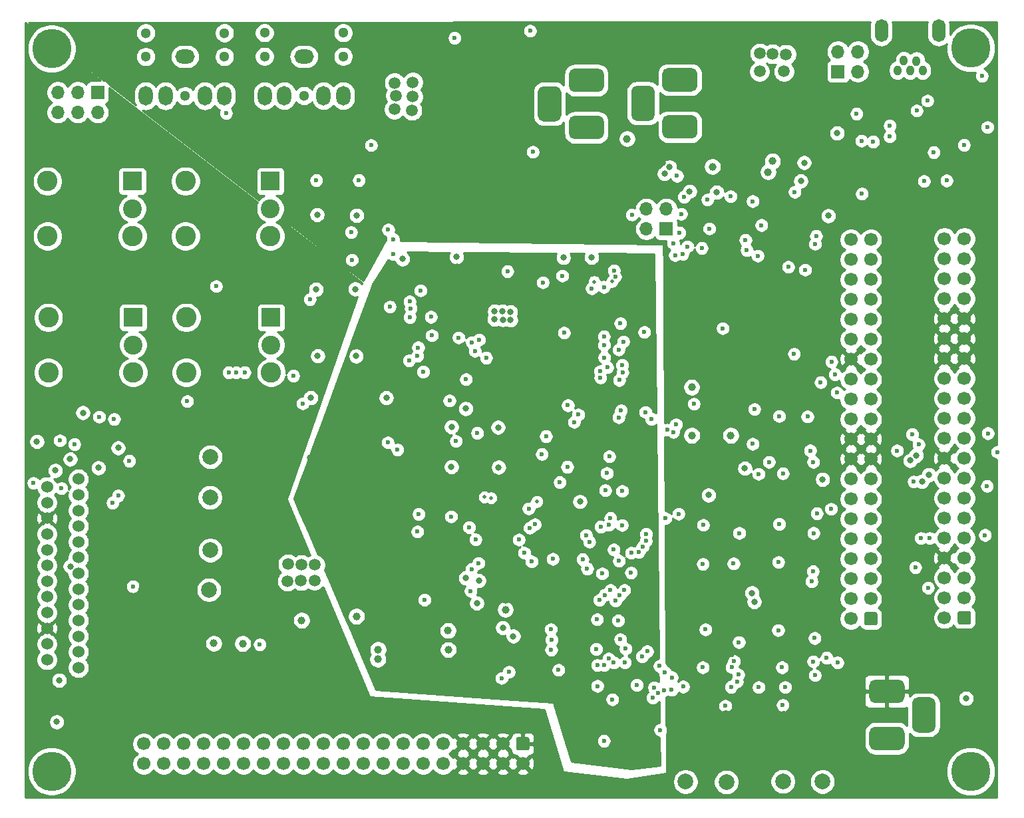
<source format=gbr>
G04 #@! TF.GenerationSoftware,KiCad,Pcbnew,5.1.7-a382d34a88~90~ubuntu20.04.1*
G04 #@! TF.CreationDate,2022-01-04T17:50:44-06:00*
G04 #@! TF.ProjectId,open-dash-daughterboard,6f70656e-2d64-4617-9368-2d6461756768,rev?*
G04 #@! TF.SameCoordinates,Original*
G04 #@! TF.FileFunction,Copper,L3,Inr*
G04 #@! TF.FilePolarity,Positive*
%FSLAX46Y46*%
G04 Gerber Fmt 4.6, Leading zero omitted, Abs format (unit mm)*
G04 Created by KiCad (PCBNEW 5.1.7-a382d34a88~90~ubuntu20.04.1) date 2022-01-04 17:50:44*
%MOMM*%
%LPD*%
G01*
G04 APERTURE LIST*
G04 #@! TA.AperFunction,ComponentPad*
%ADD10O,1.700000X1.700000*%
G04 #@! TD*
G04 #@! TA.AperFunction,ComponentPad*
%ADD11R,1.700000X1.700000*%
G04 #@! TD*
G04 #@! TA.AperFunction,ComponentPad*
%ADD12C,1.300000*%
G04 #@! TD*
G04 #@! TA.AperFunction,ComponentPad*
%ADD13O,2.500000X1.800000*%
G04 #@! TD*
G04 #@! TA.AperFunction,ComponentPad*
%ADD14O,1.800000X2.500000*%
G04 #@! TD*
G04 #@! TA.AperFunction,ComponentPad*
%ADD15O,1.000000X1.300000*%
G04 #@! TD*
G04 #@! TA.AperFunction,ComponentPad*
%ADD16O,1.700000X2.900000*%
G04 #@! TD*
G04 #@! TA.AperFunction,ComponentPad*
%ADD17C,2.400000*%
G04 #@! TD*
G04 #@! TA.AperFunction,ComponentPad*
%ADD18C,2.600000*%
G04 #@! TD*
G04 #@! TA.AperFunction,ComponentPad*
%ADD19R,2.400000X2.400000*%
G04 #@! TD*
G04 #@! TA.AperFunction,ComponentPad*
%ADD20C,1.524000*%
G04 #@! TD*
G04 #@! TA.AperFunction,ComponentPad*
%ADD21C,1.700000*%
G04 #@! TD*
G04 #@! TA.AperFunction,ComponentPad*
%ADD22C,5.000000*%
G04 #@! TD*
G04 #@! TA.AperFunction,ViaPad*
%ADD23C,2.000000*%
G04 #@! TD*
G04 #@! TA.AperFunction,ViaPad*
%ADD24C,1.000000*%
G04 #@! TD*
G04 #@! TA.AperFunction,ViaPad*
%ADD25C,0.800000*%
G04 #@! TD*
G04 #@! TA.AperFunction,ViaPad*
%ADD26C,0.600000*%
G04 #@! TD*
G04 #@! TA.AperFunction,ViaPad*
%ADD27C,1.500000*%
G04 #@! TD*
G04 #@! TA.AperFunction,ViaPad*
%ADD28C,0.500000*%
G04 #@! TD*
G04 #@! TA.AperFunction,Conductor*
%ADD29C,0.254000*%
G04 #@! TD*
G04 #@! TA.AperFunction,Conductor*
%ADD30C,0.100000*%
G04 #@! TD*
G04 APERTURE END LIST*
D10*
X194790000Y-45260000D03*
X194790000Y-47800000D03*
X192250000Y-45260000D03*
D11*
X192250000Y-47800000D03*
D12*
X129303800Y-42861300D03*
X119296200Y-42861300D03*
X119296200Y-45871200D03*
X129303800Y-45871200D03*
D13*
X124300000Y-45871200D03*
D12*
X124300000Y-50875000D03*
D14*
X129303800Y-50875000D03*
X119296200Y-50875000D03*
X121798100Y-50875000D03*
X126801900Y-50875000D03*
D10*
X92975000Y-52990000D03*
X92975000Y-50450000D03*
X95515000Y-52990000D03*
X95515000Y-50450000D03*
X98055000Y-52990000D03*
D11*
X98055000Y-50450000D03*
D15*
X199832400Y-47629600D03*
X203032800Y-47629600D03*
X202245400Y-46435800D03*
X200619800Y-46410400D03*
X201432600Y-47629600D03*
D16*
X197775000Y-42575000D03*
X205064800Y-42575000D03*
D12*
X114178800Y-42886300D03*
X104171200Y-42886300D03*
X104171200Y-45896200D03*
X114178800Y-45896200D03*
D13*
X109175000Y-45896200D03*
D12*
X109175000Y-50900000D03*
D14*
X114178800Y-50900000D03*
X104171200Y-50900000D03*
X106673100Y-50900000D03*
X111676900Y-50900000D03*
D17*
X102475001Y-65255001D03*
D18*
X102475001Y-68755001D03*
D19*
X102475001Y-61755001D03*
D18*
X91675001Y-68755001D03*
X91675001Y-61755001D03*
D20*
X91599500Y-116669600D03*
X91599500Y-114675700D03*
X91599500Y-106674700D03*
X91599500Y-120670100D03*
X91599500Y-110675200D03*
X91599500Y-118676200D03*
X91599500Y-108668600D03*
X91599500Y-112669100D03*
X91599500Y-100667600D03*
X91599500Y-122676700D03*
X91599500Y-102674200D03*
X91599500Y-104668100D03*
X95600000Y-105671400D03*
X95600000Y-103677500D03*
X95600000Y-99677000D03*
X95600000Y-101670900D03*
X95600000Y-107678000D03*
X95600000Y-113672400D03*
X95600000Y-111678500D03*
X95600000Y-109671900D03*
X95600000Y-115679000D03*
X95600000Y-117672900D03*
X95600000Y-119679500D03*
X95600000Y-121673400D03*
X95600000Y-123680000D03*
D17*
X102575001Y-82605001D03*
D18*
X102575001Y-86105001D03*
D19*
X102575001Y-79105001D03*
D18*
X91775001Y-86105001D03*
X91775001Y-79105001D03*
D21*
X205805000Y-69075000D03*
X205805000Y-71615000D03*
X205805000Y-74155000D03*
X205805000Y-76695000D03*
X205805000Y-79235000D03*
X205805000Y-81775000D03*
X205805000Y-84315000D03*
X205805000Y-86855000D03*
X205805000Y-89395000D03*
X205805000Y-91935000D03*
X205805000Y-94475000D03*
X205805000Y-97015000D03*
X205805000Y-99555000D03*
X205805000Y-102095000D03*
X205805000Y-104635000D03*
X205805000Y-107175000D03*
X205805000Y-109715000D03*
X205805000Y-112255000D03*
X205805000Y-114795000D03*
X205805000Y-117335000D03*
X208345000Y-69075000D03*
X208345000Y-71615000D03*
X208345000Y-74155000D03*
X208345000Y-76695000D03*
X208345000Y-79235000D03*
X208345000Y-81775000D03*
X208345000Y-84315000D03*
X208345000Y-86855000D03*
X208345000Y-89395000D03*
X208345000Y-91935000D03*
X208345000Y-94475000D03*
X208345000Y-97015000D03*
X208345000Y-99555000D03*
X208345000Y-102095000D03*
X208345000Y-104635000D03*
X208345000Y-107175000D03*
X208345000Y-109715000D03*
X208345000Y-112255000D03*
X208345000Y-114795000D03*
G04 #@! TA.AperFunction,ComponentPad*
G36*
G01*
X209195000Y-116735000D02*
X209195000Y-117935000D01*
G75*
G02*
X208945000Y-118185000I-250000J0D01*
G01*
X207745000Y-118185000D01*
G75*
G02*
X207495000Y-117935000I0J250000D01*
G01*
X207495000Y-116735000D01*
G75*
G02*
X207745000Y-116485000I250000J0D01*
G01*
X208945000Y-116485000D01*
G75*
G02*
X209195000Y-116735000I0J-250000D01*
G01*
G37*
G04 #@! TD.AperFunction*
X193900000Y-69205000D03*
X193900000Y-71745000D03*
X193900000Y-74285000D03*
X193900000Y-76825000D03*
X193900000Y-79365000D03*
X193900000Y-81905000D03*
X193900000Y-84445000D03*
X193900000Y-86985000D03*
X193900000Y-89525000D03*
X193900000Y-92065000D03*
X193900000Y-94605000D03*
X193900000Y-97145000D03*
X193900000Y-99685000D03*
X193900000Y-102225000D03*
X193900000Y-104765000D03*
X193900000Y-107305000D03*
X193900000Y-109845000D03*
X193900000Y-112385000D03*
X193900000Y-114925000D03*
X193900000Y-117465000D03*
X196440000Y-69205000D03*
X196440000Y-71745000D03*
X196440000Y-74285000D03*
X196440000Y-76825000D03*
X196440000Y-79365000D03*
X196440000Y-81905000D03*
X196440000Y-84445000D03*
X196440000Y-86985000D03*
X196440000Y-89525000D03*
X196440000Y-92065000D03*
X196440000Y-94605000D03*
X196440000Y-97145000D03*
X196440000Y-99685000D03*
X196440000Y-102225000D03*
X196440000Y-104765000D03*
X196440000Y-107305000D03*
X196440000Y-109845000D03*
X196440000Y-112385000D03*
X196440000Y-114925000D03*
G04 #@! TA.AperFunction,ComponentPad*
G36*
G01*
X197290000Y-116865000D02*
X197290000Y-118065000D01*
G75*
G02*
X197040000Y-118315000I-250000J0D01*
G01*
X195840000Y-118315000D01*
G75*
G02*
X195590000Y-118065000I0J250000D01*
G01*
X195590000Y-116865000D01*
G75*
G02*
X195840000Y-116615000I250000J0D01*
G01*
X197040000Y-116615000D01*
G75*
G02*
X197290000Y-116865000I0J-250000D01*
G01*
G37*
G04 #@! TD.AperFunction*
G04 #@! TA.AperFunction,ComponentPad*
G36*
G01*
X170640000Y-53340000D02*
X173640000Y-53340000D01*
G75*
G02*
X174390000Y-54090000I0J-750000D01*
G01*
X174390000Y-55590000D01*
G75*
G02*
X173640000Y-56340000I-750000J0D01*
G01*
X170640000Y-56340000D01*
G75*
G02*
X169890000Y-55590000I0J750000D01*
G01*
X169890000Y-54090000D01*
G75*
G02*
X170640000Y-53340000I750000J0D01*
G01*
G37*
G04 #@! TD.AperFunction*
G04 #@! TA.AperFunction,ComponentPad*
G36*
G01*
X170640000Y-47340000D02*
X173640000Y-47340000D01*
G75*
G02*
X174390000Y-48090000I0J-750000D01*
G01*
X174390000Y-49590000D01*
G75*
G02*
X173640000Y-50340000I-750000J0D01*
G01*
X170640000Y-50340000D01*
G75*
G02*
X169890000Y-49590000I0J750000D01*
G01*
X169890000Y-48090000D01*
G75*
G02*
X170640000Y-47340000I750000J0D01*
G01*
G37*
G04 #@! TD.AperFunction*
G04 #@! TA.AperFunction,ComponentPad*
G36*
G01*
X166690000Y-49590000D02*
X168190000Y-49590000D01*
G75*
G02*
X168940000Y-50340000I0J-750000D01*
G01*
X168940000Y-53340000D01*
G75*
G02*
X168190000Y-54090000I-750000J0D01*
G01*
X166690000Y-54090000D01*
G75*
G02*
X165940000Y-53340000I0J750000D01*
G01*
X165940000Y-50340000D01*
G75*
G02*
X166690000Y-49590000I750000J0D01*
G01*
G37*
G04 #@! TD.AperFunction*
X103900000Y-135920000D03*
X106440000Y-135920000D03*
X108980000Y-135920000D03*
X111520000Y-135920000D03*
X114060000Y-135920000D03*
X116600000Y-135920000D03*
X119140000Y-135920000D03*
X121680000Y-135920000D03*
X124220000Y-135920000D03*
X126760000Y-135920000D03*
X129300000Y-135920000D03*
X131840000Y-135920000D03*
X134380000Y-135920000D03*
X136920000Y-135920000D03*
X139460000Y-135920000D03*
X142000000Y-135920000D03*
X144540000Y-135920000D03*
X147080000Y-135920000D03*
X149620000Y-135920000D03*
X152160000Y-135920000D03*
X103900000Y-133380000D03*
X106440000Y-133380000D03*
X108980000Y-133380000D03*
X111520000Y-133380000D03*
X114060000Y-133380000D03*
X116600000Y-133380000D03*
X119140000Y-133380000D03*
X121680000Y-133380000D03*
X124220000Y-133380000D03*
X126760000Y-133380000D03*
X129300000Y-133380000D03*
X131840000Y-133380000D03*
X134380000Y-133380000D03*
X136920000Y-133380000D03*
X139460000Y-133380000D03*
X142000000Y-133380000D03*
X144540000Y-133380000D03*
X147080000Y-133380000D03*
X149620000Y-133380000D03*
G04 #@! TA.AperFunction,ComponentPad*
G36*
G01*
X151560000Y-132530000D02*
X152760000Y-132530000D01*
G75*
G02*
X153010000Y-132780000I0J-250000D01*
G01*
X153010000Y-133980000D01*
G75*
G02*
X152760000Y-134230000I-250000J0D01*
G01*
X151560000Y-134230000D01*
G75*
G02*
X151310000Y-133980000I0J250000D01*
G01*
X151310000Y-132780000D01*
G75*
G02*
X151560000Y-132530000I250000J0D01*
G01*
G37*
G04 #@! TD.AperFunction*
D22*
X209160000Y-44800000D03*
X209160000Y-136900000D03*
X92200000Y-44880000D03*
X92200000Y-136880000D03*
D18*
X109225001Y-61755001D03*
X109225001Y-68755001D03*
D19*
X120025001Y-61755001D03*
D18*
X120025001Y-68755001D03*
D17*
X120025001Y-65255001D03*
D10*
X167870000Y-65300000D03*
X170410000Y-65300000D03*
X167870000Y-67840000D03*
D11*
X170410000Y-67840000D03*
G04 #@! TA.AperFunction,ComponentPad*
G36*
G01*
X158750000Y-53410000D02*
X161750000Y-53410000D01*
G75*
G02*
X162500000Y-54160000I0J-750000D01*
G01*
X162500000Y-55660000D01*
G75*
G02*
X161750000Y-56410000I-750000J0D01*
G01*
X158750000Y-56410000D01*
G75*
G02*
X158000000Y-55660000I0J750000D01*
G01*
X158000000Y-54160000D01*
G75*
G02*
X158750000Y-53410000I750000J0D01*
G01*
G37*
G04 #@! TD.AperFunction*
G04 #@! TA.AperFunction,ComponentPad*
G36*
G01*
X158750000Y-47410000D02*
X161750000Y-47410000D01*
G75*
G02*
X162500000Y-48160000I0J-750000D01*
G01*
X162500000Y-49660000D01*
G75*
G02*
X161750000Y-50410000I-750000J0D01*
G01*
X158750000Y-50410000D01*
G75*
G02*
X158000000Y-49660000I0J750000D01*
G01*
X158000000Y-48160000D01*
G75*
G02*
X158750000Y-47410000I750000J0D01*
G01*
G37*
G04 #@! TD.AperFunction*
G04 #@! TA.AperFunction,ComponentPad*
G36*
G01*
X154800000Y-49660000D02*
X156300000Y-49660000D01*
G75*
G02*
X157050000Y-50410000I0J-750000D01*
G01*
X157050000Y-53410000D01*
G75*
G02*
X156300000Y-54160000I-750000J0D01*
G01*
X154800000Y-54160000D01*
G75*
G02*
X154050000Y-53410000I0J750000D01*
G01*
X154050000Y-50410000D01*
G75*
G02*
X154800000Y-49660000I750000J0D01*
G01*
G37*
G04 #@! TD.AperFunction*
G04 #@! TA.AperFunction,ComponentPad*
G36*
G01*
X199985000Y-128200000D02*
X196985000Y-128200000D01*
G75*
G02*
X196235000Y-127450000I0J750000D01*
G01*
X196235000Y-125950000D01*
G75*
G02*
X196985000Y-125200000I750000J0D01*
G01*
X199985000Y-125200000D01*
G75*
G02*
X200735000Y-125950000I0J-750000D01*
G01*
X200735000Y-127450000D01*
G75*
G02*
X199985000Y-128200000I-750000J0D01*
G01*
G37*
G04 #@! TD.AperFunction*
G04 #@! TA.AperFunction,ComponentPad*
G36*
G01*
X199985000Y-134200000D02*
X196985000Y-134200000D01*
G75*
G02*
X196235000Y-133450000I0J750000D01*
G01*
X196235000Y-131950000D01*
G75*
G02*
X196985000Y-131200000I750000J0D01*
G01*
X199985000Y-131200000D01*
G75*
G02*
X200735000Y-131950000I0J-750000D01*
G01*
X200735000Y-133450000D01*
G75*
G02*
X199985000Y-134200000I-750000J0D01*
G01*
G37*
G04 #@! TD.AperFunction*
G04 #@! TA.AperFunction,ComponentPad*
G36*
G01*
X203935000Y-131950000D02*
X202435000Y-131950000D01*
G75*
G02*
X201685000Y-131200000I0J750000D01*
G01*
X201685000Y-128200000D01*
G75*
G02*
X202435000Y-127450000I750000J0D01*
G01*
X203935000Y-127450000D01*
G75*
G02*
X204685000Y-128200000I0J-750000D01*
G01*
X204685000Y-131200000D01*
G75*
G02*
X203935000Y-131950000I-750000J0D01*
G01*
G37*
G04 #@! TD.AperFunction*
D18*
X109325001Y-79105001D03*
X109325001Y-86105001D03*
D19*
X120125001Y-79105001D03*
D18*
X120125001Y-86105001D03*
D17*
X120125001Y-82605001D03*
D23*
X178020000Y-130170000D03*
X173020000Y-130170000D03*
X190290000Y-130130000D03*
X104270000Y-108710000D03*
X104290000Y-113740000D03*
D24*
X115000000Y-116810000D03*
D25*
X121540000Y-102100000D03*
X120640000Y-102090000D03*
D23*
X104320000Y-96910000D03*
X104380000Y-102010000D03*
D24*
X143090000Y-52110000D03*
D25*
X206740000Y-131740000D03*
D24*
X122340000Y-117790000D03*
X150000000Y-57399990D03*
D26*
X184750000Y-122225000D03*
X185675000Y-122200000D03*
X172575000Y-121900000D03*
X178750000Y-122050000D03*
X174875000Y-114275000D03*
X178675000Y-114275000D03*
X172525000Y-108675000D03*
X178950000Y-108625000D03*
X181825000Y-107500000D03*
X188575000Y-108775000D03*
X185150000Y-94075000D03*
X184575000Y-87150000D03*
X186175000Y-87150000D03*
X188675000Y-94975000D03*
X173475000Y-82275000D03*
D25*
X169975000Y-58200000D03*
X169974194Y-59416508D03*
D26*
X186050000Y-100430009D03*
X182188881Y-100430009D03*
X184575000Y-114175010D03*
X186050000Y-114175010D03*
X173730377Y-99800010D03*
X178238479Y-99695419D03*
D23*
X185330906Y-130217943D03*
X172860000Y-138210000D03*
X178060000Y-138260000D03*
X185260000Y-138170000D03*
X190280000Y-138190000D03*
X112380000Y-108740000D03*
X112210000Y-113780000D03*
D24*
X142680000Y-121400000D03*
X142630000Y-118960000D03*
X149935596Y-116288283D03*
D26*
X149460000Y-125010000D03*
D25*
X125150000Y-89340000D03*
X134780000Y-89330000D03*
D23*
X112400000Y-96850000D03*
X112350000Y-102020000D03*
D27*
X182330000Y-45470000D03*
X183930000Y-45550000D03*
X185640000Y-45620000D03*
X182290000Y-47780000D03*
X185380000Y-47780000D03*
X135830000Y-49230000D03*
X135980000Y-50850000D03*
X135810000Y-52590000D03*
X138160000Y-49170000D03*
X138160000Y-50990000D03*
X138050000Y-52740000D03*
D25*
X143730000Y-71400000D03*
X136840000Y-71650000D03*
X130820000Y-75480000D03*
X125830000Y-75520000D03*
X125990000Y-66020000D03*
X130990000Y-66100000D03*
X126050000Y-84000000D03*
X130950000Y-84010000D03*
X93160000Y-125290000D03*
X92850000Y-130580000D03*
D27*
X123970000Y-110570000D03*
X125700000Y-110600000D03*
X122290000Y-110500000D03*
X122210000Y-112670000D03*
X123930000Y-112610000D03*
X125650000Y-112580000D03*
D26*
X139650000Y-115050000D03*
D25*
X149010000Y-93090000D03*
X149070000Y-98180000D03*
X143070000Y-98120000D03*
X143080000Y-93040000D03*
X144880000Y-90700000D03*
X160900000Y-71440000D03*
X157320000Y-71460000D03*
X208550000Y-127600000D03*
D26*
X150380000Y-124225010D03*
D25*
X98150000Y-98250000D03*
X94560000Y-97140000D03*
X90325010Y-94901398D03*
D24*
X130988371Y-117154436D03*
X112840000Y-120600000D03*
X116520000Y-120630000D03*
X124010000Y-117650000D03*
D26*
X102540000Y-113340000D03*
X194630000Y-53170000D03*
X157810000Y-98120000D03*
X143470000Y-43520000D03*
X153080000Y-42610000D03*
X156855010Y-100079352D03*
X157890000Y-90290000D03*
D25*
X149580000Y-78320000D03*
X149600000Y-79390000D03*
X150570000Y-78410000D03*
X150600000Y-79420000D03*
X148560000Y-78320000D03*
X148540000Y-79310000D03*
D24*
X133710000Y-122620000D03*
X133730000Y-121390000D03*
D26*
X164290000Y-117690000D03*
X169654968Y-131620000D03*
X166656709Y-125888482D03*
X156700000Y-123975000D03*
X125050000Y-76800000D03*
X174925000Y-70275000D03*
X167850000Y-106675000D03*
X189325000Y-124650000D03*
X175075000Y-110500000D03*
X178975000Y-110425000D03*
X179700000Y-106550000D03*
X175100000Y-105525000D03*
X189300000Y-119925000D03*
X184650000Y-118925000D03*
X184775000Y-91675000D03*
X188375000Y-91725000D03*
X186675000Y-83750000D03*
D24*
X173650000Y-87975000D03*
D25*
X144899990Y-112270000D03*
D26*
X138896994Y-104129519D03*
X155725000Y-118800000D03*
X155825000Y-120125000D03*
X155775000Y-121400000D03*
X208300000Y-57150000D03*
X211275000Y-54875000D03*
X210575000Y-48350000D03*
D25*
X173375000Y-63050000D03*
D26*
X203640327Y-51506428D03*
D25*
X192150000Y-55625000D03*
X187950000Y-59400000D03*
D26*
X189475000Y-68750000D03*
X189350000Y-69750000D03*
D24*
X183925000Y-59200000D03*
X183375000Y-60575000D03*
D26*
X163150000Y-96800000D03*
X181400000Y-64300000D03*
X182525000Y-67350000D03*
X175891949Y-67791949D03*
X180495551Y-69229449D03*
X161605000Y-117540000D03*
D25*
X176825010Y-63175000D03*
D26*
X189125000Y-97500000D03*
X183475000Y-97500000D03*
X189150000Y-106550000D03*
X184775000Y-105400000D03*
X184675000Y-110250000D03*
X189075000Y-111425000D03*
X179650000Y-120450000D03*
X175400000Y-118825000D03*
X177600000Y-80475021D03*
D24*
X173669912Y-94125010D03*
X178612065Y-94125010D03*
D26*
X162475590Y-133014990D03*
X163104449Y-105520551D03*
X178750000Y-123649990D03*
X175050000Y-123649990D03*
X160348247Y-111081914D03*
X185151884Y-123650010D03*
X162484990Y-123380000D03*
X124150000Y-90050000D03*
X122950000Y-86525000D03*
X132850000Y-57175000D03*
X153425000Y-58025000D03*
X166039845Y-66014845D03*
X202275000Y-52775000D03*
X195250000Y-56600000D03*
X196736802Y-56727136D03*
X204450000Y-58075000D03*
X186750000Y-63125000D03*
X180650000Y-70525000D03*
D24*
X150000000Y-115090000D03*
D26*
X146920000Y-126900000D03*
D25*
X134780000Y-96950000D03*
X125070000Y-96910000D03*
X135480000Y-75620000D03*
X135730000Y-83920000D03*
X143770000Y-72670000D03*
X137030000Y-73640000D03*
D26*
X157937191Y-93284052D03*
X135030000Y-67940000D03*
D24*
X136010000Y-122470000D03*
X135990000Y-119860000D03*
X136000000Y-121130000D03*
D26*
X166820883Y-119179729D03*
X161230000Y-131320000D03*
X164387949Y-133231450D03*
X167553637Y-116637195D03*
X168502334Y-135064990D03*
X169490000Y-133140000D03*
X165430000Y-117620000D03*
X163010011Y-117588614D03*
X118675000Y-120750000D03*
X131875000Y-115150000D03*
X168775000Y-82975000D03*
X166050021Y-128028479D03*
X137967521Y-99140000D03*
X162720000Y-126994991D03*
X153200000Y-126994991D03*
X155075000Y-117875000D03*
X175650000Y-64100000D03*
X172475000Y-71025000D03*
X168575000Y-72200000D03*
X156925021Y-95230000D03*
X165875000Y-92925000D03*
D25*
X170175000Y-60800000D03*
X170811658Y-59963022D03*
D24*
X176292869Y-59902287D03*
X165425000Y-56350000D03*
D25*
X191025000Y-66150000D03*
X187537340Y-61737340D03*
D26*
X95100000Y-95250000D03*
D25*
X94565021Y-110793138D03*
D26*
X192125000Y-88675000D03*
X167970215Y-121605886D03*
X169575000Y-123475000D03*
X179050000Y-122875000D03*
X203725000Y-113525000D03*
X171100000Y-126525000D03*
X190825000Y-122425000D03*
X202100000Y-110925000D03*
X210975010Y-106804502D03*
X163075000Y-122550000D03*
X189125000Y-122900000D03*
X203925000Y-107200000D03*
X211220189Y-100561765D03*
X167336631Y-122259471D03*
X168877211Y-126205785D03*
X177925000Y-128550000D03*
X185225000Y-128450000D03*
X202800000Y-107200000D03*
X170097011Y-126559786D03*
X192187748Y-123039757D03*
X201900000Y-100000000D03*
X164396630Y-110088061D03*
X191375000Y-103475000D03*
X164775000Y-105550000D03*
X163300000Y-104650000D03*
X171975000Y-104100010D03*
X138840000Y-82930000D03*
X147490000Y-84240000D03*
X162900000Y-85450000D03*
X164800000Y-85150000D03*
X182050000Y-71250000D03*
X195300000Y-63350000D03*
D25*
X202199979Y-96678239D03*
X203800160Y-99125160D03*
X201432316Y-97319112D03*
X202937660Y-99987660D03*
D26*
X189575000Y-104050000D03*
X170300000Y-104675000D03*
X159200000Y-91475000D03*
X164650000Y-90950000D03*
X167750000Y-91150000D03*
X173925000Y-90100000D03*
X190050000Y-87350000D03*
X161650000Y-126025000D03*
X169389457Y-126933130D03*
X163550000Y-127725000D03*
X168674954Y-127525010D03*
D25*
X149603074Y-118593262D03*
D26*
X161630000Y-123370000D03*
X161490000Y-121320000D03*
X165146565Y-123025010D03*
D28*
X161250000Y-74550000D03*
D25*
X150948544Y-119676776D03*
D26*
X162850000Y-98925000D03*
X162649718Y-101110967D03*
D28*
X163521812Y-74530110D03*
D26*
X165229449Y-121279449D03*
X203200000Y-61750000D03*
X206075000Y-61675000D03*
X160930000Y-75400000D03*
X162475000Y-75225000D03*
D25*
X175784999Y-101715001D03*
X181318177Y-114170020D03*
D26*
X211325000Y-93850000D03*
X201700000Y-93975000D03*
X202525000Y-95275000D03*
X212525000Y-96225000D03*
D25*
X181600000Y-115300000D03*
D26*
X143980000Y-81670000D03*
X145675000Y-82275000D03*
X157400000Y-81050000D03*
X167625000Y-80975000D03*
X191425000Y-84725000D03*
X191875000Y-86359990D03*
X137760000Y-77080000D03*
X139140000Y-75670000D03*
X157180000Y-73800000D03*
X178600000Y-63675000D03*
X173100010Y-70067227D03*
X163919925Y-73894482D03*
X137770000Y-79090000D03*
X140460000Y-79030000D03*
X137675010Y-84590000D03*
X136208051Y-95941949D03*
X144930000Y-86980000D03*
X142824979Y-89690000D03*
X154700000Y-74640000D03*
X172300000Y-65925000D03*
X171778302Y-61080597D03*
X171283925Y-69640011D03*
X172099981Y-68323565D03*
X163739972Y-73114972D03*
X130310000Y-68250000D03*
X130410000Y-71770000D03*
X135230000Y-77730000D03*
X146053529Y-83365010D03*
X162475000Y-81525000D03*
X164575000Y-79850000D03*
X171525000Y-71175000D03*
X172675000Y-63750000D03*
X93447326Y-100855043D03*
X102080000Y-97360000D03*
X140585010Y-81391599D03*
X146600576Y-81941677D03*
X98250000Y-91750000D03*
X100150000Y-92050000D03*
X137900000Y-77950000D03*
X150200000Y-73225000D03*
X161900000Y-115075000D03*
X163950000Y-115150000D03*
X170225000Y-124275000D03*
X179575000Y-124575000D03*
X185532149Y-126160501D03*
X182163370Y-126174990D03*
X162550000Y-114450000D03*
X164475000Y-114500000D03*
X179425000Y-125450000D03*
X171117429Y-124922120D03*
X163300000Y-113825000D03*
X165075000Y-113825000D03*
X178650000Y-126150000D03*
X172558594Y-126102818D03*
X162250000Y-111700000D03*
X165925000Y-111600000D03*
X152350000Y-109075000D03*
X165950000Y-109075000D03*
X153277548Y-110175871D03*
X155973383Y-109850010D03*
X188900000Y-112725000D03*
X159764526Y-109900010D03*
X167425000Y-108275000D03*
X160199994Y-106819990D03*
X162050000Y-105750000D03*
X167830362Y-107549269D03*
X166875000Y-109000000D03*
X160623512Y-107678204D03*
X152900000Y-103425000D03*
X164800000Y-101200000D03*
X182150000Y-99025000D03*
X185250000Y-98950000D03*
X164350000Y-91825000D03*
X168500000Y-92025000D03*
X171650000Y-92725000D03*
X158677713Y-92425020D03*
X151649990Y-107391879D03*
X163729309Y-108649990D03*
X162024990Y-86768051D03*
X164425032Y-87073156D03*
X162000000Y-85950000D03*
X164850000Y-86100000D03*
X164350000Y-83200000D03*
X162525000Y-84200000D03*
D25*
X146310000Y-115480000D03*
X146548076Y-112602929D03*
D26*
X164950010Y-82175000D03*
X162499968Y-82619669D03*
X171300000Y-93700000D03*
X181400000Y-95200000D03*
X188725000Y-96050000D03*
X199775000Y-96050000D03*
X154579217Y-96504424D03*
X143640000Y-94840000D03*
X146350000Y-93810000D03*
X181625000Y-90775000D03*
X170551191Y-93418390D03*
X155101120Y-94223493D03*
X125870000Y-61640000D03*
X131290000Y-61630000D03*
X135655010Y-71060000D03*
X135655010Y-69143380D03*
X138751524Y-83996714D03*
X139480000Y-86020010D03*
X134980000Y-95020000D03*
X143025000Y-104450000D03*
X145625000Y-111125000D03*
X145525000Y-113925000D03*
X145315103Y-105818796D03*
X163735010Y-123030000D03*
X138750000Y-106375000D03*
X146150000Y-107375000D03*
X146525000Y-110375000D03*
X164550000Y-120075000D03*
D25*
X96175000Y-91225000D03*
D26*
X93250000Y-94775000D03*
X89875000Y-100175000D03*
X109450000Y-89775000D03*
D25*
X100667510Y-95704043D03*
X92665010Y-98588823D03*
D26*
X185925000Y-72675000D03*
X188075000Y-73025000D03*
D28*
X147300000Y-101975000D03*
D26*
X153034715Y-105900817D03*
D28*
X148100000Y-102075000D03*
D26*
X153683121Y-105432213D03*
X113125000Y-75125000D03*
X114400000Y-53100000D03*
D28*
X153950201Y-102550201D03*
D25*
X190300000Y-99725000D03*
X159425000Y-102549990D03*
X180400160Y-98299990D03*
D26*
X114719999Y-86105001D03*
X115680001Y-86105001D03*
X116755001Y-86105001D03*
X99950000Y-102700000D03*
X100675000Y-101775000D03*
X198850000Y-54674989D03*
X198850000Y-56075000D03*
D29*
X142867505Y-70827865D02*
X142812795Y-70909744D01*
X142734774Y-71098102D01*
X142695000Y-71298061D01*
X142695000Y-71501939D01*
X142734774Y-71701898D01*
X142812795Y-71890256D01*
X142926063Y-72059774D01*
X143070226Y-72203937D01*
X143239744Y-72317205D01*
X143428102Y-72395226D01*
X143628061Y-72435000D01*
X143831939Y-72435000D01*
X144031898Y-72395226D01*
X144220256Y-72317205D01*
X144389774Y-72203937D01*
X144533937Y-72059774D01*
X144647205Y-71890256D01*
X144725226Y-71701898D01*
X144765000Y-71501939D01*
X144765000Y-71298061D01*
X144725226Y-71098102D01*
X144647205Y-70909744D01*
X144602215Y-70842412D01*
X156421650Y-70941526D01*
X156402795Y-70969744D01*
X156324774Y-71158102D01*
X156285000Y-71358061D01*
X156285000Y-71561939D01*
X156324774Y-71761898D01*
X156402795Y-71950256D01*
X156516063Y-72119774D01*
X156660226Y-72263937D01*
X156829744Y-72377205D01*
X157018102Y-72455226D01*
X157218061Y-72495000D01*
X157421939Y-72495000D01*
X157621898Y-72455226D01*
X157810256Y-72377205D01*
X157979774Y-72263937D01*
X158123937Y-72119774D01*
X158237205Y-71950256D01*
X158315226Y-71761898D01*
X158355000Y-71561939D01*
X158355000Y-71358061D01*
X158315226Y-71158102D01*
X158237205Y-70969744D01*
X158228474Y-70956678D01*
X159973860Y-70971314D01*
X159904774Y-71138102D01*
X159865000Y-71338061D01*
X159865000Y-71541939D01*
X159904774Y-71741898D01*
X159982795Y-71930256D01*
X160096063Y-72099774D01*
X160240226Y-72243937D01*
X160409744Y-72357205D01*
X160598102Y-72435226D01*
X160798061Y-72475000D01*
X161001939Y-72475000D01*
X161201898Y-72435226D01*
X161390256Y-72357205D01*
X161559774Y-72243937D01*
X161703937Y-72099774D01*
X161817205Y-71930256D01*
X161895226Y-71741898D01*
X161935000Y-71541939D01*
X161935000Y-71338061D01*
X161895226Y-71138102D01*
X161832596Y-70986901D01*
X168874362Y-71045951D01*
X169094490Y-91297710D01*
X168942889Y-91196414D01*
X168772729Y-91125932D01*
X168685000Y-91108481D01*
X168685000Y-91057911D01*
X168649068Y-90877271D01*
X168578586Y-90707111D01*
X168476262Y-90553972D01*
X168346028Y-90423738D01*
X168192889Y-90321414D01*
X168022729Y-90250932D01*
X167842089Y-90215000D01*
X167657911Y-90215000D01*
X167477271Y-90250932D01*
X167307111Y-90321414D01*
X167153972Y-90423738D01*
X167023738Y-90553972D01*
X166921414Y-90707111D01*
X166850932Y-90877271D01*
X166815000Y-91057911D01*
X166815000Y-91242089D01*
X166850932Y-91422729D01*
X166921414Y-91592889D01*
X167023738Y-91746028D01*
X167153972Y-91876262D01*
X167307111Y-91978586D01*
X167477271Y-92049068D01*
X167565000Y-92066519D01*
X167565000Y-92117089D01*
X167600932Y-92297729D01*
X167671414Y-92467889D01*
X167773738Y-92621028D01*
X167903972Y-92751262D01*
X168057111Y-92853586D01*
X168227271Y-92924068D01*
X168407911Y-92960000D01*
X168592089Y-92960000D01*
X168772729Y-92924068D01*
X168942889Y-92853586D01*
X169096028Y-92751262D01*
X169110136Y-92737154D01*
X169434185Y-122549692D01*
X169302271Y-122575932D01*
X169132111Y-122646414D01*
X168978972Y-122748738D01*
X168848738Y-122878972D01*
X168746414Y-123032111D01*
X168675932Y-123202271D01*
X168640000Y-123382911D01*
X168640000Y-123567089D01*
X168675932Y-123747729D01*
X168746414Y-123917889D01*
X168848738Y-124071028D01*
X168978972Y-124201262D01*
X169132111Y-124303586D01*
X169290411Y-124369155D01*
X169325932Y-124547729D01*
X169396414Y-124717889D01*
X169458767Y-124811207D01*
X169465979Y-125474672D01*
X169320100Y-125377199D01*
X169149940Y-125306717D01*
X168969300Y-125270785D01*
X168785122Y-125270785D01*
X168604482Y-125306717D01*
X168434322Y-125377199D01*
X168281183Y-125479523D01*
X168150949Y-125609757D01*
X168048625Y-125762896D01*
X167978143Y-125933056D01*
X167942211Y-126113696D01*
X167942211Y-126297874D01*
X167978143Y-126478514D01*
X168048625Y-126648674D01*
X168127303Y-126766424D01*
X168078926Y-126798748D01*
X167948692Y-126928982D01*
X167846368Y-127082121D01*
X167775886Y-127252281D01*
X167739954Y-127432921D01*
X167739954Y-127617099D01*
X167775886Y-127797739D01*
X167846368Y-127967899D01*
X167948692Y-128121038D01*
X168078926Y-128251272D01*
X168232065Y-128353596D01*
X168402225Y-128424078D01*
X168582865Y-128460010D01*
X168767043Y-128460010D01*
X168947683Y-128424078D01*
X169117843Y-128353596D01*
X169270982Y-128251272D01*
X169401216Y-128121038D01*
X169493246Y-127983304D01*
X169522700Y-130692992D01*
X169382239Y-130720932D01*
X169212079Y-130791414D01*
X169058940Y-130893738D01*
X168928706Y-131023972D01*
X168826382Y-131177111D01*
X168755900Y-131347271D01*
X168719968Y-131527911D01*
X168719968Y-131712089D01*
X168755900Y-131892729D01*
X168826382Y-132062889D01*
X168928706Y-132216028D01*
X169058940Y-132346262D01*
X169212079Y-132448586D01*
X169382239Y-132519068D01*
X169542896Y-132551025D01*
X169581779Y-136128300D01*
X165940241Y-136591944D01*
X158338023Y-135594770D01*
X157536463Y-132922901D01*
X161540590Y-132922901D01*
X161540590Y-133107079D01*
X161576522Y-133287719D01*
X161647004Y-133457879D01*
X161749328Y-133611018D01*
X161879562Y-133741252D01*
X162032701Y-133843576D01*
X162202861Y-133914058D01*
X162383501Y-133949990D01*
X162567679Y-133949990D01*
X162748319Y-133914058D01*
X162918479Y-133843576D01*
X163071618Y-133741252D01*
X163201852Y-133611018D01*
X163304176Y-133457879D01*
X163374658Y-133287719D01*
X163410590Y-133107079D01*
X163410590Y-132922901D01*
X163374658Y-132742261D01*
X163304176Y-132572101D01*
X163201852Y-132418962D01*
X163071618Y-132288728D01*
X162918479Y-132186404D01*
X162748319Y-132115922D01*
X162567679Y-132079990D01*
X162383501Y-132079990D01*
X162202861Y-132115922D01*
X162032701Y-132186404D01*
X161879562Y-132288728D01*
X161749328Y-132418962D01*
X161647004Y-132572101D01*
X161576522Y-132742261D01*
X161540590Y-132922901D01*
X157536463Y-132922901D01*
X156111644Y-128173507D01*
X156102187Y-128150476D01*
X156088419Y-128129734D01*
X156070869Y-128112075D01*
X156050211Y-128098180D01*
X156027239Y-128088582D01*
X155999084Y-128083325D01*
X149718312Y-127632911D01*
X162615000Y-127632911D01*
X162615000Y-127817089D01*
X162650932Y-127997729D01*
X162721414Y-128167889D01*
X162823738Y-128321028D01*
X162953972Y-128451262D01*
X163107111Y-128553586D01*
X163277271Y-128624068D01*
X163457911Y-128660000D01*
X163642089Y-128660000D01*
X163822729Y-128624068D01*
X163992889Y-128553586D01*
X164146028Y-128451262D01*
X164276262Y-128321028D01*
X164378586Y-128167889D01*
X164449068Y-127997729D01*
X164485000Y-127817089D01*
X164485000Y-127632911D01*
X164449068Y-127452271D01*
X164378586Y-127282111D01*
X164276262Y-127128972D01*
X164146028Y-126998738D01*
X163992889Y-126896414D01*
X163822729Y-126825932D01*
X163642089Y-126790000D01*
X163457911Y-126790000D01*
X163277271Y-126825932D01*
X163107111Y-126896414D01*
X162953972Y-126998738D01*
X162823738Y-127128972D01*
X162721414Y-127282111D01*
X162650932Y-127452271D01*
X162615000Y-127632911D01*
X149718312Y-127632911D01*
X133486198Y-126468855D01*
X132820329Y-124917911D01*
X148525000Y-124917911D01*
X148525000Y-125102089D01*
X148560932Y-125282729D01*
X148631414Y-125452889D01*
X148733738Y-125606028D01*
X148863972Y-125736262D01*
X149017111Y-125838586D01*
X149187271Y-125909068D01*
X149367911Y-125945000D01*
X149552089Y-125945000D01*
X149612863Y-125932911D01*
X160715000Y-125932911D01*
X160715000Y-126117089D01*
X160750932Y-126297729D01*
X160821414Y-126467889D01*
X160923738Y-126621028D01*
X161053972Y-126751262D01*
X161207111Y-126853586D01*
X161377271Y-126924068D01*
X161557911Y-126960000D01*
X161742089Y-126960000D01*
X161922729Y-126924068D01*
X162092889Y-126853586D01*
X162246028Y-126751262D01*
X162376262Y-126621028D01*
X162478586Y-126467889D01*
X162549068Y-126297729D01*
X162585000Y-126117089D01*
X162585000Y-125932911D01*
X162557845Y-125796393D01*
X165721709Y-125796393D01*
X165721709Y-125980571D01*
X165757641Y-126161211D01*
X165828123Y-126331371D01*
X165930447Y-126484510D01*
X166060681Y-126614744D01*
X166213820Y-126717068D01*
X166383980Y-126787550D01*
X166564620Y-126823482D01*
X166748798Y-126823482D01*
X166929438Y-126787550D01*
X167099598Y-126717068D01*
X167252737Y-126614744D01*
X167382971Y-126484510D01*
X167485295Y-126331371D01*
X167555777Y-126161211D01*
X167591709Y-125980571D01*
X167591709Y-125796393D01*
X167555777Y-125615753D01*
X167485295Y-125445593D01*
X167382971Y-125292454D01*
X167252737Y-125162220D01*
X167099598Y-125059896D01*
X166929438Y-124989414D01*
X166748798Y-124953482D01*
X166564620Y-124953482D01*
X166383980Y-124989414D01*
X166213820Y-125059896D01*
X166060681Y-125162220D01*
X165930447Y-125292454D01*
X165828123Y-125445593D01*
X165757641Y-125615753D01*
X165721709Y-125796393D01*
X162557845Y-125796393D01*
X162549068Y-125752271D01*
X162478586Y-125582111D01*
X162376262Y-125428972D01*
X162246028Y-125298738D01*
X162092889Y-125196414D01*
X161922729Y-125125932D01*
X161742089Y-125090000D01*
X161557911Y-125090000D01*
X161377271Y-125125932D01*
X161207111Y-125196414D01*
X161053972Y-125298738D01*
X160923738Y-125428972D01*
X160821414Y-125582111D01*
X160750932Y-125752271D01*
X160715000Y-125932911D01*
X149612863Y-125932911D01*
X149732729Y-125909068D01*
X149902889Y-125838586D01*
X150056028Y-125736262D01*
X150186262Y-125606028D01*
X150288586Y-125452889D01*
X150359068Y-125282729D01*
X150383479Y-125160010D01*
X150472089Y-125160010D01*
X150652729Y-125124078D01*
X150822889Y-125053596D01*
X150976028Y-124951272D01*
X151106262Y-124821038D01*
X151208586Y-124667899D01*
X151279068Y-124497739D01*
X151315000Y-124317099D01*
X151315000Y-124132921D01*
X151279068Y-123952281D01*
X151250335Y-123882911D01*
X155765000Y-123882911D01*
X155765000Y-124067089D01*
X155800932Y-124247729D01*
X155871414Y-124417889D01*
X155973738Y-124571028D01*
X156103972Y-124701262D01*
X156257111Y-124803586D01*
X156427271Y-124874068D01*
X156607911Y-124910000D01*
X156792089Y-124910000D01*
X156972729Y-124874068D01*
X157142889Y-124803586D01*
X157296028Y-124701262D01*
X157426262Y-124571028D01*
X157528586Y-124417889D01*
X157599068Y-124247729D01*
X157635000Y-124067089D01*
X157635000Y-123882911D01*
X157599068Y-123702271D01*
X157528586Y-123532111D01*
X157426262Y-123378972D01*
X157325201Y-123277911D01*
X160695000Y-123277911D01*
X160695000Y-123462089D01*
X160730932Y-123642729D01*
X160801414Y-123812889D01*
X160903738Y-123966028D01*
X161033972Y-124096262D01*
X161187111Y-124198586D01*
X161357271Y-124269068D01*
X161537911Y-124305000D01*
X161722089Y-124305000D01*
X161902729Y-124269068D01*
X162045424Y-124209962D01*
X162212261Y-124279068D01*
X162392901Y-124315000D01*
X162577079Y-124315000D01*
X162757719Y-124279068D01*
X162927879Y-124208586D01*
X163081018Y-124106262D01*
X163211252Y-123976028D01*
X163290464Y-123857479D01*
X163292121Y-123858586D01*
X163462281Y-123929068D01*
X163642921Y-123965000D01*
X163827099Y-123965000D01*
X164007739Y-123929068D01*
X164177899Y-123858586D01*
X164331038Y-123756262D01*
X164443283Y-123644018D01*
X164550537Y-123751272D01*
X164703676Y-123853596D01*
X164873836Y-123924078D01*
X165054476Y-123960010D01*
X165238654Y-123960010D01*
X165419294Y-123924078D01*
X165589454Y-123853596D01*
X165742593Y-123751272D01*
X165872827Y-123621038D01*
X165975151Y-123467899D01*
X166045633Y-123297739D01*
X166081565Y-123117099D01*
X166081565Y-122932921D01*
X166045633Y-122752281D01*
X165975151Y-122582121D01*
X165872827Y-122428982D01*
X165742593Y-122298748D01*
X165589454Y-122196424D01*
X165524200Y-122169395D01*
X165529059Y-122167382D01*
X166401631Y-122167382D01*
X166401631Y-122351560D01*
X166437563Y-122532200D01*
X166508045Y-122702360D01*
X166610369Y-122855499D01*
X166740603Y-122985733D01*
X166893742Y-123088057D01*
X167063902Y-123158539D01*
X167244542Y-123194471D01*
X167428720Y-123194471D01*
X167609360Y-123158539D01*
X167779520Y-123088057D01*
X167932659Y-122985733D01*
X168062893Y-122855499D01*
X168165217Y-122702360D01*
X168235699Y-122532200D01*
X168241043Y-122505332D01*
X168242944Y-122504954D01*
X168413104Y-122434472D01*
X168566243Y-122332148D01*
X168696477Y-122201914D01*
X168798801Y-122048775D01*
X168869283Y-121878615D01*
X168905215Y-121697975D01*
X168905215Y-121513797D01*
X168869283Y-121333157D01*
X168798801Y-121162997D01*
X168696477Y-121009858D01*
X168566243Y-120879624D01*
X168413104Y-120777300D01*
X168242944Y-120706818D01*
X168062304Y-120670886D01*
X167878126Y-120670886D01*
X167697486Y-120706818D01*
X167527326Y-120777300D01*
X167374187Y-120879624D01*
X167243953Y-121009858D01*
X167141629Y-121162997D01*
X167071147Y-121333157D01*
X167065803Y-121360025D01*
X167063902Y-121360403D01*
X166893742Y-121430885D01*
X166740603Y-121533209D01*
X166610369Y-121663443D01*
X166508045Y-121816582D01*
X166437563Y-121986742D01*
X166401631Y-122167382D01*
X165529059Y-122167382D01*
X165672338Y-122108035D01*
X165825477Y-122005711D01*
X165955711Y-121875477D01*
X166058035Y-121722338D01*
X166128517Y-121552178D01*
X166164449Y-121371538D01*
X166164449Y-121187360D01*
X166128517Y-121006720D01*
X166058035Y-120836560D01*
X165955711Y-120683421D01*
X165825477Y-120553187D01*
X165672338Y-120450863D01*
X165502178Y-120380381D01*
X165440616Y-120368135D01*
X165449068Y-120347729D01*
X165485000Y-120167089D01*
X165485000Y-119982911D01*
X165449068Y-119802271D01*
X165378586Y-119632111D01*
X165276262Y-119478972D01*
X165146028Y-119348738D01*
X164992889Y-119246414D01*
X164822729Y-119175932D01*
X164642089Y-119140000D01*
X164457911Y-119140000D01*
X164277271Y-119175932D01*
X164107111Y-119246414D01*
X163953972Y-119348738D01*
X163823738Y-119478972D01*
X163721414Y-119632111D01*
X163650932Y-119802271D01*
X163615000Y-119982911D01*
X163615000Y-120167089D01*
X163650932Y-120347729D01*
X163721414Y-120517889D01*
X163823738Y-120671028D01*
X163953972Y-120801262D01*
X164107111Y-120903586D01*
X164277271Y-120974068D01*
X164338833Y-120986314D01*
X164330381Y-121006720D01*
X164294449Y-121187360D01*
X164294449Y-121371538D01*
X164330381Y-121552178D01*
X164400863Y-121722338D01*
X164503187Y-121875477D01*
X164633421Y-122005711D01*
X164786560Y-122108035D01*
X164851814Y-122135064D01*
X164703676Y-122196424D01*
X164550537Y-122298748D01*
X164438293Y-122410993D01*
X164331038Y-122303738D01*
X164177899Y-122201414D01*
X164007739Y-122130932D01*
X163904987Y-122110493D01*
X163903586Y-122107111D01*
X163801262Y-121953972D01*
X163671028Y-121823738D01*
X163517889Y-121721414D01*
X163347729Y-121650932D01*
X163167089Y-121615000D01*
X162982911Y-121615000D01*
X162802271Y-121650932D01*
X162632111Y-121721414D01*
X162478972Y-121823738D01*
X162348738Y-121953972D01*
X162246414Y-122107111D01*
X162175932Y-122277271D01*
X162140000Y-122457911D01*
X162140000Y-122510863D01*
X162069566Y-122540038D01*
X161902729Y-122470932D01*
X161722089Y-122435000D01*
X161537911Y-122435000D01*
X161357271Y-122470932D01*
X161187111Y-122541414D01*
X161033972Y-122643738D01*
X160903738Y-122773972D01*
X160801414Y-122927111D01*
X160730932Y-123097271D01*
X160695000Y-123277911D01*
X157325201Y-123277911D01*
X157296028Y-123248738D01*
X157142889Y-123146414D01*
X156972729Y-123075932D01*
X156792089Y-123040000D01*
X156607911Y-123040000D01*
X156427271Y-123075932D01*
X156257111Y-123146414D01*
X156103972Y-123248738D01*
X155973738Y-123378972D01*
X155871414Y-123532111D01*
X155800932Y-123702271D01*
X155765000Y-123882911D01*
X151250335Y-123882911D01*
X151208586Y-123782121D01*
X151106262Y-123628982D01*
X150976028Y-123498748D01*
X150822889Y-123396424D01*
X150652729Y-123325942D01*
X150472089Y-123290010D01*
X150287911Y-123290010D01*
X150107271Y-123325942D01*
X149937111Y-123396424D01*
X149783972Y-123498748D01*
X149653738Y-123628982D01*
X149551414Y-123782121D01*
X149480932Y-123952281D01*
X149456521Y-124075000D01*
X149367911Y-124075000D01*
X149187271Y-124110932D01*
X149017111Y-124181414D01*
X148863972Y-124283738D01*
X148733738Y-124413972D01*
X148631414Y-124567111D01*
X148560932Y-124737271D01*
X148525000Y-124917911D01*
X132820329Y-124917911D01*
X131785767Y-122508212D01*
X132575000Y-122508212D01*
X132575000Y-122731788D01*
X132618617Y-122951067D01*
X132704176Y-123157624D01*
X132828388Y-123343520D01*
X132986480Y-123501612D01*
X133172376Y-123625824D01*
X133378933Y-123711383D01*
X133598212Y-123755000D01*
X133821788Y-123755000D01*
X134041067Y-123711383D01*
X134247624Y-123625824D01*
X134433520Y-123501612D01*
X134591612Y-123343520D01*
X134715824Y-123157624D01*
X134801383Y-122951067D01*
X134845000Y-122731788D01*
X134845000Y-122508212D01*
X134801383Y-122288933D01*
X134715824Y-122082376D01*
X134674123Y-122019966D01*
X134735824Y-121927624D01*
X134821383Y-121721067D01*
X134865000Y-121501788D01*
X134865000Y-121288212D01*
X141545000Y-121288212D01*
X141545000Y-121511788D01*
X141588617Y-121731067D01*
X141674176Y-121937624D01*
X141798388Y-122123520D01*
X141956480Y-122281612D01*
X142142376Y-122405824D01*
X142348933Y-122491383D01*
X142568212Y-122535000D01*
X142791788Y-122535000D01*
X143011067Y-122491383D01*
X143217624Y-122405824D01*
X143403520Y-122281612D01*
X143561612Y-122123520D01*
X143685824Y-121937624D01*
X143771383Y-121731067D01*
X143815000Y-121511788D01*
X143815000Y-121288212D01*
X143771383Y-121068933D01*
X143685824Y-120862376D01*
X143561612Y-120676480D01*
X143403520Y-120518388D01*
X143217624Y-120394176D01*
X143011067Y-120308617D01*
X142791788Y-120265000D01*
X142568212Y-120265000D01*
X142348933Y-120308617D01*
X142142376Y-120394176D01*
X141956480Y-120518388D01*
X141798388Y-120676480D01*
X141674176Y-120862376D01*
X141588617Y-121068933D01*
X141545000Y-121288212D01*
X134865000Y-121288212D01*
X134865000Y-121278212D01*
X134821383Y-121058933D01*
X134735824Y-120852376D01*
X134611612Y-120666480D01*
X134453520Y-120508388D01*
X134267624Y-120384176D01*
X134061067Y-120298617D01*
X133841788Y-120255000D01*
X133618212Y-120255000D01*
X133398933Y-120298617D01*
X133192376Y-120384176D01*
X133006480Y-120508388D01*
X132848388Y-120666480D01*
X132724176Y-120852376D01*
X132638617Y-121058933D01*
X132595000Y-121278212D01*
X132595000Y-121501788D01*
X132638617Y-121721067D01*
X132724176Y-121927624D01*
X132765877Y-121990034D01*
X132704176Y-122082376D01*
X132618617Y-122288933D01*
X132575000Y-122508212D01*
X131785767Y-122508212D01*
X130214411Y-118848212D01*
X141495000Y-118848212D01*
X141495000Y-119071788D01*
X141538617Y-119291067D01*
X141624176Y-119497624D01*
X141748388Y-119683520D01*
X141906480Y-119841612D01*
X142092376Y-119965824D01*
X142298933Y-120051383D01*
X142518212Y-120095000D01*
X142741788Y-120095000D01*
X142961067Y-120051383D01*
X143167624Y-119965824D01*
X143353520Y-119841612D01*
X143511612Y-119683520D01*
X143635824Y-119497624D01*
X143721383Y-119291067D01*
X143765000Y-119071788D01*
X143765000Y-118848212D01*
X143721383Y-118628933D01*
X143664383Y-118491323D01*
X148568074Y-118491323D01*
X148568074Y-118695201D01*
X148607848Y-118895160D01*
X148685869Y-119083518D01*
X148799137Y-119253036D01*
X148943300Y-119397199D01*
X149112818Y-119510467D01*
X149301176Y-119588488D01*
X149501135Y-119628262D01*
X149705013Y-119628262D01*
X149904972Y-119588488D01*
X149913544Y-119584937D01*
X149913544Y-119778715D01*
X149953318Y-119978674D01*
X150031339Y-120167032D01*
X150144607Y-120336550D01*
X150288770Y-120480713D01*
X150458288Y-120593981D01*
X150646646Y-120672002D01*
X150846605Y-120711776D01*
X151050483Y-120711776D01*
X151250442Y-120672002D01*
X151438800Y-120593981D01*
X151608318Y-120480713D01*
X151752481Y-120336550D01*
X151865749Y-120167032D01*
X151943770Y-119978674D01*
X151983544Y-119778715D01*
X151983544Y-119574837D01*
X151943770Y-119374878D01*
X151865749Y-119186520D01*
X151752481Y-119017002D01*
X151608318Y-118872839D01*
X151438800Y-118759571D01*
X151314083Y-118707911D01*
X154790000Y-118707911D01*
X154790000Y-118892089D01*
X154825932Y-119072729D01*
X154896414Y-119242889D01*
X154998738Y-119396028D01*
X155115210Y-119512500D01*
X155098738Y-119528972D01*
X154996414Y-119682111D01*
X154925932Y-119852271D01*
X154890000Y-120032911D01*
X154890000Y-120217089D01*
X154925932Y-120397729D01*
X154996414Y-120567889D01*
X155098738Y-120721028D01*
X155115210Y-120737500D01*
X155048738Y-120803972D01*
X154946414Y-120957111D01*
X154875932Y-121127271D01*
X154840000Y-121307911D01*
X154840000Y-121492089D01*
X154875932Y-121672729D01*
X154946414Y-121842889D01*
X155048738Y-121996028D01*
X155178972Y-122126262D01*
X155332111Y-122228586D01*
X155502271Y-122299068D01*
X155682911Y-122335000D01*
X155867089Y-122335000D01*
X156047729Y-122299068D01*
X156217889Y-122228586D01*
X156371028Y-122126262D01*
X156501262Y-121996028D01*
X156603586Y-121842889D01*
X156674068Y-121672729D01*
X156710000Y-121492089D01*
X156710000Y-121307911D01*
X156694087Y-121227911D01*
X160555000Y-121227911D01*
X160555000Y-121412089D01*
X160590932Y-121592729D01*
X160661414Y-121762889D01*
X160763738Y-121916028D01*
X160893972Y-122046262D01*
X161047111Y-122148586D01*
X161217271Y-122219068D01*
X161397911Y-122255000D01*
X161582089Y-122255000D01*
X161762729Y-122219068D01*
X161932889Y-122148586D01*
X162086028Y-122046262D01*
X162216262Y-121916028D01*
X162318586Y-121762889D01*
X162389068Y-121592729D01*
X162425000Y-121412089D01*
X162425000Y-121227911D01*
X162389068Y-121047271D01*
X162318586Y-120877111D01*
X162216262Y-120723972D01*
X162086028Y-120593738D01*
X161932889Y-120491414D01*
X161762729Y-120420932D01*
X161582089Y-120385000D01*
X161397911Y-120385000D01*
X161217271Y-120420932D01*
X161047111Y-120491414D01*
X160893972Y-120593738D01*
X160763738Y-120723972D01*
X160661414Y-120877111D01*
X160590932Y-121047271D01*
X160555000Y-121227911D01*
X156694087Y-121227911D01*
X156674068Y-121127271D01*
X156603586Y-120957111D01*
X156501262Y-120803972D01*
X156484790Y-120787500D01*
X156551262Y-120721028D01*
X156653586Y-120567889D01*
X156724068Y-120397729D01*
X156760000Y-120217089D01*
X156760000Y-120032911D01*
X156724068Y-119852271D01*
X156653586Y-119682111D01*
X156551262Y-119528972D01*
X156434790Y-119412500D01*
X156451262Y-119396028D01*
X156553586Y-119242889D01*
X156624068Y-119072729D01*
X156660000Y-118892089D01*
X156660000Y-118707911D01*
X156624068Y-118527271D01*
X156553586Y-118357111D01*
X156451262Y-118203972D01*
X156321028Y-118073738D01*
X156167889Y-117971414D01*
X155997729Y-117900932D01*
X155817089Y-117865000D01*
X155632911Y-117865000D01*
X155452271Y-117900932D01*
X155282111Y-117971414D01*
X155128972Y-118073738D01*
X154998738Y-118203972D01*
X154896414Y-118357111D01*
X154825932Y-118527271D01*
X154790000Y-118707911D01*
X151314083Y-118707911D01*
X151250442Y-118681550D01*
X151050483Y-118641776D01*
X150846605Y-118641776D01*
X150646646Y-118681550D01*
X150638074Y-118685101D01*
X150638074Y-118491323D01*
X150598300Y-118291364D01*
X150520279Y-118103006D01*
X150407011Y-117933488D01*
X150262848Y-117789325D01*
X150093330Y-117676057D01*
X149904972Y-117598036D01*
X149705013Y-117558262D01*
X149501135Y-117558262D01*
X149301176Y-117598036D01*
X149112818Y-117676057D01*
X148943300Y-117789325D01*
X148799137Y-117933488D01*
X148685869Y-118103006D01*
X148607848Y-118291364D01*
X148568074Y-118491323D01*
X143664383Y-118491323D01*
X143635824Y-118422376D01*
X143511612Y-118236480D01*
X143353520Y-118078388D01*
X143167624Y-117954176D01*
X142961067Y-117868617D01*
X142741788Y-117825000D01*
X142518212Y-117825000D01*
X142298933Y-117868617D01*
X142092376Y-117954176D01*
X141906480Y-118078388D01*
X141748388Y-118236480D01*
X141624176Y-118422376D01*
X141538617Y-118628933D01*
X141495000Y-118848212D01*
X130214411Y-118848212D01*
X129439224Y-117042648D01*
X129853371Y-117042648D01*
X129853371Y-117266224D01*
X129896988Y-117485503D01*
X129982547Y-117692060D01*
X130106759Y-117877956D01*
X130264851Y-118036048D01*
X130450747Y-118160260D01*
X130657304Y-118245819D01*
X130876583Y-118289436D01*
X131100159Y-118289436D01*
X131319438Y-118245819D01*
X131525995Y-118160260D01*
X131711891Y-118036048D01*
X131869983Y-117877956D01*
X131994195Y-117692060D01*
X132079754Y-117485503D01*
X132087231Y-117447911D01*
X160670000Y-117447911D01*
X160670000Y-117632089D01*
X160705932Y-117812729D01*
X160776414Y-117982889D01*
X160878738Y-118136028D01*
X161008972Y-118266262D01*
X161162111Y-118368586D01*
X161332271Y-118439068D01*
X161512911Y-118475000D01*
X161697089Y-118475000D01*
X161877729Y-118439068D01*
X162047889Y-118368586D01*
X162201028Y-118266262D01*
X162331262Y-118136028D01*
X162433586Y-117982889D01*
X162504068Y-117812729D01*
X162540000Y-117632089D01*
X162540000Y-117597911D01*
X163355000Y-117597911D01*
X163355000Y-117782089D01*
X163390932Y-117962729D01*
X163461414Y-118132889D01*
X163563738Y-118286028D01*
X163693972Y-118416262D01*
X163847111Y-118518586D01*
X164017271Y-118589068D01*
X164197911Y-118625000D01*
X164382089Y-118625000D01*
X164562729Y-118589068D01*
X164732889Y-118518586D01*
X164886028Y-118416262D01*
X165016262Y-118286028D01*
X165118586Y-118132889D01*
X165189068Y-117962729D01*
X165225000Y-117782089D01*
X165225000Y-117597911D01*
X165189068Y-117417271D01*
X165118586Y-117247111D01*
X165016262Y-117093972D01*
X164886028Y-116963738D01*
X164732889Y-116861414D01*
X164562729Y-116790932D01*
X164382089Y-116755000D01*
X164197911Y-116755000D01*
X164017271Y-116790932D01*
X163847111Y-116861414D01*
X163693972Y-116963738D01*
X163563738Y-117093972D01*
X163461414Y-117247111D01*
X163390932Y-117417271D01*
X163355000Y-117597911D01*
X162540000Y-117597911D01*
X162540000Y-117447911D01*
X162504068Y-117267271D01*
X162433586Y-117097111D01*
X162331262Y-116943972D01*
X162201028Y-116813738D01*
X162047889Y-116711414D01*
X161877729Y-116640932D01*
X161697089Y-116605000D01*
X161512911Y-116605000D01*
X161332271Y-116640932D01*
X161162111Y-116711414D01*
X161008972Y-116813738D01*
X160878738Y-116943972D01*
X160776414Y-117097111D01*
X160705932Y-117267271D01*
X160670000Y-117447911D01*
X132087231Y-117447911D01*
X132123371Y-117266224D01*
X132123371Y-117042648D01*
X132079754Y-116823369D01*
X131994195Y-116616812D01*
X131869983Y-116430916D01*
X131711891Y-116272824D01*
X131525995Y-116148612D01*
X131319438Y-116063053D01*
X131100159Y-116019436D01*
X130876583Y-116019436D01*
X130657304Y-116063053D01*
X130450747Y-116148612D01*
X130264851Y-116272824D01*
X130106759Y-116430916D01*
X129982547Y-116616812D01*
X129896988Y-116823369D01*
X129853371Y-117042648D01*
X129439224Y-117042648D01*
X128544179Y-114957911D01*
X138715000Y-114957911D01*
X138715000Y-115142089D01*
X138750932Y-115322729D01*
X138821414Y-115492889D01*
X138923738Y-115646028D01*
X139053972Y-115776262D01*
X139207111Y-115878586D01*
X139377271Y-115949068D01*
X139557911Y-115985000D01*
X139742089Y-115985000D01*
X139922729Y-115949068D01*
X140092889Y-115878586D01*
X140246028Y-115776262D01*
X140376262Y-115646028D01*
X140478586Y-115492889D01*
X140549068Y-115322729D01*
X140585000Y-115142089D01*
X140585000Y-114957911D01*
X140549068Y-114777271D01*
X140478586Y-114607111D01*
X140376262Y-114453972D01*
X140246028Y-114323738D01*
X140092889Y-114221414D01*
X139922729Y-114150932D01*
X139742089Y-114115000D01*
X139557911Y-114115000D01*
X139377271Y-114150932D01*
X139207111Y-114221414D01*
X139053972Y-114323738D01*
X138923738Y-114453972D01*
X138821414Y-114607111D01*
X138750932Y-114777271D01*
X138715000Y-114957911D01*
X128544179Y-114957911D01*
X127346407Y-112168061D01*
X143864990Y-112168061D01*
X143864990Y-112371939D01*
X143904764Y-112571898D01*
X143982785Y-112760256D01*
X144096053Y-112929774D01*
X144240216Y-113073937D01*
X144409734Y-113187205D01*
X144598092Y-113265226D01*
X144798051Y-113305000D01*
X144822710Y-113305000D01*
X144798738Y-113328972D01*
X144696414Y-113482111D01*
X144625932Y-113652271D01*
X144590000Y-113832911D01*
X144590000Y-114017089D01*
X144625932Y-114197729D01*
X144696414Y-114367889D01*
X144798738Y-114521028D01*
X144928972Y-114651262D01*
X145082111Y-114753586D01*
X145252271Y-114824068D01*
X145432911Y-114860000D01*
X145479487Y-114860000D01*
X145392795Y-114989744D01*
X145314774Y-115178102D01*
X145275000Y-115378061D01*
X145275000Y-115581939D01*
X145314774Y-115781898D01*
X145392795Y-115970256D01*
X145506063Y-116139774D01*
X145650226Y-116283937D01*
X145819744Y-116397205D01*
X146008102Y-116475226D01*
X146208061Y-116515000D01*
X146411939Y-116515000D01*
X146611898Y-116475226D01*
X146800256Y-116397205D01*
X146969774Y-116283937D01*
X147077216Y-116176495D01*
X148800596Y-116176495D01*
X148800596Y-116400071D01*
X148844213Y-116619350D01*
X148929772Y-116825907D01*
X149053984Y-117011803D01*
X149212076Y-117169895D01*
X149397972Y-117294107D01*
X149604529Y-117379666D01*
X149823808Y-117423283D01*
X150047384Y-117423283D01*
X150266663Y-117379666D01*
X150473220Y-117294107D01*
X150659116Y-117169895D01*
X150817208Y-117011803D01*
X150941420Y-116825907D01*
X151026979Y-116619350D01*
X151070596Y-116400071D01*
X151070596Y-116176495D01*
X151026979Y-115957216D01*
X150941420Y-115750659D01*
X150817208Y-115564763D01*
X150659116Y-115406671D01*
X150473220Y-115282459D01*
X150266663Y-115196900D01*
X150047384Y-115153283D01*
X149823808Y-115153283D01*
X149604529Y-115196900D01*
X149397972Y-115282459D01*
X149212076Y-115406671D01*
X149053984Y-115564763D01*
X148929772Y-115750659D01*
X148844213Y-115957216D01*
X148800596Y-116176495D01*
X147077216Y-116176495D01*
X147113937Y-116139774D01*
X147227205Y-115970256D01*
X147305226Y-115781898D01*
X147345000Y-115581939D01*
X147345000Y-115378061D01*
X147305226Y-115178102D01*
X147227205Y-114989744D01*
X147222640Y-114982911D01*
X160965000Y-114982911D01*
X160965000Y-115167089D01*
X161000932Y-115347729D01*
X161071414Y-115517889D01*
X161173738Y-115671028D01*
X161303972Y-115801262D01*
X161457111Y-115903586D01*
X161627271Y-115974068D01*
X161807911Y-116010000D01*
X161992089Y-116010000D01*
X162172729Y-115974068D01*
X162342889Y-115903586D01*
X162496028Y-115801262D01*
X162626262Y-115671028D01*
X162728586Y-115517889D01*
X162796339Y-115354317D01*
X162822729Y-115349068D01*
X162992889Y-115278586D01*
X163018814Y-115261263D01*
X163050932Y-115422729D01*
X163121414Y-115592889D01*
X163223738Y-115746028D01*
X163353972Y-115876262D01*
X163507111Y-115978586D01*
X163677271Y-116049068D01*
X163857911Y-116085000D01*
X164042089Y-116085000D01*
X164222729Y-116049068D01*
X164392889Y-115978586D01*
X164546028Y-115876262D01*
X164676262Y-115746028D01*
X164778586Y-115592889D01*
X164849068Y-115422729D01*
X164863296Y-115351199D01*
X164917889Y-115328586D01*
X165071028Y-115226262D01*
X165201262Y-115096028D01*
X165303586Y-114942889D01*
X165374068Y-114772729D01*
X165386982Y-114707809D01*
X165517889Y-114653586D01*
X165671028Y-114551262D01*
X165801262Y-114421028D01*
X165903586Y-114267889D01*
X165974068Y-114097729D01*
X166010000Y-113917089D01*
X166010000Y-113732911D01*
X165974068Y-113552271D01*
X165903586Y-113382111D01*
X165801262Y-113228972D01*
X165671028Y-113098738D01*
X165517889Y-112996414D01*
X165347729Y-112925932D01*
X165167089Y-112890000D01*
X164982911Y-112890000D01*
X164802271Y-112925932D01*
X164632111Y-112996414D01*
X164478972Y-113098738D01*
X164348738Y-113228972D01*
X164246414Y-113382111D01*
X164187500Y-113524343D01*
X164128586Y-113382111D01*
X164026262Y-113228972D01*
X163896028Y-113098738D01*
X163742889Y-112996414D01*
X163572729Y-112925932D01*
X163392089Y-112890000D01*
X163207911Y-112890000D01*
X163027271Y-112925932D01*
X162857111Y-112996414D01*
X162703972Y-113098738D01*
X162573738Y-113228972D01*
X162471414Y-113382111D01*
X162412640Y-113524005D01*
X162277271Y-113550932D01*
X162107111Y-113621414D01*
X161953972Y-113723738D01*
X161823738Y-113853972D01*
X161721414Y-114007111D01*
X161653661Y-114170683D01*
X161627271Y-114175932D01*
X161457111Y-114246414D01*
X161303972Y-114348738D01*
X161173738Y-114478972D01*
X161071414Y-114632111D01*
X161000932Y-114802271D01*
X160965000Y-114982911D01*
X147222640Y-114982911D01*
X147113937Y-114820226D01*
X146969774Y-114676063D01*
X146800256Y-114562795D01*
X146611898Y-114484774D01*
X146411939Y-114445000D01*
X146302062Y-114445000D01*
X146353586Y-114367889D01*
X146424068Y-114197729D01*
X146460000Y-114017089D01*
X146460000Y-113832911D01*
X146424068Y-113652271D01*
X146415612Y-113631857D01*
X146446137Y-113637929D01*
X146650015Y-113637929D01*
X146849974Y-113598155D01*
X147038332Y-113520134D01*
X147207850Y-113406866D01*
X147352013Y-113262703D01*
X147465281Y-113093185D01*
X147543302Y-112904827D01*
X147583076Y-112704868D01*
X147583076Y-112500990D01*
X147543302Y-112301031D01*
X147465281Y-112112673D01*
X147352013Y-111943155D01*
X147207850Y-111798992D01*
X147038332Y-111685724D01*
X146849974Y-111607703D01*
X146650015Y-111567929D01*
X146453559Y-111567929D01*
X146453586Y-111567889D01*
X146524068Y-111397729D01*
X146541519Y-111310000D01*
X146617089Y-111310000D01*
X146797729Y-111274068D01*
X146967889Y-111203586D01*
X147121028Y-111101262D01*
X147251262Y-110971028D01*
X147353586Y-110817889D01*
X147424068Y-110647729D01*
X147460000Y-110467089D01*
X147460000Y-110282911D01*
X147424068Y-110102271D01*
X147353586Y-109932111D01*
X147251262Y-109778972D01*
X147121028Y-109648738D01*
X146967889Y-109546414D01*
X146797729Y-109475932D01*
X146617089Y-109440000D01*
X146432911Y-109440000D01*
X146252271Y-109475932D01*
X146082111Y-109546414D01*
X145928972Y-109648738D01*
X145798738Y-109778972D01*
X145696414Y-109932111D01*
X145625932Y-110102271D01*
X145608481Y-110190000D01*
X145532911Y-110190000D01*
X145352271Y-110225932D01*
X145182111Y-110296414D01*
X145028972Y-110398738D01*
X144898738Y-110528972D01*
X144796414Y-110682111D01*
X144725932Y-110852271D01*
X144690000Y-111032911D01*
X144690000Y-111217089D01*
X144697540Y-111254993D01*
X144598092Y-111274774D01*
X144409734Y-111352795D01*
X144240216Y-111466063D01*
X144096053Y-111610226D01*
X143982785Y-111779744D01*
X143904764Y-111968102D01*
X143864990Y-112168061D01*
X127346407Y-112168061D01*
X126940863Y-111223471D01*
X127031775Y-111003989D01*
X127085000Y-110736411D01*
X127085000Y-110463589D01*
X127031775Y-110196011D01*
X126927371Y-109943957D01*
X126775799Y-109717114D01*
X126582886Y-109524201D01*
X126356043Y-109372629D01*
X126103989Y-109268225D01*
X126101172Y-109267665D01*
X124819722Y-106282911D01*
X137815000Y-106282911D01*
X137815000Y-106467089D01*
X137850932Y-106647729D01*
X137921414Y-106817889D01*
X138023738Y-106971028D01*
X138153972Y-107101262D01*
X138307111Y-107203586D01*
X138477271Y-107274068D01*
X138657911Y-107310000D01*
X138842089Y-107310000D01*
X139022729Y-107274068D01*
X139192889Y-107203586D01*
X139346028Y-107101262D01*
X139476262Y-106971028D01*
X139578586Y-106817889D01*
X139649068Y-106647729D01*
X139685000Y-106467089D01*
X139685000Y-106282911D01*
X139649068Y-106102271D01*
X139578586Y-105932111D01*
X139476262Y-105778972D01*
X139423997Y-105726707D01*
X144380103Y-105726707D01*
X144380103Y-105910885D01*
X144416035Y-106091525D01*
X144486517Y-106261685D01*
X144588841Y-106414824D01*
X144719075Y-106545058D01*
X144872214Y-106647382D01*
X145042374Y-106717864D01*
X145223014Y-106753796D01*
X145407192Y-106753796D01*
X145459274Y-106743436D01*
X145423738Y-106778972D01*
X145321414Y-106932111D01*
X145250932Y-107102271D01*
X145215000Y-107282911D01*
X145215000Y-107467089D01*
X145250932Y-107647729D01*
X145321414Y-107817889D01*
X145423738Y-107971028D01*
X145553972Y-108101262D01*
X145707111Y-108203586D01*
X145877271Y-108274068D01*
X146057911Y-108310000D01*
X146242089Y-108310000D01*
X146422729Y-108274068D01*
X146592889Y-108203586D01*
X146746028Y-108101262D01*
X146876262Y-107971028D01*
X146978586Y-107817889D01*
X147049068Y-107647729D01*
X147085000Y-107467089D01*
X147085000Y-107299790D01*
X150714990Y-107299790D01*
X150714990Y-107483968D01*
X150750922Y-107664608D01*
X150821404Y-107834768D01*
X150923728Y-107987907D01*
X151053962Y-108118141D01*
X151207101Y-108220465D01*
X151377261Y-108290947D01*
X151557901Y-108326879D01*
X151742079Y-108326879D01*
X151805595Y-108314245D01*
X151753972Y-108348738D01*
X151623738Y-108478972D01*
X151521414Y-108632111D01*
X151450932Y-108802271D01*
X151415000Y-108982911D01*
X151415000Y-109167089D01*
X151450932Y-109347729D01*
X151521414Y-109517889D01*
X151623738Y-109671028D01*
X151753972Y-109801262D01*
X151907111Y-109903586D01*
X152077271Y-109974068D01*
X152257911Y-110010000D01*
X152357224Y-110010000D01*
X152342548Y-110083782D01*
X152342548Y-110267960D01*
X152378480Y-110448600D01*
X152448962Y-110618760D01*
X152551286Y-110771899D01*
X152681520Y-110902133D01*
X152834659Y-111004457D01*
X153004819Y-111074939D01*
X153185459Y-111110871D01*
X153369637Y-111110871D01*
X153550277Y-111074939D01*
X153720437Y-111004457D01*
X153873576Y-110902133D01*
X154003810Y-110771899D01*
X154106134Y-110618760D01*
X154176616Y-110448600D01*
X154212548Y-110267960D01*
X154212548Y-110083782D01*
X154176616Y-109903142D01*
X154116464Y-109757921D01*
X155038383Y-109757921D01*
X155038383Y-109942099D01*
X155074315Y-110122739D01*
X155144797Y-110292899D01*
X155247121Y-110446038D01*
X155377355Y-110576272D01*
X155530494Y-110678596D01*
X155700654Y-110749078D01*
X155881294Y-110785010D01*
X156065472Y-110785010D01*
X156246112Y-110749078D01*
X156416272Y-110678596D01*
X156569411Y-110576272D01*
X156699645Y-110446038D01*
X156801969Y-110292899D01*
X156872451Y-110122739D01*
X156908383Y-109942099D01*
X156908383Y-109807921D01*
X158829526Y-109807921D01*
X158829526Y-109992099D01*
X158865458Y-110172739D01*
X158935940Y-110342899D01*
X159038264Y-110496038D01*
X159168498Y-110626272D01*
X159321637Y-110728596D01*
X159458994Y-110785490D01*
X159449179Y-110809185D01*
X159413247Y-110989825D01*
X159413247Y-111174003D01*
X159449179Y-111354643D01*
X159519661Y-111524803D01*
X159621985Y-111677942D01*
X159752219Y-111808176D01*
X159905358Y-111910500D01*
X160075518Y-111980982D01*
X160256158Y-112016914D01*
X160440336Y-112016914D01*
X160620976Y-111980982D01*
X160791136Y-111910500D01*
X160944275Y-111808176D01*
X161074509Y-111677942D01*
X161121302Y-111607911D01*
X161315000Y-111607911D01*
X161315000Y-111792089D01*
X161350932Y-111972729D01*
X161421414Y-112142889D01*
X161523738Y-112296028D01*
X161653972Y-112426262D01*
X161807111Y-112528586D01*
X161977271Y-112599068D01*
X162157911Y-112635000D01*
X162342089Y-112635000D01*
X162522729Y-112599068D01*
X162692889Y-112528586D01*
X162846028Y-112426262D01*
X162976262Y-112296028D01*
X163078586Y-112142889D01*
X163149068Y-111972729D01*
X163185000Y-111792089D01*
X163185000Y-111607911D01*
X163165109Y-111507911D01*
X164990000Y-111507911D01*
X164990000Y-111692089D01*
X165025932Y-111872729D01*
X165096414Y-112042889D01*
X165198738Y-112196028D01*
X165328972Y-112326262D01*
X165482111Y-112428586D01*
X165652271Y-112499068D01*
X165832911Y-112535000D01*
X166017089Y-112535000D01*
X166197729Y-112499068D01*
X166367889Y-112428586D01*
X166521028Y-112326262D01*
X166651262Y-112196028D01*
X166753586Y-112042889D01*
X166824068Y-111872729D01*
X166860000Y-111692089D01*
X166860000Y-111507911D01*
X166824068Y-111327271D01*
X166753586Y-111157111D01*
X166651262Y-111003972D01*
X166521028Y-110873738D01*
X166367889Y-110771414D01*
X166197729Y-110700932D01*
X166017089Y-110665000D01*
X165832911Y-110665000D01*
X165652271Y-110700932D01*
X165482111Y-110771414D01*
X165328972Y-110873738D01*
X165198738Y-111003972D01*
X165096414Y-111157111D01*
X165025932Y-111327271D01*
X164990000Y-111507911D01*
X163165109Y-111507911D01*
X163149068Y-111427271D01*
X163078586Y-111257111D01*
X162976262Y-111103972D01*
X162846028Y-110973738D01*
X162692889Y-110871414D01*
X162522729Y-110800932D01*
X162342089Y-110765000D01*
X162157911Y-110765000D01*
X161977271Y-110800932D01*
X161807111Y-110871414D01*
X161653972Y-110973738D01*
X161523738Y-111103972D01*
X161421414Y-111257111D01*
X161350932Y-111427271D01*
X161315000Y-111607911D01*
X161121302Y-111607911D01*
X161176833Y-111524803D01*
X161247315Y-111354643D01*
X161283247Y-111174003D01*
X161283247Y-110989825D01*
X161247315Y-110809185D01*
X161176833Y-110639025D01*
X161074509Y-110485886D01*
X160944275Y-110355652D01*
X160791136Y-110253328D01*
X160653779Y-110196434D01*
X160663594Y-110172739D01*
X160699526Y-109992099D01*
X160699526Y-109807921D01*
X160663594Y-109627281D01*
X160593112Y-109457121D01*
X160490788Y-109303982D01*
X160360554Y-109173748D01*
X160207415Y-109071424D01*
X160037255Y-109000942D01*
X159856615Y-108965010D01*
X159672437Y-108965010D01*
X159491797Y-109000942D01*
X159321637Y-109071424D01*
X159168498Y-109173748D01*
X159038264Y-109303982D01*
X158935940Y-109457121D01*
X158865458Y-109627281D01*
X158829526Y-109807921D01*
X156908383Y-109807921D01*
X156908383Y-109757921D01*
X156872451Y-109577281D01*
X156801969Y-109407121D01*
X156699645Y-109253982D01*
X156569411Y-109123748D01*
X156416272Y-109021424D01*
X156246112Y-108950942D01*
X156065472Y-108915010D01*
X155881294Y-108915010D01*
X155700654Y-108950942D01*
X155530494Y-109021424D01*
X155377355Y-109123748D01*
X155247121Y-109253982D01*
X155144797Y-109407121D01*
X155074315Y-109577281D01*
X155038383Y-109757921D01*
X154116464Y-109757921D01*
X154106134Y-109732982D01*
X154003810Y-109579843D01*
X153873576Y-109449609D01*
X153720437Y-109347285D01*
X153550277Y-109276803D01*
X153369637Y-109240871D01*
X153270324Y-109240871D01*
X153285000Y-109167089D01*
X153285000Y-108982911D01*
X153249068Y-108802271D01*
X153178586Y-108632111D01*
X153076262Y-108478972D01*
X152946028Y-108348738D01*
X152792889Y-108246414D01*
X152622729Y-108175932D01*
X152442089Y-108140000D01*
X152257911Y-108140000D01*
X152194395Y-108152634D01*
X152246018Y-108118141D01*
X152376252Y-107987907D01*
X152478576Y-107834768D01*
X152549058Y-107664608D01*
X152584990Y-107483968D01*
X152584990Y-107299790D01*
X152549058Y-107119150D01*
X152478576Y-106948990D01*
X152376252Y-106795851D01*
X152246018Y-106665617D01*
X152092879Y-106563293D01*
X151922719Y-106492811D01*
X151742079Y-106456879D01*
X151557901Y-106456879D01*
X151377261Y-106492811D01*
X151207101Y-106563293D01*
X151053962Y-106665617D01*
X150923728Y-106795851D01*
X150821404Y-106948990D01*
X150750922Y-107119150D01*
X150714990Y-107299790D01*
X147085000Y-107299790D01*
X147085000Y-107282911D01*
X147049068Y-107102271D01*
X146978586Y-106932111D01*
X146876262Y-106778972D01*
X146746028Y-106648738D01*
X146592889Y-106546414D01*
X146422729Y-106475932D01*
X146242089Y-106440000D01*
X146057911Y-106440000D01*
X146005829Y-106450360D01*
X146041365Y-106414824D01*
X146143689Y-106261685D01*
X146214171Y-106091525D01*
X146250103Y-105910885D01*
X146250103Y-105808728D01*
X152099715Y-105808728D01*
X152099715Y-105992906D01*
X152135647Y-106173546D01*
X152206129Y-106343706D01*
X152308453Y-106496845D01*
X152438687Y-106627079D01*
X152591826Y-106729403D01*
X152761986Y-106799885D01*
X152942626Y-106835817D01*
X153126804Y-106835817D01*
X153307444Y-106799885D01*
X153477604Y-106729403D01*
X153479851Y-106727901D01*
X159264994Y-106727901D01*
X159264994Y-106912079D01*
X159300926Y-107092719D01*
X159371408Y-107262879D01*
X159473732Y-107416018D01*
X159603966Y-107546252D01*
X159688512Y-107602744D01*
X159688512Y-107770293D01*
X159724444Y-107950933D01*
X159794926Y-108121093D01*
X159897250Y-108274232D01*
X160027484Y-108404466D01*
X160180623Y-108506790D01*
X160350783Y-108577272D01*
X160531423Y-108613204D01*
X160715601Y-108613204D01*
X160896241Y-108577272D01*
X160943007Y-108557901D01*
X162794309Y-108557901D01*
X162794309Y-108742079D01*
X162830241Y-108922719D01*
X162900723Y-109092879D01*
X163003047Y-109246018D01*
X163133281Y-109376252D01*
X163286420Y-109478576D01*
X163456580Y-109549058D01*
X163611654Y-109579905D01*
X163568044Y-109645172D01*
X163497562Y-109815332D01*
X163461630Y-109995972D01*
X163461630Y-110180150D01*
X163497562Y-110360790D01*
X163568044Y-110530950D01*
X163670368Y-110684089D01*
X163800602Y-110814323D01*
X163953741Y-110916647D01*
X164123901Y-110987129D01*
X164304541Y-111023061D01*
X164488719Y-111023061D01*
X164669359Y-110987129D01*
X164839519Y-110916647D01*
X164992658Y-110814323D01*
X165122892Y-110684089D01*
X165225216Y-110530950D01*
X165295698Y-110360790D01*
X165331630Y-110180150D01*
X165331630Y-109995972D01*
X165295698Y-109815332D01*
X165244544Y-109691834D01*
X165353972Y-109801262D01*
X165507111Y-109903586D01*
X165677271Y-109974068D01*
X165857911Y-110010000D01*
X166042089Y-110010000D01*
X166222729Y-109974068D01*
X166392889Y-109903586D01*
X166477190Y-109847258D01*
X166602271Y-109899068D01*
X166782911Y-109935000D01*
X166967089Y-109935000D01*
X167147729Y-109899068D01*
X167317889Y-109828586D01*
X167471028Y-109726262D01*
X167601262Y-109596028D01*
X167703586Y-109442889D01*
X167774068Y-109272729D01*
X167802310Y-109130750D01*
X167867889Y-109103586D01*
X168021028Y-109001262D01*
X168151262Y-108871028D01*
X168253586Y-108717889D01*
X168324068Y-108547729D01*
X168360000Y-108367089D01*
X168360000Y-108319891D01*
X168426390Y-108275531D01*
X168556624Y-108145297D01*
X168658948Y-107992158D01*
X168729430Y-107821998D01*
X168765362Y-107641358D01*
X168765362Y-107457180D01*
X168729430Y-107276540D01*
X168669406Y-107131628D01*
X168678586Y-107117889D01*
X168749068Y-106947729D01*
X168785000Y-106767089D01*
X168785000Y-106582911D01*
X168749068Y-106402271D01*
X168678586Y-106232111D01*
X168576262Y-106078972D01*
X168446028Y-105948738D01*
X168292889Y-105846414D01*
X168122729Y-105775932D01*
X167942089Y-105740000D01*
X167757911Y-105740000D01*
X167577271Y-105775932D01*
X167407111Y-105846414D01*
X167253972Y-105948738D01*
X167123738Y-106078972D01*
X167021414Y-106232111D01*
X166950932Y-106402271D01*
X166915000Y-106582911D01*
X166915000Y-106767089D01*
X166950932Y-106947729D01*
X167010956Y-107092641D01*
X167001776Y-107106380D01*
X166931294Y-107276540D01*
X166895362Y-107457180D01*
X166895362Y-107504378D01*
X166828972Y-107548738D01*
X166698738Y-107678972D01*
X166596414Y-107832111D01*
X166525932Y-108002271D01*
X166497690Y-108144250D01*
X166432111Y-108171414D01*
X166347810Y-108227742D01*
X166222729Y-108175932D01*
X166042089Y-108140000D01*
X165857911Y-108140000D01*
X165677271Y-108175932D01*
X165507111Y-108246414D01*
X165353972Y-108348738D01*
X165223738Y-108478972D01*
X165121414Y-108632111D01*
X165050932Y-108802271D01*
X165015000Y-108982911D01*
X165015000Y-109167089D01*
X165050932Y-109347729D01*
X165102086Y-109471227D01*
X164992658Y-109361799D01*
X164839519Y-109259475D01*
X164669359Y-109188993D01*
X164514285Y-109158146D01*
X164557895Y-109092879D01*
X164628377Y-108922719D01*
X164664309Y-108742079D01*
X164664309Y-108557901D01*
X164628377Y-108377261D01*
X164557895Y-108207101D01*
X164455571Y-108053962D01*
X164325337Y-107923728D01*
X164172198Y-107821404D01*
X164002038Y-107750922D01*
X163821398Y-107714990D01*
X163637220Y-107714990D01*
X163456580Y-107750922D01*
X163286420Y-107821404D01*
X163133281Y-107923728D01*
X163003047Y-108053962D01*
X162900723Y-108207101D01*
X162830241Y-108377261D01*
X162794309Y-108557901D01*
X160943007Y-108557901D01*
X161066401Y-108506790D01*
X161219540Y-108404466D01*
X161349774Y-108274232D01*
X161452098Y-108121093D01*
X161522580Y-107950933D01*
X161558512Y-107770293D01*
X161558512Y-107586115D01*
X161522580Y-107405475D01*
X161452098Y-107235315D01*
X161349774Y-107082176D01*
X161219540Y-106951942D01*
X161134994Y-106895450D01*
X161134994Y-106727901D01*
X161099062Y-106547261D01*
X161028580Y-106377101D01*
X160926256Y-106223962D01*
X160796022Y-106093728D01*
X160642883Y-105991404D01*
X160472723Y-105920922D01*
X160292083Y-105884990D01*
X160107905Y-105884990D01*
X159927265Y-105920922D01*
X159757105Y-105991404D01*
X159603966Y-106093728D01*
X159473732Y-106223962D01*
X159371408Y-106377101D01*
X159300926Y-106547261D01*
X159264994Y-106727901D01*
X153479851Y-106727901D01*
X153630743Y-106627079D01*
X153760977Y-106496845D01*
X153858689Y-106350608D01*
X153955850Y-106331281D01*
X154126010Y-106260799D01*
X154279149Y-106158475D01*
X154409383Y-106028241D01*
X154511707Y-105875102D01*
X154582189Y-105704942D01*
X154591544Y-105657911D01*
X161115000Y-105657911D01*
X161115000Y-105842089D01*
X161150932Y-106022729D01*
X161221414Y-106192889D01*
X161323738Y-106346028D01*
X161453972Y-106476262D01*
X161607111Y-106578586D01*
X161777271Y-106649068D01*
X161957911Y-106685000D01*
X162142089Y-106685000D01*
X162322729Y-106649068D01*
X162492889Y-106578586D01*
X162646028Y-106476262D01*
X162740468Y-106381822D01*
X162831720Y-106419619D01*
X163012360Y-106455551D01*
X163196538Y-106455551D01*
X163377178Y-106419619D01*
X163547338Y-106349137D01*
X163700477Y-106246813D01*
X163830711Y-106116579D01*
X163933035Y-105963440D01*
X163933625Y-105962014D01*
X163946414Y-105992889D01*
X164048738Y-106146028D01*
X164178972Y-106276262D01*
X164332111Y-106378586D01*
X164502271Y-106449068D01*
X164682911Y-106485000D01*
X164867089Y-106485000D01*
X165047729Y-106449068D01*
X165217889Y-106378586D01*
X165371028Y-106276262D01*
X165501262Y-106146028D01*
X165603586Y-105992889D01*
X165674068Y-105822729D01*
X165710000Y-105642089D01*
X165710000Y-105457911D01*
X165674068Y-105277271D01*
X165603586Y-105107111D01*
X165501262Y-104953972D01*
X165371028Y-104823738D01*
X165217889Y-104721414D01*
X165047729Y-104650932D01*
X164867089Y-104615000D01*
X164682911Y-104615000D01*
X164502271Y-104650932D01*
X164332111Y-104721414D01*
X164224857Y-104793078D01*
X164235000Y-104742089D01*
X164235000Y-104557911D01*
X164199068Y-104377271D01*
X164128586Y-104207111D01*
X164026262Y-104053972D01*
X163896028Y-103923738D01*
X163742889Y-103821414D01*
X163572729Y-103750932D01*
X163392089Y-103715000D01*
X163207911Y-103715000D01*
X163027271Y-103750932D01*
X162857111Y-103821414D01*
X162703972Y-103923738D01*
X162573738Y-104053972D01*
X162471414Y-104207111D01*
X162400932Y-104377271D01*
X162365000Y-104557911D01*
X162365000Y-104742089D01*
X162392390Y-104879786D01*
X162322729Y-104850932D01*
X162142089Y-104815000D01*
X161957911Y-104815000D01*
X161777271Y-104850932D01*
X161607111Y-104921414D01*
X161453972Y-105023738D01*
X161323738Y-105153972D01*
X161221414Y-105307111D01*
X161150932Y-105477271D01*
X161115000Y-105657911D01*
X154591544Y-105657911D01*
X154618121Y-105524302D01*
X154618121Y-105340124D01*
X154582189Y-105159484D01*
X154511707Y-104989324D01*
X154409383Y-104836185D01*
X154279149Y-104705951D01*
X154126010Y-104603627D01*
X153955850Y-104533145D01*
X153775210Y-104497213D01*
X153591032Y-104497213D01*
X153410392Y-104533145D01*
X153240232Y-104603627D01*
X153087093Y-104705951D01*
X152956859Y-104836185D01*
X152859147Y-104982422D01*
X152761986Y-105001749D01*
X152591826Y-105072231D01*
X152438687Y-105174555D01*
X152308453Y-105304789D01*
X152206129Y-105457928D01*
X152135647Y-105628088D01*
X152099715Y-105808728D01*
X146250103Y-105808728D01*
X146250103Y-105726707D01*
X146214171Y-105546067D01*
X146143689Y-105375907D01*
X146041365Y-105222768D01*
X145911131Y-105092534D01*
X145757992Y-104990210D01*
X145587832Y-104919728D01*
X145407192Y-104883796D01*
X145223014Y-104883796D01*
X145042374Y-104919728D01*
X144872214Y-104990210D01*
X144719075Y-105092534D01*
X144588841Y-105222768D01*
X144486517Y-105375907D01*
X144416035Y-105546067D01*
X144380103Y-105726707D01*
X139423997Y-105726707D01*
X139346028Y-105648738D01*
X139192889Y-105546414D01*
X139022729Y-105475932D01*
X138842089Y-105440000D01*
X138657911Y-105440000D01*
X138477271Y-105475932D01*
X138307111Y-105546414D01*
X138153972Y-105648738D01*
X138023738Y-105778972D01*
X137921414Y-105932111D01*
X137850932Y-106102271D01*
X137815000Y-106282911D01*
X124819722Y-106282911D01*
X123855665Y-104037430D01*
X137961994Y-104037430D01*
X137961994Y-104221608D01*
X137997926Y-104402248D01*
X138068408Y-104572408D01*
X138170732Y-104725547D01*
X138300966Y-104855781D01*
X138454105Y-104958105D01*
X138624265Y-105028587D01*
X138804905Y-105064519D01*
X138989083Y-105064519D01*
X139169723Y-105028587D01*
X139339883Y-104958105D01*
X139493022Y-104855781D01*
X139623256Y-104725547D01*
X139725580Y-104572408D01*
X139796062Y-104402248D01*
X139804881Y-104357911D01*
X142090000Y-104357911D01*
X142090000Y-104542089D01*
X142125932Y-104722729D01*
X142196414Y-104892889D01*
X142298738Y-105046028D01*
X142428972Y-105176262D01*
X142582111Y-105278586D01*
X142752271Y-105349068D01*
X142932911Y-105385000D01*
X143117089Y-105385000D01*
X143297729Y-105349068D01*
X143467889Y-105278586D01*
X143621028Y-105176262D01*
X143751262Y-105046028D01*
X143853586Y-104892889D01*
X143924068Y-104722729D01*
X143960000Y-104542089D01*
X143960000Y-104357911D01*
X143924068Y-104177271D01*
X143853586Y-104007111D01*
X143751262Y-103853972D01*
X143621028Y-103723738D01*
X143467889Y-103621414D01*
X143297729Y-103550932D01*
X143117089Y-103515000D01*
X142932911Y-103515000D01*
X142752271Y-103550932D01*
X142582111Y-103621414D01*
X142428972Y-103723738D01*
X142298738Y-103853972D01*
X142196414Y-104007111D01*
X142125932Y-104177271D01*
X142090000Y-104357911D01*
X139804881Y-104357911D01*
X139831994Y-104221608D01*
X139831994Y-104037430D01*
X139796062Y-103856790D01*
X139725580Y-103686630D01*
X139623256Y-103533491D01*
X139493022Y-103403257D01*
X139387742Y-103332911D01*
X151965000Y-103332911D01*
X151965000Y-103517089D01*
X152000932Y-103697729D01*
X152071414Y-103867889D01*
X152173738Y-104021028D01*
X152303972Y-104151262D01*
X152457111Y-104253586D01*
X152627271Y-104324068D01*
X152807911Y-104360000D01*
X152992089Y-104360000D01*
X153172729Y-104324068D01*
X153342889Y-104253586D01*
X153496028Y-104151262D01*
X153626262Y-104021028D01*
X153728586Y-103867889D01*
X153799068Y-103697729D01*
X153835000Y-103517089D01*
X153835000Y-103429624D01*
X153863036Y-103435201D01*
X154037366Y-103435201D01*
X154208346Y-103401191D01*
X154369406Y-103334478D01*
X154514356Y-103237625D01*
X154637625Y-103114356D01*
X154734478Y-102969406D01*
X154801191Y-102808346D01*
X154835201Y-102637366D01*
X154835201Y-102463036D01*
X154832221Y-102448051D01*
X158390000Y-102448051D01*
X158390000Y-102651929D01*
X158429774Y-102851888D01*
X158507795Y-103040246D01*
X158621063Y-103209764D01*
X158765226Y-103353927D01*
X158934744Y-103467195D01*
X159123102Y-103545216D01*
X159323061Y-103584990D01*
X159526939Y-103584990D01*
X159726898Y-103545216D01*
X159915256Y-103467195D01*
X160084774Y-103353927D01*
X160228937Y-103209764D01*
X160342205Y-103040246D01*
X160420226Y-102851888D01*
X160460000Y-102651929D01*
X160460000Y-102448051D01*
X160420226Y-102248092D01*
X160342205Y-102059734D01*
X160228937Y-101890216D01*
X160084774Y-101746053D01*
X159915256Y-101632785D01*
X159726898Y-101554764D01*
X159526939Y-101514990D01*
X159323061Y-101514990D01*
X159123102Y-101554764D01*
X158934744Y-101632785D01*
X158765226Y-101746053D01*
X158621063Y-101890216D01*
X158507795Y-102059734D01*
X158429774Y-102248092D01*
X158390000Y-102448051D01*
X154832221Y-102448051D01*
X154801191Y-102292056D01*
X154734478Y-102130996D01*
X154637625Y-101986046D01*
X154514356Y-101862777D01*
X154369406Y-101765924D01*
X154208346Y-101699211D01*
X154037366Y-101665201D01*
X153863036Y-101665201D01*
X153692056Y-101699211D01*
X153530996Y-101765924D01*
X153386046Y-101862777D01*
X153262777Y-101986046D01*
X153165924Y-102130996D01*
X153099211Y-102292056D01*
X153065201Y-102463036D01*
X153065201Y-102504543D01*
X152992089Y-102490000D01*
X152807911Y-102490000D01*
X152627271Y-102525932D01*
X152457111Y-102596414D01*
X152303972Y-102698738D01*
X152173738Y-102828972D01*
X152071414Y-102982111D01*
X152000932Y-103152271D01*
X151965000Y-103332911D01*
X139387742Y-103332911D01*
X139339883Y-103300933D01*
X139169723Y-103230451D01*
X138989083Y-103194519D01*
X138804905Y-103194519D01*
X138624265Y-103230451D01*
X138454105Y-103300933D01*
X138300966Y-103403257D01*
X138170732Y-103533491D01*
X138068408Y-103686630D01*
X137997926Y-103856790D01*
X137961994Y-104037430D01*
X123855665Y-104037430D01*
X123056569Y-102176179D01*
X123161688Y-101887835D01*
X146415000Y-101887835D01*
X146415000Y-102062165D01*
X146449010Y-102233145D01*
X146515723Y-102394205D01*
X146612576Y-102539155D01*
X146735845Y-102662424D01*
X146880795Y-102759277D01*
X147041855Y-102825990D01*
X147212835Y-102860000D01*
X147387165Y-102860000D01*
X147558145Y-102825990D01*
X147603106Y-102807367D01*
X147680795Y-102859277D01*
X147841855Y-102925990D01*
X148012835Y-102960000D01*
X148187165Y-102960000D01*
X148358145Y-102925990D01*
X148519205Y-102859277D01*
X148664155Y-102762424D01*
X148787424Y-102639155D01*
X148884277Y-102494205D01*
X148950990Y-102333145D01*
X148985000Y-102162165D01*
X148985000Y-101987835D01*
X148950990Y-101816855D01*
X148884277Y-101655795D01*
X148787424Y-101510845D01*
X148664155Y-101387576D01*
X148519205Y-101290723D01*
X148358145Y-101224010D01*
X148187165Y-101190000D01*
X148012835Y-101190000D01*
X147841855Y-101224010D01*
X147796894Y-101242633D01*
X147719205Y-101190723D01*
X147558145Y-101124010D01*
X147387165Y-101090000D01*
X147212835Y-101090000D01*
X147041855Y-101124010D01*
X146880795Y-101190723D01*
X146735845Y-101287576D01*
X146612576Y-101410845D01*
X146515723Y-101555795D01*
X146449010Y-101716855D01*
X146415000Y-101887835D01*
X123161688Y-101887835D01*
X123478478Y-101018878D01*
X161714718Y-101018878D01*
X161714718Y-101203056D01*
X161750650Y-101383696D01*
X161821132Y-101553856D01*
X161923456Y-101706995D01*
X162053690Y-101837229D01*
X162206829Y-101939553D01*
X162376989Y-102010035D01*
X162557629Y-102045967D01*
X162741807Y-102045967D01*
X162922447Y-102010035D01*
X163092607Y-101939553D01*
X163245746Y-101837229D01*
X163375980Y-101706995D01*
X163478304Y-101553856D01*
X163548786Y-101383696D01*
X163584718Y-101203056D01*
X163584718Y-101107911D01*
X163865000Y-101107911D01*
X163865000Y-101292089D01*
X163900932Y-101472729D01*
X163971414Y-101642889D01*
X164073738Y-101796028D01*
X164203972Y-101926262D01*
X164357111Y-102028586D01*
X164527271Y-102099068D01*
X164707911Y-102135000D01*
X164892089Y-102135000D01*
X165072729Y-102099068D01*
X165242889Y-102028586D01*
X165396028Y-101926262D01*
X165526262Y-101796028D01*
X165628586Y-101642889D01*
X165699068Y-101472729D01*
X165735000Y-101292089D01*
X165735000Y-101107911D01*
X165699068Y-100927271D01*
X165628586Y-100757111D01*
X165526262Y-100603972D01*
X165396028Y-100473738D01*
X165242889Y-100371414D01*
X165072729Y-100300932D01*
X164892089Y-100265000D01*
X164707911Y-100265000D01*
X164527271Y-100300932D01*
X164357111Y-100371414D01*
X164203972Y-100473738D01*
X164073738Y-100603972D01*
X163971414Y-100757111D01*
X163900932Y-100927271D01*
X163865000Y-101107911D01*
X163584718Y-101107911D01*
X163584718Y-101018878D01*
X163548786Y-100838238D01*
X163478304Y-100668078D01*
X163375980Y-100514939D01*
X163245746Y-100384705D01*
X163092607Y-100282381D01*
X162922447Y-100211899D01*
X162741807Y-100175967D01*
X162557629Y-100175967D01*
X162376989Y-100211899D01*
X162206829Y-100282381D01*
X162053690Y-100384705D01*
X161923456Y-100514939D01*
X161821132Y-100668078D01*
X161750650Y-100838238D01*
X161714718Y-101018878D01*
X123478478Y-101018878D01*
X123854568Y-99987263D01*
X155920010Y-99987263D01*
X155920010Y-100171441D01*
X155955942Y-100352081D01*
X156026424Y-100522241D01*
X156128748Y-100675380D01*
X156258982Y-100805614D01*
X156412121Y-100907938D01*
X156582281Y-100978420D01*
X156762921Y-101014352D01*
X156947099Y-101014352D01*
X157127739Y-100978420D01*
X157297899Y-100907938D01*
X157451038Y-100805614D01*
X157581272Y-100675380D01*
X157683596Y-100522241D01*
X157754078Y-100352081D01*
X157790010Y-100171441D01*
X157790010Y-99987263D01*
X157754078Y-99806623D01*
X157683596Y-99636463D01*
X157581272Y-99483324D01*
X157451038Y-99353090D01*
X157297899Y-99250766D01*
X157127739Y-99180284D01*
X156947099Y-99144352D01*
X156762921Y-99144352D01*
X156582281Y-99180284D01*
X156412121Y-99250766D01*
X156258982Y-99353090D01*
X156128748Y-99483324D01*
X156026424Y-99636463D01*
X155955942Y-99806623D01*
X155920010Y-99987263D01*
X123854568Y-99987263D01*
X124572469Y-98018061D01*
X142035000Y-98018061D01*
X142035000Y-98221939D01*
X142074774Y-98421898D01*
X142152795Y-98610256D01*
X142266063Y-98779774D01*
X142410226Y-98923937D01*
X142579744Y-99037205D01*
X142768102Y-99115226D01*
X142968061Y-99155000D01*
X143171939Y-99155000D01*
X143371898Y-99115226D01*
X143560256Y-99037205D01*
X143729774Y-98923937D01*
X143873937Y-98779774D01*
X143987205Y-98610256D01*
X144065226Y-98421898D01*
X144105000Y-98221939D01*
X144105000Y-98078061D01*
X148035000Y-98078061D01*
X148035000Y-98281939D01*
X148074774Y-98481898D01*
X148152795Y-98670256D01*
X148266063Y-98839774D01*
X148410226Y-98983937D01*
X148579744Y-99097205D01*
X148768102Y-99175226D01*
X148968061Y-99215000D01*
X149171939Y-99215000D01*
X149371898Y-99175226D01*
X149560256Y-99097205D01*
X149729774Y-98983937D01*
X149873937Y-98839774D01*
X149987205Y-98670256D01*
X150065226Y-98481898D01*
X150105000Y-98281939D01*
X150105000Y-98078061D01*
X150095025Y-98027911D01*
X156875000Y-98027911D01*
X156875000Y-98212089D01*
X156910932Y-98392729D01*
X156981414Y-98562889D01*
X157083738Y-98716028D01*
X157213972Y-98846262D01*
X157367111Y-98948586D01*
X157537271Y-99019068D01*
X157717911Y-99055000D01*
X157902089Y-99055000D01*
X158082729Y-99019068D01*
X158252889Y-98948586D01*
X158406028Y-98846262D01*
X158419379Y-98832911D01*
X161915000Y-98832911D01*
X161915000Y-99017089D01*
X161950932Y-99197729D01*
X162021414Y-99367889D01*
X162123738Y-99521028D01*
X162253972Y-99651262D01*
X162407111Y-99753586D01*
X162577271Y-99824068D01*
X162757911Y-99860000D01*
X162942089Y-99860000D01*
X163122729Y-99824068D01*
X163292889Y-99753586D01*
X163446028Y-99651262D01*
X163576262Y-99521028D01*
X163678586Y-99367889D01*
X163749068Y-99197729D01*
X163785000Y-99017089D01*
X163785000Y-98832911D01*
X163749068Y-98652271D01*
X163678586Y-98482111D01*
X163576262Y-98328972D01*
X163446028Y-98198738D01*
X163292889Y-98096414D01*
X163122729Y-98025932D01*
X162942089Y-97990000D01*
X162757911Y-97990000D01*
X162577271Y-98025932D01*
X162407111Y-98096414D01*
X162253972Y-98198738D01*
X162123738Y-98328972D01*
X162021414Y-98482111D01*
X161950932Y-98652271D01*
X161915000Y-98832911D01*
X158419379Y-98832911D01*
X158536262Y-98716028D01*
X158638586Y-98562889D01*
X158709068Y-98392729D01*
X158745000Y-98212089D01*
X158745000Y-98027911D01*
X158709068Y-97847271D01*
X158638586Y-97677111D01*
X158536262Y-97523972D01*
X158406028Y-97393738D01*
X158252889Y-97291414D01*
X158082729Y-97220932D01*
X157902089Y-97185000D01*
X157717911Y-97185000D01*
X157537271Y-97220932D01*
X157367111Y-97291414D01*
X157213972Y-97393738D01*
X157083738Y-97523972D01*
X156981414Y-97677111D01*
X156910932Y-97847271D01*
X156875000Y-98027911D01*
X150095025Y-98027911D01*
X150065226Y-97878102D01*
X149987205Y-97689744D01*
X149873937Y-97520226D01*
X149729774Y-97376063D01*
X149560256Y-97262795D01*
X149371898Y-97184774D01*
X149171939Y-97145000D01*
X148968061Y-97145000D01*
X148768102Y-97184774D01*
X148579744Y-97262795D01*
X148410226Y-97376063D01*
X148266063Y-97520226D01*
X148152795Y-97689744D01*
X148074774Y-97878102D01*
X148035000Y-98078061D01*
X144105000Y-98078061D01*
X144105000Y-98018061D01*
X144065226Y-97818102D01*
X143987205Y-97629744D01*
X143873937Y-97460226D01*
X143729774Y-97316063D01*
X143560256Y-97202795D01*
X143371898Y-97124774D01*
X143171939Y-97085000D01*
X142968061Y-97085000D01*
X142768102Y-97124774D01*
X142579744Y-97202795D01*
X142410226Y-97316063D01*
X142266063Y-97460226D01*
X142152795Y-97629744D01*
X142074774Y-97818102D01*
X142035000Y-98018061D01*
X124572469Y-98018061D01*
X125699028Y-94927911D01*
X134045000Y-94927911D01*
X134045000Y-95112089D01*
X134080932Y-95292729D01*
X134151414Y-95462889D01*
X134253738Y-95616028D01*
X134383972Y-95746262D01*
X134537111Y-95848586D01*
X134707271Y-95919068D01*
X134887911Y-95955000D01*
X135072089Y-95955000D01*
X135252729Y-95919068D01*
X135273051Y-95910650D01*
X135273051Y-96034038D01*
X135308983Y-96214678D01*
X135379465Y-96384838D01*
X135481789Y-96537977D01*
X135612023Y-96668211D01*
X135765162Y-96770535D01*
X135935322Y-96841017D01*
X136115962Y-96876949D01*
X136300140Y-96876949D01*
X136480780Y-96841017D01*
X136650940Y-96770535D01*
X136804079Y-96668211D01*
X136934313Y-96537977D01*
X137018264Y-96412335D01*
X153644217Y-96412335D01*
X153644217Y-96596513D01*
X153680149Y-96777153D01*
X153750631Y-96947313D01*
X153852955Y-97100452D01*
X153983189Y-97230686D01*
X154136328Y-97333010D01*
X154306488Y-97403492D01*
X154487128Y-97439424D01*
X154671306Y-97439424D01*
X154851946Y-97403492D01*
X155022106Y-97333010D01*
X155175245Y-97230686D01*
X155305479Y-97100452D01*
X155407803Y-96947313D01*
X155478285Y-96777153D01*
X155492058Y-96707911D01*
X162215000Y-96707911D01*
X162215000Y-96892089D01*
X162250932Y-97072729D01*
X162321414Y-97242889D01*
X162423738Y-97396028D01*
X162553972Y-97526262D01*
X162707111Y-97628586D01*
X162877271Y-97699068D01*
X163057911Y-97735000D01*
X163242089Y-97735000D01*
X163422729Y-97699068D01*
X163592889Y-97628586D01*
X163746028Y-97526262D01*
X163876262Y-97396028D01*
X163978586Y-97242889D01*
X164049068Y-97072729D01*
X164085000Y-96892089D01*
X164085000Y-96707911D01*
X164049068Y-96527271D01*
X163978586Y-96357111D01*
X163876262Y-96203972D01*
X163746028Y-96073738D01*
X163592889Y-95971414D01*
X163422729Y-95900932D01*
X163242089Y-95865000D01*
X163057911Y-95865000D01*
X162877271Y-95900932D01*
X162707111Y-95971414D01*
X162553972Y-96073738D01*
X162423738Y-96203972D01*
X162321414Y-96357111D01*
X162250932Y-96527271D01*
X162215000Y-96707911D01*
X155492058Y-96707911D01*
X155514217Y-96596513D01*
X155514217Y-96412335D01*
X155478285Y-96231695D01*
X155407803Y-96061535D01*
X155305479Y-95908396D01*
X155175245Y-95778162D01*
X155022106Y-95675838D01*
X154851946Y-95605356D01*
X154671306Y-95569424D01*
X154487128Y-95569424D01*
X154306488Y-95605356D01*
X154136328Y-95675838D01*
X153983189Y-95778162D01*
X153852955Y-95908396D01*
X153750631Y-96061535D01*
X153680149Y-96231695D01*
X153644217Y-96412335D01*
X137018264Y-96412335D01*
X137036637Y-96384838D01*
X137107119Y-96214678D01*
X137143051Y-96034038D01*
X137143051Y-95849860D01*
X137107119Y-95669220D01*
X137036637Y-95499060D01*
X136934313Y-95345921D01*
X136804079Y-95215687D01*
X136650940Y-95113363D01*
X136480780Y-95042881D01*
X136300140Y-95006949D01*
X136115962Y-95006949D01*
X135935322Y-95042881D01*
X135915000Y-95051299D01*
X135915000Y-94927911D01*
X135879068Y-94747271D01*
X135808586Y-94577111D01*
X135706262Y-94423972D01*
X135576028Y-94293738D01*
X135422889Y-94191414D01*
X135252729Y-94120932D01*
X135072089Y-94085000D01*
X134887911Y-94085000D01*
X134707271Y-94120932D01*
X134537111Y-94191414D01*
X134383972Y-94293738D01*
X134253738Y-94423972D01*
X134151414Y-94577111D01*
X134080932Y-94747271D01*
X134045000Y-94927911D01*
X125699028Y-94927911D01*
X126424456Y-92938061D01*
X142045000Y-92938061D01*
X142045000Y-93141939D01*
X142084774Y-93341898D01*
X142162795Y-93530256D01*
X142276063Y-93699774D01*
X142420226Y-93843937D01*
X142589744Y-93957205D01*
X142778102Y-94035226D01*
X142978061Y-94075000D01*
X143101948Y-94075000D01*
X143043972Y-94113738D01*
X142913738Y-94243972D01*
X142811414Y-94397111D01*
X142740932Y-94567271D01*
X142705000Y-94747911D01*
X142705000Y-94932089D01*
X142740932Y-95112729D01*
X142811414Y-95282889D01*
X142913738Y-95436028D01*
X143043972Y-95566262D01*
X143197111Y-95668586D01*
X143367271Y-95739068D01*
X143547911Y-95775000D01*
X143732089Y-95775000D01*
X143912729Y-95739068D01*
X144082889Y-95668586D01*
X144236028Y-95566262D01*
X144366262Y-95436028D01*
X144468586Y-95282889D01*
X144539068Y-95112729D01*
X144575000Y-94932089D01*
X144575000Y-94747911D01*
X144539068Y-94567271D01*
X144468586Y-94397111D01*
X144366262Y-94243972D01*
X144236028Y-94113738D01*
X144082889Y-94011414D01*
X143912729Y-93940932D01*
X143732089Y-93905000D01*
X143648387Y-93905000D01*
X143739774Y-93843937D01*
X143865800Y-93717911D01*
X145415000Y-93717911D01*
X145415000Y-93902089D01*
X145450932Y-94082729D01*
X145521414Y-94252889D01*
X145623738Y-94406028D01*
X145753972Y-94536262D01*
X145907111Y-94638586D01*
X146077271Y-94709068D01*
X146257911Y-94745000D01*
X146442089Y-94745000D01*
X146622729Y-94709068D01*
X146792889Y-94638586D01*
X146946028Y-94536262D01*
X147076262Y-94406028D01*
X147178586Y-94252889D01*
X147228906Y-94131404D01*
X154166120Y-94131404D01*
X154166120Y-94315582D01*
X154202052Y-94496222D01*
X154272534Y-94666382D01*
X154374858Y-94819521D01*
X154505092Y-94949755D01*
X154658231Y-95052079D01*
X154828391Y-95122561D01*
X155009031Y-95158493D01*
X155193209Y-95158493D01*
X155373849Y-95122561D01*
X155544009Y-95052079D01*
X155697148Y-94949755D01*
X155827382Y-94819521D01*
X155929706Y-94666382D01*
X156000188Y-94496222D01*
X156036120Y-94315582D01*
X156036120Y-94131404D01*
X156000188Y-93950764D01*
X155929706Y-93780604D01*
X155827382Y-93627465D01*
X155697148Y-93497231D01*
X155544009Y-93394907D01*
X155373849Y-93324425D01*
X155193209Y-93288493D01*
X155009031Y-93288493D01*
X154828391Y-93324425D01*
X154658231Y-93394907D01*
X154505092Y-93497231D01*
X154374858Y-93627465D01*
X154272534Y-93780604D01*
X154202052Y-93950764D01*
X154166120Y-94131404D01*
X147228906Y-94131404D01*
X147249068Y-94082729D01*
X147285000Y-93902089D01*
X147285000Y-93717911D01*
X147249068Y-93537271D01*
X147178586Y-93367111D01*
X147076262Y-93213972D01*
X146946028Y-93083738D01*
X146802837Y-92988061D01*
X147975000Y-92988061D01*
X147975000Y-93191939D01*
X148014774Y-93391898D01*
X148092795Y-93580256D01*
X148206063Y-93749774D01*
X148350226Y-93893937D01*
X148519744Y-94007205D01*
X148708102Y-94085226D01*
X148908061Y-94125000D01*
X149111939Y-94125000D01*
X149311898Y-94085226D01*
X149500256Y-94007205D01*
X149669774Y-93893937D01*
X149813937Y-93749774D01*
X149927205Y-93580256D01*
X150005226Y-93391898D01*
X150045000Y-93191939D01*
X150045000Y-92988061D01*
X150005226Y-92788102D01*
X149927205Y-92599744D01*
X149813937Y-92430226D01*
X149669774Y-92286063D01*
X149500256Y-92172795D01*
X149311898Y-92094774D01*
X149111939Y-92055000D01*
X148908061Y-92055000D01*
X148708102Y-92094774D01*
X148519744Y-92172795D01*
X148350226Y-92286063D01*
X148206063Y-92430226D01*
X148092795Y-92599744D01*
X148014774Y-92788102D01*
X147975000Y-92988061D01*
X146802837Y-92988061D01*
X146792889Y-92981414D01*
X146622729Y-92910932D01*
X146442089Y-92875000D01*
X146257911Y-92875000D01*
X146077271Y-92910932D01*
X145907111Y-92981414D01*
X145753972Y-93083738D01*
X145623738Y-93213972D01*
X145521414Y-93367111D01*
X145450932Y-93537271D01*
X145415000Y-93717911D01*
X143865800Y-93717911D01*
X143883937Y-93699774D01*
X143997205Y-93530256D01*
X144075226Y-93341898D01*
X144115000Y-93141939D01*
X144115000Y-92938061D01*
X144075226Y-92738102D01*
X143997205Y-92549744D01*
X143883937Y-92380226D01*
X143739774Y-92236063D01*
X143570256Y-92122795D01*
X143381898Y-92044774D01*
X143181939Y-92005000D01*
X142978061Y-92005000D01*
X142778102Y-92044774D01*
X142589744Y-92122795D01*
X142420226Y-92236063D01*
X142276063Y-92380226D01*
X142162795Y-92549744D01*
X142084774Y-92738102D01*
X142045000Y-92938061D01*
X126424456Y-92938061D01*
X127776990Y-89228061D01*
X133745000Y-89228061D01*
X133745000Y-89431939D01*
X133784774Y-89631898D01*
X133862795Y-89820256D01*
X133976063Y-89989774D01*
X134120226Y-90133937D01*
X134289744Y-90247205D01*
X134478102Y-90325226D01*
X134678061Y-90365000D01*
X134881939Y-90365000D01*
X135081898Y-90325226D01*
X135270256Y-90247205D01*
X135439774Y-90133937D01*
X135583937Y-89989774D01*
X135697205Y-89820256D01*
X135775226Y-89631898D01*
X135781986Y-89597911D01*
X141889979Y-89597911D01*
X141889979Y-89782089D01*
X141925911Y-89962729D01*
X141996393Y-90132889D01*
X142098717Y-90286028D01*
X142228951Y-90416262D01*
X142382090Y-90518586D01*
X142552250Y-90589068D01*
X142732890Y-90625000D01*
X142917068Y-90625000D01*
X143052497Y-90598061D01*
X143845000Y-90598061D01*
X143845000Y-90801939D01*
X143884774Y-91001898D01*
X143962795Y-91190256D01*
X144076063Y-91359774D01*
X144220226Y-91503937D01*
X144389744Y-91617205D01*
X144578102Y-91695226D01*
X144778061Y-91735000D01*
X144981939Y-91735000D01*
X145181898Y-91695226D01*
X145370256Y-91617205D01*
X145539774Y-91503937D01*
X145683937Y-91359774D01*
X145797205Y-91190256D01*
X145875226Y-91001898D01*
X145915000Y-90801939D01*
X145915000Y-90598061D01*
X145875226Y-90398102D01*
X145797205Y-90209744D01*
X145789299Y-90197911D01*
X156955000Y-90197911D01*
X156955000Y-90382089D01*
X156990932Y-90562729D01*
X157061414Y-90732889D01*
X157163738Y-90886028D01*
X157293972Y-91016262D01*
X157447111Y-91118586D01*
X157617271Y-91189068D01*
X157797911Y-91225000D01*
X157982089Y-91225000D01*
X158162729Y-91189068D01*
X158332889Y-91118586D01*
X158336631Y-91116086D01*
X158300932Y-91202271D01*
X158265000Y-91382911D01*
X158265000Y-91567089D01*
X158268096Y-91582652D01*
X158234824Y-91596434D01*
X158081685Y-91698758D01*
X157951451Y-91828992D01*
X157849127Y-91982131D01*
X157778645Y-92152291D01*
X157742713Y-92332931D01*
X157742713Y-92517109D01*
X157778645Y-92697749D01*
X157849127Y-92867909D01*
X157951451Y-93021048D01*
X158081685Y-93151282D01*
X158234824Y-93253606D01*
X158404984Y-93324088D01*
X158585624Y-93360020D01*
X158769802Y-93360020D01*
X158950442Y-93324088D01*
X159120602Y-93253606D01*
X159273741Y-93151282D01*
X159403975Y-93021048D01*
X159506299Y-92867909D01*
X159576781Y-92697749D01*
X159612713Y-92517109D01*
X159612713Y-92332931D01*
X159609617Y-92317368D01*
X159642889Y-92303586D01*
X159796028Y-92201262D01*
X159926262Y-92071028D01*
X160028586Y-91917889D01*
X160099068Y-91747729D01*
X160102015Y-91732911D01*
X163415000Y-91732911D01*
X163415000Y-91917089D01*
X163450932Y-92097729D01*
X163521414Y-92267889D01*
X163623738Y-92421028D01*
X163753972Y-92551262D01*
X163907111Y-92653586D01*
X164077271Y-92724068D01*
X164257911Y-92760000D01*
X164442089Y-92760000D01*
X164622729Y-92724068D01*
X164792889Y-92653586D01*
X164946028Y-92551262D01*
X165076262Y-92421028D01*
X165178586Y-92267889D01*
X165249068Y-92097729D01*
X165285000Y-91917089D01*
X165285000Y-91732911D01*
X165269135Y-91653155D01*
X165376262Y-91546028D01*
X165478586Y-91392889D01*
X165549068Y-91222729D01*
X165585000Y-91042089D01*
X165585000Y-90857911D01*
X165549068Y-90677271D01*
X165478586Y-90507111D01*
X165376262Y-90353972D01*
X165246028Y-90223738D01*
X165092889Y-90121414D01*
X164922729Y-90050932D01*
X164742089Y-90015000D01*
X164557911Y-90015000D01*
X164377271Y-90050932D01*
X164207111Y-90121414D01*
X164053972Y-90223738D01*
X163923738Y-90353972D01*
X163821414Y-90507111D01*
X163750932Y-90677271D01*
X163715000Y-90857911D01*
X163715000Y-91042089D01*
X163730865Y-91121845D01*
X163623738Y-91228972D01*
X163521414Y-91382111D01*
X163450932Y-91552271D01*
X163415000Y-91732911D01*
X160102015Y-91732911D01*
X160135000Y-91567089D01*
X160135000Y-91382911D01*
X160099068Y-91202271D01*
X160028586Y-91032111D01*
X159926262Y-90878972D01*
X159796028Y-90748738D01*
X159642889Y-90646414D01*
X159472729Y-90575932D01*
X159292089Y-90540000D01*
X159107911Y-90540000D01*
X158927271Y-90575932D01*
X158757111Y-90646414D01*
X158753369Y-90648914D01*
X158789068Y-90562729D01*
X158825000Y-90382089D01*
X158825000Y-90197911D01*
X158789068Y-90017271D01*
X158718586Y-89847111D01*
X158616262Y-89693972D01*
X158486028Y-89563738D01*
X158332889Y-89461414D01*
X158162729Y-89390932D01*
X157982089Y-89355000D01*
X157797911Y-89355000D01*
X157617271Y-89390932D01*
X157447111Y-89461414D01*
X157293972Y-89563738D01*
X157163738Y-89693972D01*
X157061414Y-89847111D01*
X156990932Y-90017271D01*
X156955000Y-90197911D01*
X145789299Y-90197911D01*
X145683937Y-90040226D01*
X145539774Y-89896063D01*
X145370256Y-89782795D01*
X145181898Y-89704774D01*
X144981939Y-89665000D01*
X144778061Y-89665000D01*
X144578102Y-89704774D01*
X144389744Y-89782795D01*
X144220226Y-89896063D01*
X144076063Y-90040226D01*
X143962795Y-90209744D01*
X143884774Y-90398102D01*
X143845000Y-90598061D01*
X143052497Y-90598061D01*
X143097708Y-90589068D01*
X143267868Y-90518586D01*
X143421007Y-90416262D01*
X143551241Y-90286028D01*
X143653565Y-90132889D01*
X143724047Y-89962729D01*
X143759979Y-89782089D01*
X143759979Y-89597911D01*
X143724047Y-89417271D01*
X143653565Y-89247111D01*
X143551241Y-89093972D01*
X143421007Y-88963738D01*
X143267868Y-88861414D01*
X143097708Y-88790932D01*
X142917068Y-88755000D01*
X142732890Y-88755000D01*
X142552250Y-88790932D01*
X142382090Y-88861414D01*
X142228951Y-88963738D01*
X142098717Y-89093972D01*
X141996393Y-89247111D01*
X141925911Y-89417271D01*
X141889979Y-89597911D01*
X135781986Y-89597911D01*
X135815000Y-89431939D01*
X135815000Y-89228061D01*
X135775226Y-89028102D01*
X135697205Y-88839744D01*
X135583937Y-88670226D01*
X135439774Y-88526063D01*
X135270256Y-88412795D01*
X135081898Y-88334774D01*
X134881939Y-88295000D01*
X134678061Y-88295000D01*
X134478102Y-88334774D01*
X134289744Y-88412795D01*
X134120226Y-88526063D01*
X133976063Y-88670226D01*
X133862795Y-88839744D01*
X133784774Y-89028102D01*
X133745000Y-89228061D01*
X127776990Y-89228061D01*
X128980103Y-85927921D01*
X138545000Y-85927921D01*
X138545000Y-86112099D01*
X138580932Y-86292739D01*
X138651414Y-86462899D01*
X138753738Y-86616038D01*
X138883972Y-86746272D01*
X139037111Y-86848596D01*
X139207271Y-86919078D01*
X139387911Y-86955010D01*
X139572089Y-86955010D01*
X139752729Y-86919078D01*
X139827973Y-86887911D01*
X143995000Y-86887911D01*
X143995000Y-87072089D01*
X144030932Y-87252729D01*
X144101414Y-87422889D01*
X144203738Y-87576028D01*
X144333972Y-87706262D01*
X144487111Y-87808586D01*
X144657271Y-87879068D01*
X144837911Y-87915000D01*
X145022089Y-87915000D01*
X145202729Y-87879068D01*
X145372889Y-87808586D01*
X145526028Y-87706262D01*
X145656262Y-87576028D01*
X145758586Y-87422889D01*
X145829068Y-87252729D01*
X145865000Y-87072089D01*
X145865000Y-86887911D01*
X145829068Y-86707271D01*
X145758586Y-86537111D01*
X145656262Y-86383972D01*
X145526028Y-86253738D01*
X145372889Y-86151414D01*
X145202729Y-86080932D01*
X145022089Y-86045000D01*
X144837911Y-86045000D01*
X144657271Y-86080932D01*
X144487111Y-86151414D01*
X144333972Y-86253738D01*
X144203738Y-86383972D01*
X144101414Y-86537111D01*
X144030932Y-86707271D01*
X143995000Y-86887911D01*
X139827973Y-86887911D01*
X139922889Y-86848596D01*
X140076028Y-86746272D01*
X140206262Y-86616038D01*
X140308586Y-86462899D01*
X140379068Y-86292739D01*
X140415000Y-86112099D01*
X140415000Y-85927921D01*
X140401074Y-85857911D01*
X161065000Y-85857911D01*
X161065000Y-86042089D01*
X161100932Y-86222729D01*
X161169882Y-86389191D01*
X161125922Y-86495322D01*
X161089990Y-86675962D01*
X161089990Y-86860140D01*
X161125922Y-87040780D01*
X161196404Y-87210940D01*
X161298728Y-87364079D01*
X161428962Y-87494313D01*
X161582101Y-87596637D01*
X161752261Y-87667119D01*
X161932901Y-87703051D01*
X162117079Y-87703051D01*
X162297719Y-87667119D01*
X162467879Y-87596637D01*
X162621018Y-87494313D01*
X162751252Y-87364079D01*
X162853576Y-87210940D01*
X162924058Y-87040780D01*
X162935935Y-86981067D01*
X163490032Y-86981067D01*
X163490032Y-87165245D01*
X163525964Y-87345885D01*
X163596446Y-87516045D01*
X163698770Y-87669184D01*
X163829004Y-87799418D01*
X163982143Y-87901742D01*
X164152303Y-87972224D01*
X164332943Y-88008156D01*
X164517121Y-88008156D01*
X164697761Y-87972224D01*
X164867921Y-87901742D01*
X165021060Y-87799418D01*
X165151294Y-87669184D01*
X165253618Y-87516045D01*
X165324100Y-87345885D01*
X165360032Y-87165245D01*
X165360032Y-86981067D01*
X165342940Y-86895143D01*
X165446028Y-86826262D01*
X165576262Y-86696028D01*
X165678586Y-86542889D01*
X165749068Y-86372729D01*
X165785000Y-86192089D01*
X165785000Y-86007911D01*
X165749068Y-85827271D01*
X165678586Y-85657111D01*
X165631299Y-85586340D01*
X165699068Y-85422729D01*
X165735000Y-85242089D01*
X165735000Y-85057911D01*
X165699068Y-84877271D01*
X165628586Y-84707111D01*
X165526262Y-84553972D01*
X165396028Y-84423738D01*
X165242889Y-84321414D01*
X165072729Y-84250932D01*
X164892089Y-84215000D01*
X164707911Y-84215000D01*
X164527271Y-84250932D01*
X164357111Y-84321414D01*
X164203972Y-84423738D01*
X164073738Y-84553972D01*
X163971414Y-84707111D01*
X163900932Y-84877271D01*
X163865000Y-85057911D01*
X163865000Y-85242089D01*
X163900932Y-85422729D01*
X163971414Y-85592889D01*
X164018701Y-85663660D01*
X163950932Y-85827271D01*
X163915000Y-86007911D01*
X163915000Y-86192089D01*
X163932092Y-86278013D01*
X163829004Y-86346894D01*
X163698770Y-86477128D01*
X163596446Y-86630267D01*
X163525964Y-86800427D01*
X163490032Y-86981067D01*
X162935935Y-86981067D01*
X162959990Y-86860140D01*
X162959990Y-86675962D01*
X162924058Y-86495322D01*
X162878362Y-86385000D01*
X162992089Y-86385000D01*
X163172729Y-86349068D01*
X163342889Y-86278586D01*
X163496028Y-86176262D01*
X163626262Y-86046028D01*
X163728586Y-85892889D01*
X163799068Y-85722729D01*
X163835000Y-85542089D01*
X163835000Y-85357911D01*
X163799068Y-85177271D01*
X163728586Y-85007111D01*
X163626262Y-84853972D01*
X163496028Y-84723738D01*
X163358234Y-84631667D01*
X163424068Y-84472729D01*
X163460000Y-84292089D01*
X163460000Y-84107911D01*
X163424068Y-83927271D01*
X163353586Y-83757111D01*
X163251262Y-83603972D01*
X163121028Y-83473738D01*
X163012873Y-83401472D01*
X163095996Y-83345931D01*
X163226230Y-83215697D01*
X163298250Y-83107911D01*
X163415000Y-83107911D01*
X163415000Y-83292089D01*
X163450932Y-83472729D01*
X163521414Y-83642889D01*
X163623738Y-83796028D01*
X163753972Y-83926262D01*
X163907111Y-84028586D01*
X164077271Y-84099068D01*
X164257911Y-84135000D01*
X164442089Y-84135000D01*
X164622729Y-84099068D01*
X164792889Y-84028586D01*
X164946028Y-83926262D01*
X165076262Y-83796028D01*
X165178586Y-83642889D01*
X165249068Y-83472729D01*
X165285000Y-83292089D01*
X165285000Y-83107911D01*
X165274041Y-83052818D01*
X165392899Y-83003586D01*
X165546038Y-82901262D01*
X165676272Y-82771028D01*
X165778596Y-82617889D01*
X165849078Y-82447729D01*
X165885010Y-82267089D01*
X165885010Y-82082911D01*
X165849078Y-81902271D01*
X165778596Y-81732111D01*
X165676272Y-81578972D01*
X165546038Y-81448738D01*
X165392899Y-81346414D01*
X165222739Y-81275932D01*
X165042099Y-81240000D01*
X164857921Y-81240000D01*
X164677281Y-81275932D01*
X164507121Y-81346414D01*
X164353982Y-81448738D01*
X164223748Y-81578972D01*
X164121424Y-81732111D01*
X164050942Y-81902271D01*
X164015010Y-82082911D01*
X164015010Y-82267089D01*
X164025969Y-82322182D01*
X163907111Y-82371414D01*
X163753972Y-82473738D01*
X163623738Y-82603972D01*
X163521414Y-82757111D01*
X163450932Y-82927271D01*
X163415000Y-83107911D01*
X163298250Y-83107911D01*
X163328554Y-83062558D01*
X163399036Y-82892398D01*
X163434968Y-82711758D01*
X163434968Y-82527580D01*
X163399036Y-82346940D01*
X163328554Y-82176780D01*
X163246282Y-82053651D01*
X163303586Y-81967889D01*
X163374068Y-81797729D01*
X163410000Y-81617089D01*
X163410000Y-81432911D01*
X163374068Y-81252271D01*
X163303586Y-81082111D01*
X163201262Y-80928972D01*
X163155201Y-80882911D01*
X166690000Y-80882911D01*
X166690000Y-81067089D01*
X166725932Y-81247729D01*
X166796414Y-81417889D01*
X166898738Y-81571028D01*
X167028972Y-81701262D01*
X167182111Y-81803586D01*
X167352271Y-81874068D01*
X167532911Y-81910000D01*
X167717089Y-81910000D01*
X167897729Y-81874068D01*
X168067889Y-81803586D01*
X168221028Y-81701262D01*
X168351262Y-81571028D01*
X168453586Y-81417889D01*
X168524068Y-81247729D01*
X168560000Y-81067089D01*
X168560000Y-80882911D01*
X168524068Y-80702271D01*
X168453586Y-80532111D01*
X168351262Y-80378972D01*
X168221028Y-80248738D01*
X168067889Y-80146414D01*
X167897729Y-80075932D01*
X167717089Y-80040000D01*
X167532911Y-80040000D01*
X167352271Y-80075932D01*
X167182111Y-80146414D01*
X167028972Y-80248738D01*
X166898738Y-80378972D01*
X166796414Y-80532111D01*
X166725932Y-80702271D01*
X166690000Y-80882911D01*
X163155201Y-80882911D01*
X163071028Y-80798738D01*
X162917889Y-80696414D01*
X162747729Y-80625932D01*
X162567089Y-80590000D01*
X162382911Y-80590000D01*
X162202271Y-80625932D01*
X162032111Y-80696414D01*
X161878972Y-80798738D01*
X161748738Y-80928972D01*
X161646414Y-81082111D01*
X161575932Y-81252271D01*
X161540000Y-81432911D01*
X161540000Y-81617089D01*
X161575932Y-81797729D01*
X161646414Y-81967889D01*
X161728686Y-82091018D01*
X161671382Y-82176780D01*
X161600900Y-82346940D01*
X161564968Y-82527580D01*
X161564968Y-82711758D01*
X161600900Y-82892398D01*
X161671382Y-83062558D01*
X161773706Y-83215697D01*
X161903940Y-83345931D01*
X162012095Y-83418197D01*
X161928972Y-83473738D01*
X161798738Y-83603972D01*
X161696414Y-83757111D01*
X161625932Y-83927271D01*
X161590000Y-84107911D01*
X161590000Y-84292089D01*
X161625932Y-84472729D01*
X161696414Y-84642889D01*
X161798738Y-84796028D01*
X161928972Y-84926262D01*
X162061778Y-85015000D01*
X161907911Y-85015000D01*
X161727271Y-85050932D01*
X161557111Y-85121414D01*
X161403972Y-85223738D01*
X161273738Y-85353972D01*
X161171414Y-85507111D01*
X161100932Y-85677271D01*
X161065000Y-85857911D01*
X140401074Y-85857911D01*
X140379068Y-85747281D01*
X140308586Y-85577121D01*
X140206262Y-85423982D01*
X140076028Y-85293748D01*
X139922889Y-85191424D01*
X139752729Y-85120942D01*
X139572089Y-85085010D01*
X139387911Y-85085010D01*
X139207271Y-85120942D01*
X139037111Y-85191424D01*
X138883972Y-85293748D01*
X138753738Y-85423982D01*
X138651414Y-85577121D01*
X138580932Y-85747281D01*
X138545000Y-85927921D01*
X128980103Y-85927921D01*
X129716473Y-83908061D01*
X129915000Y-83908061D01*
X129915000Y-84111939D01*
X129954774Y-84311898D01*
X130032795Y-84500256D01*
X130146063Y-84669774D01*
X130290226Y-84813937D01*
X130459744Y-84927205D01*
X130648102Y-85005226D01*
X130848061Y-85045000D01*
X131051939Y-85045000D01*
X131251898Y-85005226D01*
X131440256Y-84927205D01*
X131609774Y-84813937D01*
X131753937Y-84669774D01*
X131867205Y-84500256D01*
X131868176Y-84497911D01*
X136740010Y-84497911D01*
X136740010Y-84682089D01*
X136775942Y-84862729D01*
X136846424Y-85032889D01*
X136948748Y-85186028D01*
X137078982Y-85316262D01*
X137232121Y-85418586D01*
X137402281Y-85489068D01*
X137582921Y-85525000D01*
X137767099Y-85525000D01*
X137947739Y-85489068D01*
X138117899Y-85418586D01*
X138271038Y-85316262D01*
X138401272Y-85186028D01*
X138503596Y-85032889D01*
X138554176Y-84910776D01*
X138659435Y-84931714D01*
X138843613Y-84931714D01*
X139024253Y-84895782D01*
X139194413Y-84825300D01*
X139347552Y-84722976D01*
X139477786Y-84592742D01*
X139580110Y-84439603D01*
X139650592Y-84269443D01*
X139686524Y-84088803D01*
X139686524Y-83904625D01*
X139650592Y-83723985D01*
X139580110Y-83553825D01*
X139563429Y-83528861D01*
X139566262Y-83526028D01*
X139668586Y-83372889D01*
X139739068Y-83202729D01*
X139775000Y-83022089D01*
X139775000Y-82837911D01*
X139739068Y-82657271D01*
X139668586Y-82487111D01*
X139566262Y-82333972D01*
X139436028Y-82203738D01*
X139282889Y-82101414D01*
X139112729Y-82030932D01*
X138932089Y-81995000D01*
X138747911Y-81995000D01*
X138567271Y-82030932D01*
X138397111Y-82101414D01*
X138243972Y-82203738D01*
X138113738Y-82333972D01*
X138011414Y-82487111D01*
X137940932Y-82657271D01*
X137905000Y-82837911D01*
X137905000Y-83022089D01*
X137940932Y-83202729D01*
X138011414Y-83372889D01*
X138028095Y-83397853D01*
X138025262Y-83400686D01*
X137922938Y-83553825D01*
X137872358Y-83675938D01*
X137767099Y-83655000D01*
X137582921Y-83655000D01*
X137402281Y-83690932D01*
X137232121Y-83761414D01*
X137078982Y-83863738D01*
X136948748Y-83993972D01*
X136846424Y-84147111D01*
X136775942Y-84317271D01*
X136740010Y-84497911D01*
X131868176Y-84497911D01*
X131945226Y-84311898D01*
X131985000Y-84111939D01*
X131985000Y-83908061D01*
X131945226Y-83708102D01*
X131867205Y-83519744D01*
X131753937Y-83350226D01*
X131609774Y-83206063D01*
X131440256Y-83092795D01*
X131251898Y-83014774D01*
X131051939Y-82975000D01*
X130848061Y-82975000D01*
X130648102Y-83014774D01*
X130459744Y-83092795D01*
X130290226Y-83206063D01*
X130146063Y-83350226D01*
X130032795Y-83519744D01*
X129954774Y-83708102D01*
X129915000Y-83908061D01*
X129716473Y-83908061D01*
X130667457Y-81299510D01*
X139650010Y-81299510D01*
X139650010Y-81483688D01*
X139685942Y-81664328D01*
X139756424Y-81834488D01*
X139858748Y-81987627D01*
X139988982Y-82117861D01*
X140142121Y-82220185D01*
X140312281Y-82290667D01*
X140492921Y-82326599D01*
X140677099Y-82326599D01*
X140857739Y-82290667D01*
X141027899Y-82220185D01*
X141181038Y-82117861D01*
X141311272Y-81987627D01*
X141413596Y-81834488D01*
X141484078Y-81664328D01*
X141501267Y-81577911D01*
X143045000Y-81577911D01*
X143045000Y-81762089D01*
X143080932Y-81942729D01*
X143151414Y-82112889D01*
X143253738Y-82266028D01*
X143383972Y-82396262D01*
X143537111Y-82498586D01*
X143707271Y-82569068D01*
X143887911Y-82605000D01*
X144072089Y-82605000D01*
X144252729Y-82569068D01*
X144422889Y-82498586D01*
X144576028Y-82396262D01*
X144706262Y-82266028D01*
X144740000Y-82215535D01*
X144740000Y-82367089D01*
X144775932Y-82547729D01*
X144846414Y-82717889D01*
X144948738Y-82871028D01*
X145078972Y-83001262D01*
X145167626Y-83060498D01*
X145154461Y-83092281D01*
X145118529Y-83272921D01*
X145118529Y-83457099D01*
X145154461Y-83637739D01*
X145224943Y-83807899D01*
X145327267Y-83961038D01*
X145457501Y-84091272D01*
X145610640Y-84193596D01*
X145780800Y-84264078D01*
X145961440Y-84300010D01*
X146145618Y-84300010D01*
X146326258Y-84264078D01*
X146496418Y-84193596D01*
X146555000Y-84154453D01*
X146555000Y-84332089D01*
X146590932Y-84512729D01*
X146661414Y-84682889D01*
X146763738Y-84836028D01*
X146893972Y-84966262D01*
X147047111Y-85068586D01*
X147217271Y-85139068D01*
X147397911Y-85175000D01*
X147582089Y-85175000D01*
X147762729Y-85139068D01*
X147932889Y-85068586D01*
X148086028Y-84966262D01*
X148216262Y-84836028D01*
X148318586Y-84682889D01*
X148389068Y-84512729D01*
X148425000Y-84332089D01*
X148425000Y-84147911D01*
X148389068Y-83967271D01*
X148318586Y-83797111D01*
X148216262Y-83643972D01*
X148086028Y-83513738D01*
X147932889Y-83411414D01*
X147762729Y-83340932D01*
X147582089Y-83305000D01*
X147397911Y-83305000D01*
X147217271Y-83340932D01*
X147047111Y-83411414D01*
X146988529Y-83450557D01*
X146988529Y-83272921D01*
X146952597Y-83092281D01*
X146882115Y-82922121D01*
X146833087Y-82848745D01*
X146873305Y-82840745D01*
X147043465Y-82770263D01*
X147196604Y-82667939D01*
X147326838Y-82537705D01*
X147429162Y-82384566D01*
X147499644Y-82214406D01*
X147535576Y-82033766D01*
X147535576Y-81849588D01*
X147499644Y-81668948D01*
X147429162Y-81498788D01*
X147326838Y-81345649D01*
X147196604Y-81215415D01*
X147043465Y-81113091D01*
X146873305Y-81042609D01*
X146692665Y-81006677D01*
X146508487Y-81006677D01*
X146327847Y-81042609D01*
X146157687Y-81113091D01*
X146004548Y-81215415D01*
X145874314Y-81345649D01*
X145865066Y-81359489D01*
X145767089Y-81340000D01*
X145582911Y-81340000D01*
X145402271Y-81375932D01*
X145232111Y-81446414D01*
X145078972Y-81548738D01*
X144948738Y-81678972D01*
X144915000Y-81729465D01*
X144915000Y-81577911D01*
X144879068Y-81397271D01*
X144808586Y-81227111D01*
X144706262Y-81073972D01*
X144590201Y-80957911D01*
X156465000Y-80957911D01*
X156465000Y-81142089D01*
X156500932Y-81322729D01*
X156571414Y-81492889D01*
X156673738Y-81646028D01*
X156803972Y-81776262D01*
X156957111Y-81878586D01*
X157127271Y-81949068D01*
X157307911Y-81985000D01*
X157492089Y-81985000D01*
X157672729Y-81949068D01*
X157842889Y-81878586D01*
X157996028Y-81776262D01*
X158126262Y-81646028D01*
X158228586Y-81492889D01*
X158299068Y-81322729D01*
X158335000Y-81142089D01*
X158335000Y-80957911D01*
X158299068Y-80777271D01*
X158228586Y-80607111D01*
X158126262Y-80453972D01*
X157996028Y-80323738D01*
X157842889Y-80221414D01*
X157672729Y-80150932D01*
X157492089Y-80115000D01*
X157307911Y-80115000D01*
X157127271Y-80150932D01*
X156957111Y-80221414D01*
X156803972Y-80323738D01*
X156673738Y-80453972D01*
X156571414Y-80607111D01*
X156500932Y-80777271D01*
X156465000Y-80957911D01*
X144590201Y-80957911D01*
X144576028Y-80943738D01*
X144422889Y-80841414D01*
X144252729Y-80770932D01*
X144072089Y-80735000D01*
X143887911Y-80735000D01*
X143707271Y-80770932D01*
X143537111Y-80841414D01*
X143383972Y-80943738D01*
X143253738Y-81073972D01*
X143151414Y-81227111D01*
X143080932Y-81397271D01*
X143045000Y-81577911D01*
X141501267Y-81577911D01*
X141520010Y-81483688D01*
X141520010Y-81299510D01*
X141484078Y-81118870D01*
X141413596Y-80948710D01*
X141311272Y-80795571D01*
X141181038Y-80665337D01*
X141027899Y-80563013D01*
X140857739Y-80492531D01*
X140677099Y-80456599D01*
X140492921Y-80456599D01*
X140312281Y-80492531D01*
X140142121Y-80563013D01*
X139988982Y-80665337D01*
X139858748Y-80795571D01*
X139756424Y-80948710D01*
X139685942Y-81118870D01*
X139650010Y-81299510D01*
X130667457Y-81299510D01*
X132002346Y-77637911D01*
X134295000Y-77637911D01*
X134295000Y-77822089D01*
X134330932Y-78002729D01*
X134401414Y-78172889D01*
X134503738Y-78326028D01*
X134633972Y-78456262D01*
X134787111Y-78558586D01*
X134957271Y-78629068D01*
X135137911Y-78665000D01*
X135322089Y-78665000D01*
X135502729Y-78629068D01*
X135672889Y-78558586D01*
X135826028Y-78456262D01*
X135956262Y-78326028D01*
X136058586Y-78172889D01*
X136129068Y-78002729D01*
X136165000Y-77822089D01*
X136165000Y-77637911D01*
X136129068Y-77457271D01*
X136058586Y-77287111D01*
X135956262Y-77133972D01*
X135826028Y-77003738D01*
X135802342Y-76987911D01*
X136825000Y-76987911D01*
X136825000Y-77172089D01*
X136860932Y-77352729D01*
X136931414Y-77522889D01*
X137013804Y-77646195D01*
X137000932Y-77677271D01*
X136965000Y-77857911D01*
X136965000Y-78042089D01*
X137000932Y-78222729D01*
X137071414Y-78392889D01*
X137100817Y-78436893D01*
X137043738Y-78493972D01*
X136941414Y-78647111D01*
X136870932Y-78817271D01*
X136835000Y-78997911D01*
X136835000Y-79182089D01*
X136870932Y-79362729D01*
X136941414Y-79532889D01*
X137043738Y-79686028D01*
X137173972Y-79816262D01*
X137327111Y-79918586D01*
X137497271Y-79989068D01*
X137677911Y-80025000D01*
X137862089Y-80025000D01*
X138042729Y-79989068D01*
X138212889Y-79918586D01*
X138366028Y-79816262D01*
X138496262Y-79686028D01*
X138598586Y-79532889D01*
X138669068Y-79362729D01*
X138705000Y-79182089D01*
X138705000Y-78997911D01*
X138693066Y-78937911D01*
X139525000Y-78937911D01*
X139525000Y-79122089D01*
X139560932Y-79302729D01*
X139631414Y-79472889D01*
X139733738Y-79626028D01*
X139863972Y-79756262D01*
X140017111Y-79858586D01*
X140187271Y-79929068D01*
X140367911Y-79965000D01*
X140552089Y-79965000D01*
X140732729Y-79929068D01*
X140902889Y-79858586D01*
X141056028Y-79756262D01*
X141186262Y-79626028D01*
X141288586Y-79472889D01*
X141359068Y-79302729D01*
X141377898Y-79208061D01*
X147505000Y-79208061D01*
X147505000Y-79411939D01*
X147544774Y-79611898D01*
X147622795Y-79800256D01*
X147736063Y-79969774D01*
X147880226Y-80113937D01*
X148049744Y-80227205D01*
X148238102Y-80305226D01*
X148438061Y-80345000D01*
X148641939Y-80345000D01*
X148841898Y-80305226D01*
X149005415Y-80237495D01*
X149109744Y-80307205D01*
X149298102Y-80385226D01*
X149498061Y-80425000D01*
X149701939Y-80425000D01*
X149901898Y-80385226D01*
X150074570Y-80313702D01*
X150109744Y-80337205D01*
X150298102Y-80415226D01*
X150498061Y-80455000D01*
X150701939Y-80455000D01*
X150901898Y-80415226D01*
X151090256Y-80337205D01*
X151259774Y-80223937D01*
X151403937Y-80079774D01*
X151517205Y-79910256D01*
X151580308Y-79757911D01*
X163640000Y-79757911D01*
X163640000Y-79942089D01*
X163675932Y-80122729D01*
X163746414Y-80292889D01*
X163848738Y-80446028D01*
X163978972Y-80576262D01*
X164132111Y-80678586D01*
X164302271Y-80749068D01*
X164482911Y-80785000D01*
X164667089Y-80785000D01*
X164847729Y-80749068D01*
X165017889Y-80678586D01*
X165171028Y-80576262D01*
X165301262Y-80446028D01*
X165403586Y-80292889D01*
X165474068Y-80122729D01*
X165510000Y-79942089D01*
X165510000Y-79757911D01*
X165474068Y-79577271D01*
X165403586Y-79407111D01*
X165301262Y-79253972D01*
X165171028Y-79123738D01*
X165017889Y-79021414D01*
X164847729Y-78950932D01*
X164667089Y-78915000D01*
X164482911Y-78915000D01*
X164302271Y-78950932D01*
X164132111Y-79021414D01*
X163978972Y-79123738D01*
X163848738Y-79253972D01*
X163746414Y-79407111D01*
X163675932Y-79577271D01*
X163640000Y-79757911D01*
X151580308Y-79757911D01*
X151595226Y-79721898D01*
X151635000Y-79521939D01*
X151635000Y-79318061D01*
X151595226Y-79118102D01*
X151517205Y-78929744D01*
X151491145Y-78890743D01*
X151565226Y-78711898D01*
X151605000Y-78511939D01*
X151605000Y-78308061D01*
X151565226Y-78108102D01*
X151487205Y-77919744D01*
X151373937Y-77750226D01*
X151229774Y-77606063D01*
X151060256Y-77492795D01*
X150871898Y-77414774D01*
X150671939Y-77375000D01*
X150468061Y-77375000D01*
X150268102Y-77414774D01*
X150157036Y-77460779D01*
X150070256Y-77402795D01*
X149881898Y-77324774D01*
X149681939Y-77285000D01*
X149478061Y-77285000D01*
X149278102Y-77324774D01*
X149089744Y-77402795D01*
X149070000Y-77415987D01*
X149050256Y-77402795D01*
X148861898Y-77324774D01*
X148661939Y-77285000D01*
X148458061Y-77285000D01*
X148258102Y-77324774D01*
X148069744Y-77402795D01*
X147900226Y-77516063D01*
X147756063Y-77660226D01*
X147642795Y-77829744D01*
X147564774Y-78018102D01*
X147525000Y-78218061D01*
X147525000Y-78421939D01*
X147564774Y-78621898D01*
X147637567Y-78797636D01*
X147622795Y-78819744D01*
X147544774Y-79008102D01*
X147505000Y-79208061D01*
X141377898Y-79208061D01*
X141395000Y-79122089D01*
X141395000Y-78937911D01*
X141359068Y-78757271D01*
X141288586Y-78587111D01*
X141186262Y-78433972D01*
X141056028Y-78303738D01*
X140902889Y-78201414D01*
X140732729Y-78130932D01*
X140552089Y-78095000D01*
X140367911Y-78095000D01*
X140187271Y-78130932D01*
X140017111Y-78201414D01*
X139863972Y-78303738D01*
X139733738Y-78433972D01*
X139631414Y-78587111D01*
X139560932Y-78757271D01*
X139525000Y-78937911D01*
X138693066Y-78937911D01*
X138669068Y-78817271D01*
X138598586Y-78647111D01*
X138569183Y-78603107D01*
X138626262Y-78546028D01*
X138728586Y-78392889D01*
X138799068Y-78222729D01*
X138835000Y-78042089D01*
X138835000Y-77857911D01*
X138799068Y-77677271D01*
X138728586Y-77507111D01*
X138646196Y-77383805D01*
X138659068Y-77352729D01*
X138695000Y-77172089D01*
X138695000Y-76987911D01*
X138659068Y-76807271D01*
X138588586Y-76637111D01*
X138486262Y-76483972D01*
X138356028Y-76353738D01*
X138202889Y-76251414D01*
X138032729Y-76180932D01*
X137852089Y-76145000D01*
X137667911Y-76145000D01*
X137487271Y-76180932D01*
X137317111Y-76251414D01*
X137163972Y-76353738D01*
X137033738Y-76483972D01*
X136931414Y-76637111D01*
X136860932Y-76807271D01*
X136825000Y-76987911D01*
X135802342Y-76987911D01*
X135672889Y-76901414D01*
X135502729Y-76830932D01*
X135322089Y-76795000D01*
X135137911Y-76795000D01*
X134957271Y-76830932D01*
X134787111Y-76901414D01*
X134633972Y-77003738D01*
X134503738Y-77133972D01*
X134401414Y-77287111D01*
X134330932Y-77457271D01*
X134295000Y-77637911D01*
X132002346Y-77637911D01*
X132753349Y-75577911D01*
X138205000Y-75577911D01*
X138205000Y-75762089D01*
X138240932Y-75942729D01*
X138311414Y-76112889D01*
X138413738Y-76266028D01*
X138543972Y-76396262D01*
X138697111Y-76498586D01*
X138867271Y-76569068D01*
X139047911Y-76605000D01*
X139232089Y-76605000D01*
X139412729Y-76569068D01*
X139582889Y-76498586D01*
X139736028Y-76396262D01*
X139866262Y-76266028D01*
X139968586Y-76112889D01*
X140039068Y-75942729D01*
X140075000Y-75762089D01*
X140075000Y-75577911D01*
X140039068Y-75397271D01*
X139968586Y-75227111D01*
X139866262Y-75073972D01*
X139736028Y-74943738D01*
X139582889Y-74841414D01*
X139412729Y-74770932D01*
X139232089Y-74735000D01*
X139047911Y-74735000D01*
X138867271Y-74770932D01*
X138697111Y-74841414D01*
X138543972Y-74943738D01*
X138413738Y-75073972D01*
X138311414Y-75227111D01*
X138240932Y-75397271D01*
X138205000Y-75577911D01*
X132753349Y-75577911D01*
X133034295Y-74807277D01*
X133204050Y-74547911D01*
X153765000Y-74547911D01*
X153765000Y-74732089D01*
X153800932Y-74912729D01*
X153871414Y-75082889D01*
X153973738Y-75236028D01*
X154103972Y-75366262D01*
X154257111Y-75468586D01*
X154427271Y-75539068D01*
X154607911Y-75575000D01*
X154792089Y-75575000D01*
X154972729Y-75539068D01*
X155142889Y-75468586D01*
X155296028Y-75366262D01*
X155354379Y-75307911D01*
X159995000Y-75307911D01*
X159995000Y-75492089D01*
X160030932Y-75672729D01*
X160101414Y-75842889D01*
X160203738Y-75996028D01*
X160333972Y-76126262D01*
X160487111Y-76228586D01*
X160657271Y-76299068D01*
X160837911Y-76335000D01*
X161022089Y-76335000D01*
X161202729Y-76299068D01*
X161372889Y-76228586D01*
X161526028Y-76126262D01*
X161656262Y-75996028D01*
X161758586Y-75842889D01*
X161762105Y-75834395D01*
X161878972Y-75951262D01*
X162032111Y-76053586D01*
X162202271Y-76124068D01*
X162382911Y-76160000D01*
X162567089Y-76160000D01*
X162747729Y-76124068D01*
X162917889Y-76053586D01*
X163071028Y-75951262D01*
X163201262Y-75821028D01*
X163303586Y-75667889D01*
X163374068Y-75497729D01*
X163392182Y-75406663D01*
X163434647Y-75415110D01*
X163608977Y-75415110D01*
X163779957Y-75381100D01*
X163941017Y-75314387D01*
X164085967Y-75217534D01*
X164209236Y-75094265D01*
X164306089Y-74949315D01*
X164372802Y-74788255D01*
X164389287Y-74705379D01*
X164515953Y-74620744D01*
X164646187Y-74490510D01*
X164748511Y-74337371D01*
X164818993Y-74167211D01*
X164854925Y-73986571D01*
X164854925Y-73802393D01*
X164818993Y-73621753D01*
X164748511Y-73451593D01*
X164654360Y-73310685D01*
X164674972Y-73207061D01*
X164674972Y-73022883D01*
X164639040Y-72842243D01*
X164568558Y-72672083D01*
X164466234Y-72518944D01*
X164336000Y-72388710D01*
X164182861Y-72286386D01*
X164012701Y-72215904D01*
X163832061Y-72179972D01*
X163647883Y-72179972D01*
X163467243Y-72215904D01*
X163297083Y-72286386D01*
X163143944Y-72388710D01*
X163013710Y-72518944D01*
X162911386Y-72672083D01*
X162840904Y-72842243D01*
X162804972Y-73022883D01*
X162804972Y-73207061D01*
X162840904Y-73387701D01*
X162911386Y-73557861D01*
X163005537Y-73698769D01*
X162984925Y-73802393D01*
X162984925Y-73824466D01*
X162957657Y-73842686D01*
X162834388Y-73965955D01*
X162737535Y-74110905D01*
X162670822Y-74271965D01*
X162663423Y-74309162D01*
X162567089Y-74290000D01*
X162382911Y-74290000D01*
X162202271Y-74325932D01*
X162114962Y-74362096D01*
X162100990Y-74291855D01*
X162034277Y-74130795D01*
X161937424Y-73985845D01*
X161814155Y-73862576D01*
X161669205Y-73765723D01*
X161508145Y-73699010D01*
X161337165Y-73665000D01*
X161162835Y-73665000D01*
X160991855Y-73699010D01*
X160830795Y-73765723D01*
X160685845Y-73862576D01*
X160562576Y-73985845D01*
X160465723Y-74130795D01*
X160399010Y-74291855D01*
X160365000Y-74462835D01*
X160365000Y-74637165D01*
X160367781Y-74651147D01*
X160333972Y-74673738D01*
X160203738Y-74803972D01*
X160101414Y-74957111D01*
X160030932Y-75127271D01*
X159995000Y-75307911D01*
X155354379Y-75307911D01*
X155426262Y-75236028D01*
X155528586Y-75082889D01*
X155599068Y-74912729D01*
X155635000Y-74732089D01*
X155635000Y-74547911D01*
X155599068Y-74367271D01*
X155528586Y-74197111D01*
X155426262Y-74043972D01*
X155296028Y-73913738D01*
X155142889Y-73811414D01*
X154972729Y-73740932D01*
X154806724Y-73707911D01*
X156245000Y-73707911D01*
X156245000Y-73892089D01*
X156280932Y-74072729D01*
X156351414Y-74242889D01*
X156453738Y-74396028D01*
X156583972Y-74526262D01*
X156737111Y-74628586D01*
X156907271Y-74699068D01*
X157087911Y-74735000D01*
X157272089Y-74735000D01*
X157452729Y-74699068D01*
X157622889Y-74628586D01*
X157776028Y-74526262D01*
X157906262Y-74396028D01*
X158008586Y-74242889D01*
X158079068Y-74072729D01*
X158115000Y-73892089D01*
X158115000Y-73707911D01*
X158079068Y-73527271D01*
X158008586Y-73357111D01*
X157906262Y-73203972D01*
X157776028Y-73073738D01*
X157622889Y-72971414D01*
X157452729Y-72900932D01*
X157272089Y-72865000D01*
X157087911Y-72865000D01*
X156907271Y-72900932D01*
X156737111Y-72971414D01*
X156583972Y-73073738D01*
X156453738Y-73203972D01*
X156351414Y-73357111D01*
X156280932Y-73527271D01*
X156245000Y-73707911D01*
X154806724Y-73707911D01*
X154792089Y-73705000D01*
X154607911Y-73705000D01*
X154427271Y-73740932D01*
X154257111Y-73811414D01*
X154103972Y-73913738D01*
X153973738Y-74043972D01*
X153871414Y-74197111D01*
X153800932Y-74367271D01*
X153765000Y-74547911D01*
X133204050Y-74547911D01*
X134130169Y-73132911D01*
X149265000Y-73132911D01*
X149265000Y-73317089D01*
X149300932Y-73497729D01*
X149371414Y-73667889D01*
X149473738Y-73821028D01*
X149603972Y-73951262D01*
X149757111Y-74053586D01*
X149927271Y-74124068D01*
X150107911Y-74160000D01*
X150292089Y-74160000D01*
X150472729Y-74124068D01*
X150642889Y-74053586D01*
X150796028Y-73951262D01*
X150926262Y-73821028D01*
X151028586Y-73667889D01*
X151099068Y-73497729D01*
X151135000Y-73317089D01*
X151135000Y-73132911D01*
X151099068Y-72952271D01*
X151028586Y-72782111D01*
X150926262Y-72628972D01*
X150796028Y-72498738D01*
X150642889Y-72396414D01*
X150472729Y-72325932D01*
X150292089Y-72290000D01*
X150107911Y-72290000D01*
X149927271Y-72325932D01*
X149757111Y-72396414D01*
X149603972Y-72498738D01*
X149473738Y-72628972D01*
X149371414Y-72782111D01*
X149300932Y-72952271D01*
X149265000Y-73132911D01*
X134130169Y-73132911D01*
X135030315Y-71757595D01*
X135058982Y-71786262D01*
X135212121Y-71888586D01*
X135382281Y-71959068D01*
X135562921Y-71995000D01*
X135747099Y-71995000D01*
X135853833Y-71973769D01*
X135922795Y-72140256D01*
X136036063Y-72309774D01*
X136180226Y-72453937D01*
X136349744Y-72567205D01*
X136538102Y-72645226D01*
X136738061Y-72685000D01*
X136941939Y-72685000D01*
X137141898Y-72645226D01*
X137330256Y-72567205D01*
X137499774Y-72453937D01*
X137643937Y-72309774D01*
X137757205Y-72140256D01*
X137835226Y-71951898D01*
X137875000Y-71751939D01*
X137875000Y-71548061D01*
X137835226Y-71348102D01*
X137757205Y-71159744D01*
X137643937Y-70990226D01*
X137499774Y-70846063D01*
X137403970Y-70782049D01*
X142867505Y-70827865D01*
G04 #@! TA.AperFunction,Conductor*
D30*
G36*
X142867505Y-70827865D02*
G01*
X142812795Y-70909744D01*
X142734774Y-71098102D01*
X142695000Y-71298061D01*
X142695000Y-71501939D01*
X142734774Y-71701898D01*
X142812795Y-71890256D01*
X142926063Y-72059774D01*
X143070226Y-72203937D01*
X143239744Y-72317205D01*
X143428102Y-72395226D01*
X143628061Y-72435000D01*
X143831939Y-72435000D01*
X144031898Y-72395226D01*
X144220256Y-72317205D01*
X144389774Y-72203937D01*
X144533937Y-72059774D01*
X144647205Y-71890256D01*
X144725226Y-71701898D01*
X144765000Y-71501939D01*
X144765000Y-71298061D01*
X144725226Y-71098102D01*
X144647205Y-70909744D01*
X144602215Y-70842412D01*
X156421650Y-70941526D01*
X156402795Y-70969744D01*
X156324774Y-71158102D01*
X156285000Y-71358061D01*
X156285000Y-71561939D01*
X156324774Y-71761898D01*
X156402795Y-71950256D01*
X156516063Y-72119774D01*
X156660226Y-72263937D01*
X156829744Y-72377205D01*
X157018102Y-72455226D01*
X157218061Y-72495000D01*
X157421939Y-72495000D01*
X157621898Y-72455226D01*
X157810256Y-72377205D01*
X157979774Y-72263937D01*
X158123937Y-72119774D01*
X158237205Y-71950256D01*
X158315226Y-71761898D01*
X158355000Y-71561939D01*
X158355000Y-71358061D01*
X158315226Y-71158102D01*
X158237205Y-70969744D01*
X158228474Y-70956678D01*
X159973860Y-70971314D01*
X159904774Y-71138102D01*
X159865000Y-71338061D01*
X159865000Y-71541939D01*
X159904774Y-71741898D01*
X159982795Y-71930256D01*
X160096063Y-72099774D01*
X160240226Y-72243937D01*
X160409744Y-72357205D01*
X160598102Y-72435226D01*
X160798061Y-72475000D01*
X161001939Y-72475000D01*
X161201898Y-72435226D01*
X161390256Y-72357205D01*
X161559774Y-72243937D01*
X161703937Y-72099774D01*
X161817205Y-71930256D01*
X161895226Y-71741898D01*
X161935000Y-71541939D01*
X161935000Y-71338061D01*
X161895226Y-71138102D01*
X161832596Y-70986901D01*
X168874362Y-71045951D01*
X169094490Y-91297710D01*
X168942889Y-91196414D01*
X168772729Y-91125932D01*
X168685000Y-91108481D01*
X168685000Y-91057911D01*
X168649068Y-90877271D01*
X168578586Y-90707111D01*
X168476262Y-90553972D01*
X168346028Y-90423738D01*
X168192889Y-90321414D01*
X168022729Y-90250932D01*
X167842089Y-90215000D01*
X167657911Y-90215000D01*
X167477271Y-90250932D01*
X167307111Y-90321414D01*
X167153972Y-90423738D01*
X167023738Y-90553972D01*
X166921414Y-90707111D01*
X166850932Y-90877271D01*
X166815000Y-91057911D01*
X166815000Y-91242089D01*
X166850932Y-91422729D01*
X166921414Y-91592889D01*
X167023738Y-91746028D01*
X167153972Y-91876262D01*
X167307111Y-91978586D01*
X167477271Y-92049068D01*
X167565000Y-92066519D01*
X167565000Y-92117089D01*
X167600932Y-92297729D01*
X167671414Y-92467889D01*
X167773738Y-92621028D01*
X167903972Y-92751262D01*
X168057111Y-92853586D01*
X168227271Y-92924068D01*
X168407911Y-92960000D01*
X168592089Y-92960000D01*
X168772729Y-92924068D01*
X168942889Y-92853586D01*
X169096028Y-92751262D01*
X169110136Y-92737154D01*
X169434185Y-122549692D01*
X169302271Y-122575932D01*
X169132111Y-122646414D01*
X168978972Y-122748738D01*
X168848738Y-122878972D01*
X168746414Y-123032111D01*
X168675932Y-123202271D01*
X168640000Y-123382911D01*
X168640000Y-123567089D01*
X168675932Y-123747729D01*
X168746414Y-123917889D01*
X168848738Y-124071028D01*
X168978972Y-124201262D01*
X169132111Y-124303586D01*
X169290411Y-124369155D01*
X169325932Y-124547729D01*
X169396414Y-124717889D01*
X169458767Y-124811207D01*
X169465979Y-125474672D01*
X169320100Y-125377199D01*
X169149940Y-125306717D01*
X168969300Y-125270785D01*
X168785122Y-125270785D01*
X168604482Y-125306717D01*
X168434322Y-125377199D01*
X168281183Y-125479523D01*
X168150949Y-125609757D01*
X168048625Y-125762896D01*
X167978143Y-125933056D01*
X167942211Y-126113696D01*
X167942211Y-126297874D01*
X167978143Y-126478514D01*
X168048625Y-126648674D01*
X168127303Y-126766424D01*
X168078926Y-126798748D01*
X167948692Y-126928982D01*
X167846368Y-127082121D01*
X167775886Y-127252281D01*
X167739954Y-127432921D01*
X167739954Y-127617099D01*
X167775886Y-127797739D01*
X167846368Y-127967899D01*
X167948692Y-128121038D01*
X168078926Y-128251272D01*
X168232065Y-128353596D01*
X168402225Y-128424078D01*
X168582865Y-128460010D01*
X168767043Y-128460010D01*
X168947683Y-128424078D01*
X169117843Y-128353596D01*
X169270982Y-128251272D01*
X169401216Y-128121038D01*
X169493246Y-127983304D01*
X169522700Y-130692992D01*
X169382239Y-130720932D01*
X169212079Y-130791414D01*
X169058940Y-130893738D01*
X168928706Y-131023972D01*
X168826382Y-131177111D01*
X168755900Y-131347271D01*
X168719968Y-131527911D01*
X168719968Y-131712089D01*
X168755900Y-131892729D01*
X168826382Y-132062889D01*
X168928706Y-132216028D01*
X169058940Y-132346262D01*
X169212079Y-132448586D01*
X169382239Y-132519068D01*
X169542896Y-132551025D01*
X169581779Y-136128300D01*
X165940241Y-136591944D01*
X158338023Y-135594770D01*
X157536463Y-132922901D01*
X161540590Y-132922901D01*
X161540590Y-133107079D01*
X161576522Y-133287719D01*
X161647004Y-133457879D01*
X161749328Y-133611018D01*
X161879562Y-133741252D01*
X162032701Y-133843576D01*
X162202861Y-133914058D01*
X162383501Y-133949990D01*
X162567679Y-133949990D01*
X162748319Y-133914058D01*
X162918479Y-133843576D01*
X163071618Y-133741252D01*
X163201852Y-133611018D01*
X163304176Y-133457879D01*
X163374658Y-133287719D01*
X163410590Y-133107079D01*
X163410590Y-132922901D01*
X163374658Y-132742261D01*
X163304176Y-132572101D01*
X163201852Y-132418962D01*
X163071618Y-132288728D01*
X162918479Y-132186404D01*
X162748319Y-132115922D01*
X162567679Y-132079990D01*
X162383501Y-132079990D01*
X162202861Y-132115922D01*
X162032701Y-132186404D01*
X161879562Y-132288728D01*
X161749328Y-132418962D01*
X161647004Y-132572101D01*
X161576522Y-132742261D01*
X161540590Y-132922901D01*
X157536463Y-132922901D01*
X156111644Y-128173507D01*
X156102187Y-128150476D01*
X156088419Y-128129734D01*
X156070869Y-128112075D01*
X156050211Y-128098180D01*
X156027239Y-128088582D01*
X155999084Y-128083325D01*
X149718312Y-127632911D01*
X162615000Y-127632911D01*
X162615000Y-127817089D01*
X162650932Y-127997729D01*
X162721414Y-128167889D01*
X162823738Y-128321028D01*
X162953972Y-128451262D01*
X163107111Y-128553586D01*
X163277271Y-128624068D01*
X163457911Y-128660000D01*
X163642089Y-128660000D01*
X163822729Y-128624068D01*
X163992889Y-128553586D01*
X164146028Y-128451262D01*
X164276262Y-128321028D01*
X164378586Y-128167889D01*
X164449068Y-127997729D01*
X164485000Y-127817089D01*
X164485000Y-127632911D01*
X164449068Y-127452271D01*
X164378586Y-127282111D01*
X164276262Y-127128972D01*
X164146028Y-126998738D01*
X163992889Y-126896414D01*
X163822729Y-126825932D01*
X163642089Y-126790000D01*
X163457911Y-126790000D01*
X163277271Y-126825932D01*
X163107111Y-126896414D01*
X162953972Y-126998738D01*
X162823738Y-127128972D01*
X162721414Y-127282111D01*
X162650932Y-127452271D01*
X162615000Y-127632911D01*
X149718312Y-127632911D01*
X133486198Y-126468855D01*
X132820329Y-124917911D01*
X148525000Y-124917911D01*
X148525000Y-125102089D01*
X148560932Y-125282729D01*
X148631414Y-125452889D01*
X148733738Y-125606028D01*
X148863972Y-125736262D01*
X149017111Y-125838586D01*
X149187271Y-125909068D01*
X149367911Y-125945000D01*
X149552089Y-125945000D01*
X149612863Y-125932911D01*
X160715000Y-125932911D01*
X160715000Y-126117089D01*
X160750932Y-126297729D01*
X160821414Y-126467889D01*
X160923738Y-126621028D01*
X161053972Y-126751262D01*
X161207111Y-126853586D01*
X161377271Y-126924068D01*
X161557911Y-126960000D01*
X161742089Y-126960000D01*
X161922729Y-126924068D01*
X162092889Y-126853586D01*
X162246028Y-126751262D01*
X162376262Y-126621028D01*
X162478586Y-126467889D01*
X162549068Y-126297729D01*
X162585000Y-126117089D01*
X162585000Y-125932911D01*
X162557845Y-125796393D01*
X165721709Y-125796393D01*
X165721709Y-125980571D01*
X165757641Y-126161211D01*
X165828123Y-126331371D01*
X165930447Y-126484510D01*
X166060681Y-126614744D01*
X166213820Y-126717068D01*
X166383980Y-126787550D01*
X166564620Y-126823482D01*
X166748798Y-126823482D01*
X166929438Y-126787550D01*
X167099598Y-126717068D01*
X167252737Y-126614744D01*
X167382971Y-126484510D01*
X167485295Y-126331371D01*
X167555777Y-126161211D01*
X167591709Y-125980571D01*
X167591709Y-125796393D01*
X167555777Y-125615753D01*
X167485295Y-125445593D01*
X167382971Y-125292454D01*
X167252737Y-125162220D01*
X167099598Y-125059896D01*
X166929438Y-124989414D01*
X166748798Y-124953482D01*
X166564620Y-124953482D01*
X166383980Y-124989414D01*
X166213820Y-125059896D01*
X166060681Y-125162220D01*
X165930447Y-125292454D01*
X165828123Y-125445593D01*
X165757641Y-125615753D01*
X165721709Y-125796393D01*
X162557845Y-125796393D01*
X162549068Y-125752271D01*
X162478586Y-125582111D01*
X162376262Y-125428972D01*
X162246028Y-125298738D01*
X162092889Y-125196414D01*
X161922729Y-125125932D01*
X161742089Y-125090000D01*
X161557911Y-125090000D01*
X161377271Y-125125932D01*
X161207111Y-125196414D01*
X161053972Y-125298738D01*
X160923738Y-125428972D01*
X160821414Y-125582111D01*
X160750932Y-125752271D01*
X160715000Y-125932911D01*
X149612863Y-125932911D01*
X149732729Y-125909068D01*
X149902889Y-125838586D01*
X150056028Y-125736262D01*
X150186262Y-125606028D01*
X150288586Y-125452889D01*
X150359068Y-125282729D01*
X150383479Y-125160010D01*
X150472089Y-125160010D01*
X150652729Y-125124078D01*
X150822889Y-125053596D01*
X150976028Y-124951272D01*
X151106262Y-124821038D01*
X151208586Y-124667899D01*
X151279068Y-124497739D01*
X151315000Y-124317099D01*
X151315000Y-124132921D01*
X151279068Y-123952281D01*
X151250335Y-123882911D01*
X155765000Y-123882911D01*
X155765000Y-124067089D01*
X155800932Y-124247729D01*
X155871414Y-124417889D01*
X155973738Y-124571028D01*
X156103972Y-124701262D01*
X156257111Y-124803586D01*
X156427271Y-124874068D01*
X156607911Y-124910000D01*
X156792089Y-124910000D01*
X156972729Y-124874068D01*
X157142889Y-124803586D01*
X157296028Y-124701262D01*
X157426262Y-124571028D01*
X157528586Y-124417889D01*
X157599068Y-124247729D01*
X157635000Y-124067089D01*
X157635000Y-123882911D01*
X157599068Y-123702271D01*
X157528586Y-123532111D01*
X157426262Y-123378972D01*
X157325201Y-123277911D01*
X160695000Y-123277911D01*
X160695000Y-123462089D01*
X160730932Y-123642729D01*
X160801414Y-123812889D01*
X160903738Y-123966028D01*
X161033972Y-124096262D01*
X161187111Y-124198586D01*
X161357271Y-124269068D01*
X161537911Y-124305000D01*
X161722089Y-124305000D01*
X161902729Y-124269068D01*
X162045424Y-124209962D01*
X162212261Y-124279068D01*
X162392901Y-124315000D01*
X162577079Y-124315000D01*
X162757719Y-124279068D01*
X162927879Y-124208586D01*
X163081018Y-124106262D01*
X163211252Y-123976028D01*
X163290464Y-123857479D01*
X163292121Y-123858586D01*
X163462281Y-123929068D01*
X163642921Y-123965000D01*
X163827099Y-123965000D01*
X164007739Y-123929068D01*
X164177899Y-123858586D01*
X164331038Y-123756262D01*
X164443283Y-123644018D01*
X164550537Y-123751272D01*
X164703676Y-123853596D01*
X164873836Y-123924078D01*
X165054476Y-123960010D01*
X165238654Y-123960010D01*
X165419294Y-123924078D01*
X165589454Y-123853596D01*
X165742593Y-123751272D01*
X165872827Y-123621038D01*
X165975151Y-123467899D01*
X166045633Y-123297739D01*
X166081565Y-123117099D01*
X166081565Y-122932921D01*
X166045633Y-122752281D01*
X165975151Y-122582121D01*
X165872827Y-122428982D01*
X165742593Y-122298748D01*
X165589454Y-122196424D01*
X165524200Y-122169395D01*
X165529059Y-122167382D01*
X166401631Y-122167382D01*
X166401631Y-122351560D01*
X166437563Y-122532200D01*
X166508045Y-122702360D01*
X166610369Y-122855499D01*
X166740603Y-122985733D01*
X166893742Y-123088057D01*
X167063902Y-123158539D01*
X167244542Y-123194471D01*
X167428720Y-123194471D01*
X167609360Y-123158539D01*
X167779520Y-123088057D01*
X167932659Y-122985733D01*
X168062893Y-122855499D01*
X168165217Y-122702360D01*
X168235699Y-122532200D01*
X168241043Y-122505332D01*
X168242944Y-122504954D01*
X168413104Y-122434472D01*
X168566243Y-122332148D01*
X168696477Y-122201914D01*
X168798801Y-122048775D01*
X168869283Y-121878615D01*
X168905215Y-121697975D01*
X168905215Y-121513797D01*
X168869283Y-121333157D01*
X168798801Y-121162997D01*
X168696477Y-121009858D01*
X168566243Y-120879624D01*
X168413104Y-120777300D01*
X168242944Y-120706818D01*
X168062304Y-120670886D01*
X167878126Y-120670886D01*
X167697486Y-120706818D01*
X167527326Y-120777300D01*
X167374187Y-120879624D01*
X167243953Y-121009858D01*
X167141629Y-121162997D01*
X167071147Y-121333157D01*
X167065803Y-121360025D01*
X167063902Y-121360403D01*
X166893742Y-121430885D01*
X166740603Y-121533209D01*
X166610369Y-121663443D01*
X166508045Y-121816582D01*
X166437563Y-121986742D01*
X166401631Y-122167382D01*
X165529059Y-122167382D01*
X165672338Y-122108035D01*
X165825477Y-122005711D01*
X165955711Y-121875477D01*
X166058035Y-121722338D01*
X166128517Y-121552178D01*
X166164449Y-121371538D01*
X166164449Y-121187360D01*
X166128517Y-121006720D01*
X166058035Y-120836560D01*
X165955711Y-120683421D01*
X165825477Y-120553187D01*
X165672338Y-120450863D01*
X165502178Y-120380381D01*
X165440616Y-120368135D01*
X165449068Y-120347729D01*
X165485000Y-120167089D01*
X165485000Y-119982911D01*
X165449068Y-119802271D01*
X165378586Y-119632111D01*
X165276262Y-119478972D01*
X165146028Y-119348738D01*
X164992889Y-119246414D01*
X164822729Y-119175932D01*
X164642089Y-119140000D01*
X164457911Y-119140000D01*
X164277271Y-119175932D01*
X164107111Y-119246414D01*
X163953972Y-119348738D01*
X163823738Y-119478972D01*
X163721414Y-119632111D01*
X163650932Y-119802271D01*
X163615000Y-119982911D01*
X163615000Y-120167089D01*
X163650932Y-120347729D01*
X163721414Y-120517889D01*
X163823738Y-120671028D01*
X163953972Y-120801262D01*
X164107111Y-120903586D01*
X164277271Y-120974068D01*
X164338833Y-120986314D01*
X164330381Y-121006720D01*
X164294449Y-121187360D01*
X164294449Y-121371538D01*
X164330381Y-121552178D01*
X164400863Y-121722338D01*
X164503187Y-121875477D01*
X164633421Y-122005711D01*
X164786560Y-122108035D01*
X164851814Y-122135064D01*
X164703676Y-122196424D01*
X164550537Y-122298748D01*
X164438293Y-122410993D01*
X164331038Y-122303738D01*
X164177899Y-122201414D01*
X164007739Y-122130932D01*
X163904987Y-122110493D01*
X163903586Y-122107111D01*
X163801262Y-121953972D01*
X163671028Y-121823738D01*
X163517889Y-121721414D01*
X163347729Y-121650932D01*
X163167089Y-121615000D01*
X162982911Y-121615000D01*
X162802271Y-121650932D01*
X162632111Y-121721414D01*
X162478972Y-121823738D01*
X162348738Y-121953972D01*
X162246414Y-122107111D01*
X162175932Y-122277271D01*
X162140000Y-122457911D01*
X162140000Y-122510863D01*
X162069566Y-122540038D01*
X161902729Y-122470932D01*
X161722089Y-122435000D01*
X161537911Y-122435000D01*
X161357271Y-122470932D01*
X161187111Y-122541414D01*
X161033972Y-122643738D01*
X160903738Y-122773972D01*
X160801414Y-122927111D01*
X160730932Y-123097271D01*
X160695000Y-123277911D01*
X157325201Y-123277911D01*
X157296028Y-123248738D01*
X157142889Y-123146414D01*
X156972729Y-123075932D01*
X156792089Y-123040000D01*
X156607911Y-123040000D01*
X156427271Y-123075932D01*
X156257111Y-123146414D01*
X156103972Y-123248738D01*
X155973738Y-123378972D01*
X155871414Y-123532111D01*
X155800932Y-123702271D01*
X155765000Y-123882911D01*
X151250335Y-123882911D01*
X151208586Y-123782121D01*
X151106262Y-123628982D01*
X150976028Y-123498748D01*
X150822889Y-123396424D01*
X150652729Y-123325942D01*
X150472089Y-123290010D01*
X150287911Y-123290010D01*
X150107271Y-123325942D01*
X149937111Y-123396424D01*
X149783972Y-123498748D01*
X149653738Y-123628982D01*
X149551414Y-123782121D01*
X149480932Y-123952281D01*
X149456521Y-124075000D01*
X149367911Y-124075000D01*
X149187271Y-124110932D01*
X149017111Y-124181414D01*
X148863972Y-124283738D01*
X148733738Y-124413972D01*
X148631414Y-124567111D01*
X148560932Y-124737271D01*
X148525000Y-124917911D01*
X132820329Y-124917911D01*
X131785767Y-122508212D01*
X132575000Y-122508212D01*
X132575000Y-122731788D01*
X132618617Y-122951067D01*
X132704176Y-123157624D01*
X132828388Y-123343520D01*
X132986480Y-123501612D01*
X133172376Y-123625824D01*
X133378933Y-123711383D01*
X133598212Y-123755000D01*
X133821788Y-123755000D01*
X134041067Y-123711383D01*
X134247624Y-123625824D01*
X134433520Y-123501612D01*
X134591612Y-123343520D01*
X134715824Y-123157624D01*
X134801383Y-122951067D01*
X134845000Y-122731788D01*
X134845000Y-122508212D01*
X134801383Y-122288933D01*
X134715824Y-122082376D01*
X134674123Y-122019966D01*
X134735824Y-121927624D01*
X134821383Y-121721067D01*
X134865000Y-121501788D01*
X134865000Y-121288212D01*
X141545000Y-121288212D01*
X141545000Y-121511788D01*
X141588617Y-121731067D01*
X141674176Y-121937624D01*
X141798388Y-122123520D01*
X141956480Y-122281612D01*
X142142376Y-122405824D01*
X142348933Y-122491383D01*
X142568212Y-122535000D01*
X142791788Y-122535000D01*
X143011067Y-122491383D01*
X143217624Y-122405824D01*
X143403520Y-122281612D01*
X143561612Y-122123520D01*
X143685824Y-121937624D01*
X143771383Y-121731067D01*
X143815000Y-121511788D01*
X143815000Y-121288212D01*
X143771383Y-121068933D01*
X143685824Y-120862376D01*
X143561612Y-120676480D01*
X143403520Y-120518388D01*
X143217624Y-120394176D01*
X143011067Y-120308617D01*
X142791788Y-120265000D01*
X142568212Y-120265000D01*
X142348933Y-120308617D01*
X142142376Y-120394176D01*
X141956480Y-120518388D01*
X141798388Y-120676480D01*
X141674176Y-120862376D01*
X141588617Y-121068933D01*
X141545000Y-121288212D01*
X134865000Y-121288212D01*
X134865000Y-121278212D01*
X134821383Y-121058933D01*
X134735824Y-120852376D01*
X134611612Y-120666480D01*
X134453520Y-120508388D01*
X134267624Y-120384176D01*
X134061067Y-120298617D01*
X133841788Y-120255000D01*
X133618212Y-120255000D01*
X133398933Y-120298617D01*
X133192376Y-120384176D01*
X133006480Y-120508388D01*
X132848388Y-120666480D01*
X132724176Y-120852376D01*
X132638617Y-121058933D01*
X132595000Y-121278212D01*
X132595000Y-121501788D01*
X132638617Y-121721067D01*
X132724176Y-121927624D01*
X132765877Y-121990034D01*
X132704176Y-122082376D01*
X132618617Y-122288933D01*
X132575000Y-122508212D01*
X131785767Y-122508212D01*
X130214411Y-118848212D01*
X141495000Y-118848212D01*
X141495000Y-119071788D01*
X141538617Y-119291067D01*
X141624176Y-119497624D01*
X141748388Y-119683520D01*
X141906480Y-119841612D01*
X142092376Y-119965824D01*
X142298933Y-120051383D01*
X142518212Y-120095000D01*
X142741788Y-120095000D01*
X142961067Y-120051383D01*
X143167624Y-119965824D01*
X143353520Y-119841612D01*
X143511612Y-119683520D01*
X143635824Y-119497624D01*
X143721383Y-119291067D01*
X143765000Y-119071788D01*
X143765000Y-118848212D01*
X143721383Y-118628933D01*
X143664383Y-118491323D01*
X148568074Y-118491323D01*
X148568074Y-118695201D01*
X148607848Y-118895160D01*
X148685869Y-119083518D01*
X148799137Y-119253036D01*
X148943300Y-119397199D01*
X149112818Y-119510467D01*
X149301176Y-119588488D01*
X149501135Y-119628262D01*
X149705013Y-119628262D01*
X149904972Y-119588488D01*
X149913544Y-119584937D01*
X149913544Y-119778715D01*
X149953318Y-119978674D01*
X150031339Y-120167032D01*
X150144607Y-120336550D01*
X150288770Y-120480713D01*
X150458288Y-120593981D01*
X150646646Y-120672002D01*
X150846605Y-120711776D01*
X151050483Y-120711776D01*
X151250442Y-120672002D01*
X151438800Y-120593981D01*
X151608318Y-120480713D01*
X151752481Y-120336550D01*
X151865749Y-120167032D01*
X151943770Y-119978674D01*
X151983544Y-119778715D01*
X151983544Y-119574837D01*
X151943770Y-119374878D01*
X151865749Y-119186520D01*
X151752481Y-119017002D01*
X151608318Y-118872839D01*
X151438800Y-118759571D01*
X151314083Y-118707911D01*
X154790000Y-118707911D01*
X154790000Y-118892089D01*
X154825932Y-119072729D01*
X154896414Y-119242889D01*
X154998738Y-119396028D01*
X155115210Y-119512500D01*
X155098738Y-119528972D01*
X154996414Y-119682111D01*
X154925932Y-119852271D01*
X154890000Y-120032911D01*
X154890000Y-120217089D01*
X154925932Y-120397729D01*
X154996414Y-120567889D01*
X155098738Y-120721028D01*
X155115210Y-120737500D01*
X155048738Y-120803972D01*
X154946414Y-120957111D01*
X154875932Y-121127271D01*
X154840000Y-121307911D01*
X154840000Y-121492089D01*
X154875932Y-121672729D01*
X154946414Y-121842889D01*
X155048738Y-121996028D01*
X155178972Y-122126262D01*
X155332111Y-122228586D01*
X155502271Y-122299068D01*
X155682911Y-122335000D01*
X155867089Y-122335000D01*
X156047729Y-122299068D01*
X156217889Y-122228586D01*
X156371028Y-122126262D01*
X156501262Y-121996028D01*
X156603586Y-121842889D01*
X156674068Y-121672729D01*
X156710000Y-121492089D01*
X156710000Y-121307911D01*
X156694087Y-121227911D01*
X160555000Y-121227911D01*
X160555000Y-121412089D01*
X160590932Y-121592729D01*
X160661414Y-121762889D01*
X160763738Y-121916028D01*
X160893972Y-122046262D01*
X161047111Y-122148586D01*
X161217271Y-122219068D01*
X161397911Y-122255000D01*
X161582089Y-122255000D01*
X161762729Y-122219068D01*
X161932889Y-122148586D01*
X162086028Y-122046262D01*
X162216262Y-121916028D01*
X162318586Y-121762889D01*
X162389068Y-121592729D01*
X162425000Y-121412089D01*
X162425000Y-121227911D01*
X162389068Y-121047271D01*
X162318586Y-120877111D01*
X162216262Y-120723972D01*
X162086028Y-120593738D01*
X161932889Y-120491414D01*
X161762729Y-120420932D01*
X161582089Y-120385000D01*
X161397911Y-120385000D01*
X161217271Y-120420932D01*
X161047111Y-120491414D01*
X160893972Y-120593738D01*
X160763738Y-120723972D01*
X160661414Y-120877111D01*
X160590932Y-121047271D01*
X160555000Y-121227911D01*
X156694087Y-121227911D01*
X156674068Y-121127271D01*
X156603586Y-120957111D01*
X156501262Y-120803972D01*
X156484790Y-120787500D01*
X156551262Y-120721028D01*
X156653586Y-120567889D01*
X156724068Y-120397729D01*
X156760000Y-120217089D01*
X156760000Y-120032911D01*
X156724068Y-119852271D01*
X156653586Y-119682111D01*
X156551262Y-119528972D01*
X156434790Y-119412500D01*
X156451262Y-119396028D01*
X156553586Y-119242889D01*
X156624068Y-119072729D01*
X156660000Y-118892089D01*
X156660000Y-118707911D01*
X156624068Y-118527271D01*
X156553586Y-118357111D01*
X156451262Y-118203972D01*
X156321028Y-118073738D01*
X156167889Y-117971414D01*
X155997729Y-117900932D01*
X155817089Y-117865000D01*
X155632911Y-117865000D01*
X155452271Y-117900932D01*
X155282111Y-117971414D01*
X155128972Y-118073738D01*
X154998738Y-118203972D01*
X154896414Y-118357111D01*
X154825932Y-118527271D01*
X154790000Y-118707911D01*
X151314083Y-118707911D01*
X151250442Y-118681550D01*
X151050483Y-118641776D01*
X150846605Y-118641776D01*
X150646646Y-118681550D01*
X150638074Y-118685101D01*
X150638074Y-118491323D01*
X150598300Y-118291364D01*
X150520279Y-118103006D01*
X150407011Y-117933488D01*
X150262848Y-117789325D01*
X150093330Y-117676057D01*
X149904972Y-117598036D01*
X149705013Y-117558262D01*
X149501135Y-117558262D01*
X149301176Y-117598036D01*
X149112818Y-117676057D01*
X148943300Y-117789325D01*
X148799137Y-117933488D01*
X148685869Y-118103006D01*
X148607848Y-118291364D01*
X148568074Y-118491323D01*
X143664383Y-118491323D01*
X143635824Y-118422376D01*
X143511612Y-118236480D01*
X143353520Y-118078388D01*
X143167624Y-117954176D01*
X142961067Y-117868617D01*
X142741788Y-117825000D01*
X142518212Y-117825000D01*
X142298933Y-117868617D01*
X142092376Y-117954176D01*
X141906480Y-118078388D01*
X141748388Y-118236480D01*
X141624176Y-118422376D01*
X141538617Y-118628933D01*
X141495000Y-118848212D01*
X130214411Y-118848212D01*
X129439224Y-117042648D01*
X129853371Y-117042648D01*
X129853371Y-117266224D01*
X129896988Y-117485503D01*
X129982547Y-117692060D01*
X130106759Y-117877956D01*
X130264851Y-118036048D01*
X130450747Y-118160260D01*
X130657304Y-118245819D01*
X130876583Y-118289436D01*
X131100159Y-118289436D01*
X131319438Y-118245819D01*
X131525995Y-118160260D01*
X131711891Y-118036048D01*
X131869983Y-117877956D01*
X131994195Y-117692060D01*
X132079754Y-117485503D01*
X132087231Y-117447911D01*
X160670000Y-117447911D01*
X160670000Y-117632089D01*
X160705932Y-117812729D01*
X160776414Y-117982889D01*
X160878738Y-118136028D01*
X161008972Y-118266262D01*
X161162111Y-118368586D01*
X161332271Y-118439068D01*
X161512911Y-118475000D01*
X161697089Y-118475000D01*
X161877729Y-118439068D01*
X162047889Y-118368586D01*
X162201028Y-118266262D01*
X162331262Y-118136028D01*
X162433586Y-117982889D01*
X162504068Y-117812729D01*
X162540000Y-117632089D01*
X162540000Y-117597911D01*
X163355000Y-117597911D01*
X163355000Y-117782089D01*
X163390932Y-117962729D01*
X163461414Y-118132889D01*
X163563738Y-118286028D01*
X163693972Y-118416262D01*
X163847111Y-118518586D01*
X164017271Y-118589068D01*
X164197911Y-118625000D01*
X164382089Y-118625000D01*
X164562729Y-118589068D01*
X164732889Y-118518586D01*
X164886028Y-118416262D01*
X165016262Y-118286028D01*
X165118586Y-118132889D01*
X165189068Y-117962729D01*
X165225000Y-117782089D01*
X165225000Y-117597911D01*
X165189068Y-117417271D01*
X165118586Y-117247111D01*
X165016262Y-117093972D01*
X164886028Y-116963738D01*
X164732889Y-116861414D01*
X164562729Y-116790932D01*
X164382089Y-116755000D01*
X164197911Y-116755000D01*
X164017271Y-116790932D01*
X163847111Y-116861414D01*
X163693972Y-116963738D01*
X163563738Y-117093972D01*
X163461414Y-117247111D01*
X163390932Y-117417271D01*
X163355000Y-117597911D01*
X162540000Y-117597911D01*
X162540000Y-117447911D01*
X162504068Y-117267271D01*
X162433586Y-117097111D01*
X162331262Y-116943972D01*
X162201028Y-116813738D01*
X162047889Y-116711414D01*
X161877729Y-116640932D01*
X161697089Y-116605000D01*
X161512911Y-116605000D01*
X161332271Y-116640932D01*
X161162111Y-116711414D01*
X161008972Y-116813738D01*
X160878738Y-116943972D01*
X160776414Y-117097111D01*
X160705932Y-117267271D01*
X160670000Y-117447911D01*
X132087231Y-117447911D01*
X132123371Y-117266224D01*
X132123371Y-117042648D01*
X132079754Y-116823369D01*
X131994195Y-116616812D01*
X131869983Y-116430916D01*
X131711891Y-116272824D01*
X131525995Y-116148612D01*
X131319438Y-116063053D01*
X131100159Y-116019436D01*
X130876583Y-116019436D01*
X130657304Y-116063053D01*
X130450747Y-116148612D01*
X130264851Y-116272824D01*
X130106759Y-116430916D01*
X129982547Y-116616812D01*
X129896988Y-116823369D01*
X129853371Y-117042648D01*
X129439224Y-117042648D01*
X128544179Y-114957911D01*
X138715000Y-114957911D01*
X138715000Y-115142089D01*
X138750932Y-115322729D01*
X138821414Y-115492889D01*
X138923738Y-115646028D01*
X139053972Y-115776262D01*
X139207111Y-115878586D01*
X139377271Y-115949068D01*
X139557911Y-115985000D01*
X139742089Y-115985000D01*
X139922729Y-115949068D01*
X140092889Y-115878586D01*
X140246028Y-115776262D01*
X140376262Y-115646028D01*
X140478586Y-115492889D01*
X140549068Y-115322729D01*
X140585000Y-115142089D01*
X140585000Y-114957911D01*
X140549068Y-114777271D01*
X140478586Y-114607111D01*
X140376262Y-114453972D01*
X140246028Y-114323738D01*
X140092889Y-114221414D01*
X139922729Y-114150932D01*
X139742089Y-114115000D01*
X139557911Y-114115000D01*
X139377271Y-114150932D01*
X139207111Y-114221414D01*
X139053972Y-114323738D01*
X138923738Y-114453972D01*
X138821414Y-114607111D01*
X138750932Y-114777271D01*
X138715000Y-114957911D01*
X128544179Y-114957911D01*
X127346407Y-112168061D01*
X143864990Y-112168061D01*
X143864990Y-112371939D01*
X143904764Y-112571898D01*
X143982785Y-112760256D01*
X144096053Y-112929774D01*
X144240216Y-113073937D01*
X144409734Y-113187205D01*
X144598092Y-113265226D01*
X144798051Y-113305000D01*
X144822710Y-113305000D01*
X144798738Y-113328972D01*
X144696414Y-113482111D01*
X144625932Y-113652271D01*
X144590000Y-113832911D01*
X144590000Y-114017089D01*
X144625932Y-114197729D01*
X144696414Y-114367889D01*
X144798738Y-114521028D01*
X144928972Y-114651262D01*
X145082111Y-114753586D01*
X145252271Y-114824068D01*
X145432911Y-114860000D01*
X145479487Y-114860000D01*
X145392795Y-114989744D01*
X145314774Y-115178102D01*
X145275000Y-115378061D01*
X145275000Y-115581939D01*
X145314774Y-115781898D01*
X145392795Y-115970256D01*
X145506063Y-116139774D01*
X145650226Y-116283937D01*
X145819744Y-116397205D01*
X146008102Y-116475226D01*
X146208061Y-116515000D01*
X146411939Y-116515000D01*
X146611898Y-116475226D01*
X146800256Y-116397205D01*
X146969774Y-116283937D01*
X147077216Y-116176495D01*
X148800596Y-116176495D01*
X148800596Y-116400071D01*
X148844213Y-116619350D01*
X148929772Y-116825907D01*
X149053984Y-117011803D01*
X149212076Y-117169895D01*
X149397972Y-117294107D01*
X149604529Y-117379666D01*
X149823808Y-117423283D01*
X150047384Y-117423283D01*
X150266663Y-117379666D01*
X150473220Y-117294107D01*
X150659116Y-117169895D01*
X150817208Y-117011803D01*
X150941420Y-116825907D01*
X151026979Y-116619350D01*
X151070596Y-116400071D01*
X151070596Y-116176495D01*
X151026979Y-115957216D01*
X150941420Y-115750659D01*
X150817208Y-115564763D01*
X150659116Y-115406671D01*
X150473220Y-115282459D01*
X150266663Y-115196900D01*
X150047384Y-115153283D01*
X149823808Y-115153283D01*
X149604529Y-115196900D01*
X149397972Y-115282459D01*
X149212076Y-115406671D01*
X149053984Y-115564763D01*
X148929772Y-115750659D01*
X148844213Y-115957216D01*
X148800596Y-116176495D01*
X147077216Y-116176495D01*
X147113937Y-116139774D01*
X147227205Y-115970256D01*
X147305226Y-115781898D01*
X147345000Y-115581939D01*
X147345000Y-115378061D01*
X147305226Y-115178102D01*
X147227205Y-114989744D01*
X147222640Y-114982911D01*
X160965000Y-114982911D01*
X160965000Y-115167089D01*
X161000932Y-115347729D01*
X161071414Y-115517889D01*
X161173738Y-115671028D01*
X161303972Y-115801262D01*
X161457111Y-115903586D01*
X161627271Y-115974068D01*
X161807911Y-116010000D01*
X161992089Y-116010000D01*
X162172729Y-115974068D01*
X162342889Y-115903586D01*
X162496028Y-115801262D01*
X162626262Y-115671028D01*
X162728586Y-115517889D01*
X162796339Y-115354317D01*
X162822729Y-115349068D01*
X162992889Y-115278586D01*
X163018814Y-115261263D01*
X163050932Y-115422729D01*
X163121414Y-115592889D01*
X163223738Y-115746028D01*
X163353972Y-115876262D01*
X163507111Y-115978586D01*
X163677271Y-116049068D01*
X163857911Y-116085000D01*
X164042089Y-116085000D01*
X164222729Y-116049068D01*
X164392889Y-115978586D01*
X164546028Y-115876262D01*
X164676262Y-115746028D01*
X164778586Y-115592889D01*
X164849068Y-115422729D01*
X164863296Y-115351199D01*
X164917889Y-115328586D01*
X165071028Y-115226262D01*
X165201262Y-115096028D01*
X165303586Y-114942889D01*
X165374068Y-114772729D01*
X165386982Y-114707809D01*
X165517889Y-114653586D01*
X165671028Y-114551262D01*
X165801262Y-114421028D01*
X165903586Y-114267889D01*
X165974068Y-114097729D01*
X166010000Y-113917089D01*
X166010000Y-113732911D01*
X165974068Y-113552271D01*
X165903586Y-113382111D01*
X165801262Y-113228972D01*
X165671028Y-113098738D01*
X165517889Y-112996414D01*
X165347729Y-112925932D01*
X165167089Y-112890000D01*
X164982911Y-112890000D01*
X164802271Y-112925932D01*
X164632111Y-112996414D01*
X164478972Y-113098738D01*
X164348738Y-113228972D01*
X164246414Y-113382111D01*
X164187500Y-113524343D01*
X164128586Y-113382111D01*
X164026262Y-113228972D01*
X163896028Y-113098738D01*
X163742889Y-112996414D01*
X163572729Y-112925932D01*
X163392089Y-112890000D01*
X163207911Y-112890000D01*
X163027271Y-112925932D01*
X162857111Y-112996414D01*
X162703972Y-113098738D01*
X162573738Y-113228972D01*
X162471414Y-113382111D01*
X162412640Y-113524005D01*
X162277271Y-113550932D01*
X162107111Y-113621414D01*
X161953972Y-113723738D01*
X161823738Y-113853972D01*
X161721414Y-114007111D01*
X161653661Y-114170683D01*
X161627271Y-114175932D01*
X161457111Y-114246414D01*
X161303972Y-114348738D01*
X161173738Y-114478972D01*
X161071414Y-114632111D01*
X161000932Y-114802271D01*
X160965000Y-114982911D01*
X147222640Y-114982911D01*
X147113937Y-114820226D01*
X146969774Y-114676063D01*
X146800256Y-114562795D01*
X146611898Y-114484774D01*
X146411939Y-114445000D01*
X146302062Y-114445000D01*
X146353586Y-114367889D01*
X146424068Y-114197729D01*
X146460000Y-114017089D01*
X146460000Y-113832911D01*
X146424068Y-113652271D01*
X146415612Y-113631857D01*
X146446137Y-113637929D01*
X146650015Y-113637929D01*
X146849974Y-113598155D01*
X147038332Y-113520134D01*
X147207850Y-113406866D01*
X147352013Y-113262703D01*
X147465281Y-113093185D01*
X147543302Y-112904827D01*
X147583076Y-112704868D01*
X147583076Y-112500990D01*
X147543302Y-112301031D01*
X147465281Y-112112673D01*
X147352013Y-111943155D01*
X147207850Y-111798992D01*
X147038332Y-111685724D01*
X146849974Y-111607703D01*
X146650015Y-111567929D01*
X146453559Y-111567929D01*
X146453586Y-111567889D01*
X146524068Y-111397729D01*
X146541519Y-111310000D01*
X146617089Y-111310000D01*
X146797729Y-111274068D01*
X146967889Y-111203586D01*
X147121028Y-111101262D01*
X147251262Y-110971028D01*
X147353586Y-110817889D01*
X147424068Y-110647729D01*
X147460000Y-110467089D01*
X147460000Y-110282911D01*
X147424068Y-110102271D01*
X147353586Y-109932111D01*
X147251262Y-109778972D01*
X147121028Y-109648738D01*
X146967889Y-109546414D01*
X146797729Y-109475932D01*
X146617089Y-109440000D01*
X146432911Y-109440000D01*
X146252271Y-109475932D01*
X146082111Y-109546414D01*
X145928972Y-109648738D01*
X145798738Y-109778972D01*
X145696414Y-109932111D01*
X145625932Y-110102271D01*
X145608481Y-110190000D01*
X145532911Y-110190000D01*
X145352271Y-110225932D01*
X145182111Y-110296414D01*
X145028972Y-110398738D01*
X144898738Y-110528972D01*
X144796414Y-110682111D01*
X144725932Y-110852271D01*
X144690000Y-111032911D01*
X144690000Y-111217089D01*
X144697540Y-111254993D01*
X144598092Y-111274774D01*
X144409734Y-111352795D01*
X144240216Y-111466063D01*
X144096053Y-111610226D01*
X143982785Y-111779744D01*
X143904764Y-111968102D01*
X143864990Y-112168061D01*
X127346407Y-112168061D01*
X126940863Y-111223471D01*
X127031775Y-111003989D01*
X127085000Y-110736411D01*
X127085000Y-110463589D01*
X127031775Y-110196011D01*
X126927371Y-109943957D01*
X126775799Y-109717114D01*
X126582886Y-109524201D01*
X126356043Y-109372629D01*
X126103989Y-109268225D01*
X126101172Y-109267665D01*
X124819722Y-106282911D01*
X137815000Y-106282911D01*
X137815000Y-106467089D01*
X137850932Y-106647729D01*
X137921414Y-106817889D01*
X138023738Y-106971028D01*
X138153972Y-107101262D01*
X138307111Y-107203586D01*
X138477271Y-107274068D01*
X138657911Y-107310000D01*
X138842089Y-107310000D01*
X139022729Y-107274068D01*
X139192889Y-107203586D01*
X139346028Y-107101262D01*
X139476262Y-106971028D01*
X139578586Y-106817889D01*
X139649068Y-106647729D01*
X139685000Y-106467089D01*
X139685000Y-106282911D01*
X139649068Y-106102271D01*
X139578586Y-105932111D01*
X139476262Y-105778972D01*
X139423997Y-105726707D01*
X144380103Y-105726707D01*
X144380103Y-105910885D01*
X144416035Y-106091525D01*
X144486517Y-106261685D01*
X144588841Y-106414824D01*
X144719075Y-106545058D01*
X144872214Y-106647382D01*
X145042374Y-106717864D01*
X145223014Y-106753796D01*
X145407192Y-106753796D01*
X145459274Y-106743436D01*
X145423738Y-106778972D01*
X145321414Y-106932111D01*
X145250932Y-107102271D01*
X145215000Y-107282911D01*
X145215000Y-107467089D01*
X145250932Y-107647729D01*
X145321414Y-107817889D01*
X145423738Y-107971028D01*
X145553972Y-108101262D01*
X145707111Y-108203586D01*
X145877271Y-108274068D01*
X146057911Y-108310000D01*
X146242089Y-108310000D01*
X146422729Y-108274068D01*
X146592889Y-108203586D01*
X146746028Y-108101262D01*
X146876262Y-107971028D01*
X146978586Y-107817889D01*
X147049068Y-107647729D01*
X147085000Y-107467089D01*
X147085000Y-107299790D01*
X150714990Y-107299790D01*
X150714990Y-107483968D01*
X150750922Y-107664608D01*
X150821404Y-107834768D01*
X150923728Y-107987907D01*
X151053962Y-108118141D01*
X151207101Y-108220465D01*
X151377261Y-108290947D01*
X151557901Y-108326879D01*
X151742079Y-108326879D01*
X151805595Y-108314245D01*
X151753972Y-108348738D01*
X151623738Y-108478972D01*
X151521414Y-108632111D01*
X151450932Y-108802271D01*
X151415000Y-108982911D01*
X151415000Y-109167089D01*
X151450932Y-109347729D01*
X151521414Y-109517889D01*
X151623738Y-109671028D01*
X151753972Y-109801262D01*
X151907111Y-109903586D01*
X152077271Y-109974068D01*
X152257911Y-110010000D01*
X152357224Y-110010000D01*
X152342548Y-110083782D01*
X152342548Y-110267960D01*
X152378480Y-110448600D01*
X152448962Y-110618760D01*
X152551286Y-110771899D01*
X152681520Y-110902133D01*
X152834659Y-111004457D01*
X153004819Y-111074939D01*
X153185459Y-111110871D01*
X153369637Y-111110871D01*
X153550277Y-111074939D01*
X153720437Y-111004457D01*
X153873576Y-110902133D01*
X154003810Y-110771899D01*
X154106134Y-110618760D01*
X154176616Y-110448600D01*
X154212548Y-110267960D01*
X154212548Y-110083782D01*
X154176616Y-109903142D01*
X154116464Y-109757921D01*
X155038383Y-109757921D01*
X155038383Y-109942099D01*
X155074315Y-110122739D01*
X155144797Y-110292899D01*
X155247121Y-110446038D01*
X155377355Y-110576272D01*
X155530494Y-110678596D01*
X155700654Y-110749078D01*
X155881294Y-110785010D01*
X156065472Y-110785010D01*
X156246112Y-110749078D01*
X156416272Y-110678596D01*
X156569411Y-110576272D01*
X156699645Y-110446038D01*
X156801969Y-110292899D01*
X156872451Y-110122739D01*
X156908383Y-109942099D01*
X156908383Y-109807921D01*
X158829526Y-109807921D01*
X158829526Y-109992099D01*
X158865458Y-110172739D01*
X158935940Y-110342899D01*
X159038264Y-110496038D01*
X159168498Y-110626272D01*
X159321637Y-110728596D01*
X159458994Y-110785490D01*
X159449179Y-110809185D01*
X159413247Y-110989825D01*
X159413247Y-111174003D01*
X159449179Y-111354643D01*
X159519661Y-111524803D01*
X159621985Y-111677942D01*
X159752219Y-111808176D01*
X159905358Y-111910500D01*
X160075518Y-111980982D01*
X160256158Y-112016914D01*
X160440336Y-112016914D01*
X160620976Y-111980982D01*
X160791136Y-111910500D01*
X160944275Y-111808176D01*
X161074509Y-111677942D01*
X161121302Y-111607911D01*
X161315000Y-111607911D01*
X161315000Y-111792089D01*
X161350932Y-111972729D01*
X161421414Y-112142889D01*
X161523738Y-112296028D01*
X161653972Y-112426262D01*
X161807111Y-112528586D01*
X161977271Y-112599068D01*
X162157911Y-112635000D01*
X162342089Y-112635000D01*
X162522729Y-112599068D01*
X162692889Y-112528586D01*
X162846028Y-112426262D01*
X162976262Y-112296028D01*
X163078586Y-112142889D01*
X163149068Y-111972729D01*
X163185000Y-111792089D01*
X163185000Y-111607911D01*
X163165109Y-111507911D01*
X164990000Y-111507911D01*
X164990000Y-111692089D01*
X165025932Y-111872729D01*
X165096414Y-112042889D01*
X165198738Y-112196028D01*
X165328972Y-112326262D01*
X165482111Y-112428586D01*
X165652271Y-112499068D01*
X165832911Y-112535000D01*
X166017089Y-112535000D01*
X166197729Y-112499068D01*
X166367889Y-112428586D01*
X166521028Y-112326262D01*
X166651262Y-112196028D01*
X166753586Y-112042889D01*
X166824068Y-111872729D01*
X166860000Y-111692089D01*
X166860000Y-111507911D01*
X166824068Y-111327271D01*
X166753586Y-111157111D01*
X166651262Y-111003972D01*
X166521028Y-110873738D01*
X166367889Y-110771414D01*
X166197729Y-110700932D01*
X166017089Y-110665000D01*
X165832911Y-110665000D01*
X165652271Y-110700932D01*
X165482111Y-110771414D01*
X165328972Y-110873738D01*
X165198738Y-111003972D01*
X165096414Y-111157111D01*
X165025932Y-111327271D01*
X164990000Y-111507911D01*
X163165109Y-111507911D01*
X163149068Y-111427271D01*
X163078586Y-111257111D01*
X162976262Y-111103972D01*
X162846028Y-110973738D01*
X162692889Y-110871414D01*
X162522729Y-110800932D01*
X162342089Y-110765000D01*
X162157911Y-110765000D01*
X161977271Y-110800932D01*
X161807111Y-110871414D01*
X161653972Y-110973738D01*
X161523738Y-111103972D01*
X161421414Y-111257111D01*
X161350932Y-111427271D01*
X161315000Y-111607911D01*
X161121302Y-111607911D01*
X161176833Y-111524803D01*
X161247315Y-111354643D01*
X161283247Y-111174003D01*
X161283247Y-110989825D01*
X161247315Y-110809185D01*
X161176833Y-110639025D01*
X161074509Y-110485886D01*
X160944275Y-110355652D01*
X160791136Y-110253328D01*
X160653779Y-110196434D01*
X160663594Y-110172739D01*
X160699526Y-109992099D01*
X160699526Y-109807921D01*
X160663594Y-109627281D01*
X160593112Y-109457121D01*
X160490788Y-109303982D01*
X160360554Y-109173748D01*
X160207415Y-109071424D01*
X160037255Y-109000942D01*
X159856615Y-108965010D01*
X159672437Y-108965010D01*
X159491797Y-109000942D01*
X159321637Y-109071424D01*
X159168498Y-109173748D01*
X159038264Y-109303982D01*
X158935940Y-109457121D01*
X158865458Y-109627281D01*
X158829526Y-109807921D01*
X156908383Y-109807921D01*
X156908383Y-109757921D01*
X156872451Y-109577281D01*
X156801969Y-109407121D01*
X156699645Y-109253982D01*
X156569411Y-109123748D01*
X156416272Y-109021424D01*
X156246112Y-108950942D01*
X156065472Y-108915010D01*
X155881294Y-108915010D01*
X155700654Y-108950942D01*
X155530494Y-109021424D01*
X155377355Y-109123748D01*
X155247121Y-109253982D01*
X155144797Y-109407121D01*
X155074315Y-109577281D01*
X155038383Y-109757921D01*
X154116464Y-109757921D01*
X154106134Y-109732982D01*
X154003810Y-109579843D01*
X153873576Y-109449609D01*
X153720437Y-109347285D01*
X153550277Y-109276803D01*
X153369637Y-109240871D01*
X153270324Y-109240871D01*
X153285000Y-109167089D01*
X153285000Y-108982911D01*
X153249068Y-108802271D01*
X153178586Y-108632111D01*
X153076262Y-108478972D01*
X152946028Y-108348738D01*
X152792889Y-108246414D01*
X152622729Y-108175932D01*
X152442089Y-108140000D01*
X152257911Y-108140000D01*
X152194395Y-108152634D01*
X152246018Y-108118141D01*
X152376252Y-107987907D01*
X152478576Y-107834768D01*
X152549058Y-107664608D01*
X152584990Y-107483968D01*
X152584990Y-107299790D01*
X152549058Y-107119150D01*
X152478576Y-106948990D01*
X152376252Y-106795851D01*
X152246018Y-106665617D01*
X152092879Y-106563293D01*
X151922719Y-106492811D01*
X151742079Y-106456879D01*
X151557901Y-106456879D01*
X151377261Y-106492811D01*
X151207101Y-106563293D01*
X151053962Y-106665617D01*
X150923728Y-106795851D01*
X150821404Y-106948990D01*
X150750922Y-107119150D01*
X150714990Y-107299790D01*
X147085000Y-107299790D01*
X147085000Y-107282911D01*
X147049068Y-107102271D01*
X146978586Y-106932111D01*
X146876262Y-106778972D01*
X146746028Y-106648738D01*
X146592889Y-106546414D01*
X146422729Y-106475932D01*
X146242089Y-106440000D01*
X146057911Y-106440000D01*
X146005829Y-106450360D01*
X146041365Y-106414824D01*
X146143689Y-106261685D01*
X146214171Y-106091525D01*
X146250103Y-105910885D01*
X146250103Y-105808728D01*
X152099715Y-105808728D01*
X152099715Y-105992906D01*
X152135647Y-106173546D01*
X152206129Y-106343706D01*
X152308453Y-106496845D01*
X152438687Y-106627079D01*
X152591826Y-106729403D01*
X152761986Y-106799885D01*
X152942626Y-106835817D01*
X153126804Y-106835817D01*
X153307444Y-106799885D01*
X153477604Y-106729403D01*
X153479851Y-106727901D01*
X159264994Y-106727901D01*
X159264994Y-106912079D01*
X159300926Y-107092719D01*
X159371408Y-107262879D01*
X159473732Y-107416018D01*
X159603966Y-107546252D01*
X159688512Y-107602744D01*
X159688512Y-107770293D01*
X159724444Y-107950933D01*
X159794926Y-108121093D01*
X159897250Y-108274232D01*
X160027484Y-108404466D01*
X160180623Y-108506790D01*
X160350783Y-108577272D01*
X160531423Y-108613204D01*
X160715601Y-108613204D01*
X160896241Y-108577272D01*
X160943007Y-108557901D01*
X162794309Y-108557901D01*
X162794309Y-108742079D01*
X162830241Y-108922719D01*
X162900723Y-109092879D01*
X163003047Y-109246018D01*
X163133281Y-109376252D01*
X163286420Y-109478576D01*
X163456580Y-109549058D01*
X163611654Y-109579905D01*
X163568044Y-109645172D01*
X163497562Y-109815332D01*
X163461630Y-109995972D01*
X163461630Y-110180150D01*
X163497562Y-110360790D01*
X163568044Y-110530950D01*
X163670368Y-110684089D01*
X163800602Y-110814323D01*
X163953741Y-110916647D01*
X164123901Y-110987129D01*
X164304541Y-111023061D01*
X164488719Y-111023061D01*
X164669359Y-110987129D01*
X164839519Y-110916647D01*
X164992658Y-110814323D01*
X165122892Y-110684089D01*
X165225216Y-110530950D01*
X165295698Y-110360790D01*
X165331630Y-110180150D01*
X165331630Y-109995972D01*
X165295698Y-109815332D01*
X165244544Y-109691834D01*
X165353972Y-109801262D01*
X165507111Y-109903586D01*
X165677271Y-109974068D01*
X165857911Y-110010000D01*
X166042089Y-110010000D01*
X166222729Y-109974068D01*
X166392889Y-109903586D01*
X166477190Y-109847258D01*
X166602271Y-109899068D01*
X166782911Y-109935000D01*
X166967089Y-109935000D01*
X167147729Y-109899068D01*
X167317889Y-109828586D01*
X167471028Y-109726262D01*
X167601262Y-109596028D01*
X167703586Y-109442889D01*
X167774068Y-109272729D01*
X167802310Y-109130750D01*
X167867889Y-109103586D01*
X168021028Y-109001262D01*
X168151262Y-108871028D01*
X168253586Y-108717889D01*
X168324068Y-108547729D01*
X168360000Y-108367089D01*
X168360000Y-108319891D01*
X168426390Y-108275531D01*
X168556624Y-108145297D01*
X168658948Y-107992158D01*
X168729430Y-107821998D01*
X168765362Y-107641358D01*
X168765362Y-107457180D01*
X168729430Y-107276540D01*
X168669406Y-107131628D01*
X168678586Y-107117889D01*
X168749068Y-106947729D01*
X168785000Y-106767089D01*
X168785000Y-106582911D01*
X168749068Y-106402271D01*
X168678586Y-106232111D01*
X168576262Y-106078972D01*
X168446028Y-105948738D01*
X168292889Y-105846414D01*
X168122729Y-105775932D01*
X167942089Y-105740000D01*
X167757911Y-105740000D01*
X167577271Y-105775932D01*
X167407111Y-105846414D01*
X167253972Y-105948738D01*
X167123738Y-106078972D01*
X167021414Y-106232111D01*
X166950932Y-106402271D01*
X166915000Y-106582911D01*
X166915000Y-106767089D01*
X166950932Y-106947729D01*
X167010956Y-107092641D01*
X167001776Y-107106380D01*
X166931294Y-107276540D01*
X166895362Y-107457180D01*
X166895362Y-107504378D01*
X166828972Y-107548738D01*
X166698738Y-107678972D01*
X166596414Y-107832111D01*
X166525932Y-108002271D01*
X166497690Y-108144250D01*
X166432111Y-108171414D01*
X166347810Y-108227742D01*
X166222729Y-108175932D01*
X166042089Y-108140000D01*
X165857911Y-108140000D01*
X165677271Y-108175932D01*
X165507111Y-108246414D01*
X165353972Y-108348738D01*
X165223738Y-108478972D01*
X165121414Y-108632111D01*
X165050932Y-108802271D01*
X165015000Y-108982911D01*
X165015000Y-109167089D01*
X165050932Y-109347729D01*
X165102086Y-109471227D01*
X164992658Y-109361799D01*
X164839519Y-109259475D01*
X164669359Y-109188993D01*
X164514285Y-109158146D01*
X164557895Y-109092879D01*
X164628377Y-108922719D01*
X164664309Y-108742079D01*
X164664309Y-108557901D01*
X164628377Y-108377261D01*
X164557895Y-108207101D01*
X164455571Y-108053962D01*
X164325337Y-107923728D01*
X164172198Y-107821404D01*
X164002038Y-107750922D01*
X163821398Y-107714990D01*
X163637220Y-107714990D01*
X163456580Y-107750922D01*
X163286420Y-107821404D01*
X163133281Y-107923728D01*
X163003047Y-108053962D01*
X162900723Y-108207101D01*
X162830241Y-108377261D01*
X162794309Y-108557901D01*
X160943007Y-108557901D01*
X161066401Y-108506790D01*
X161219540Y-108404466D01*
X161349774Y-108274232D01*
X161452098Y-108121093D01*
X161522580Y-107950933D01*
X161558512Y-107770293D01*
X161558512Y-107586115D01*
X161522580Y-107405475D01*
X161452098Y-107235315D01*
X161349774Y-107082176D01*
X161219540Y-106951942D01*
X161134994Y-106895450D01*
X161134994Y-106727901D01*
X161099062Y-106547261D01*
X161028580Y-106377101D01*
X160926256Y-106223962D01*
X160796022Y-106093728D01*
X160642883Y-105991404D01*
X160472723Y-105920922D01*
X160292083Y-105884990D01*
X160107905Y-105884990D01*
X159927265Y-105920922D01*
X159757105Y-105991404D01*
X159603966Y-106093728D01*
X159473732Y-106223962D01*
X159371408Y-106377101D01*
X159300926Y-106547261D01*
X159264994Y-106727901D01*
X153479851Y-106727901D01*
X153630743Y-106627079D01*
X153760977Y-106496845D01*
X153858689Y-106350608D01*
X153955850Y-106331281D01*
X154126010Y-106260799D01*
X154279149Y-106158475D01*
X154409383Y-106028241D01*
X154511707Y-105875102D01*
X154582189Y-105704942D01*
X154591544Y-105657911D01*
X161115000Y-105657911D01*
X161115000Y-105842089D01*
X161150932Y-106022729D01*
X161221414Y-106192889D01*
X161323738Y-106346028D01*
X161453972Y-106476262D01*
X161607111Y-106578586D01*
X161777271Y-106649068D01*
X161957911Y-106685000D01*
X162142089Y-106685000D01*
X162322729Y-106649068D01*
X162492889Y-106578586D01*
X162646028Y-106476262D01*
X162740468Y-106381822D01*
X162831720Y-106419619D01*
X163012360Y-106455551D01*
X163196538Y-106455551D01*
X163377178Y-106419619D01*
X163547338Y-106349137D01*
X163700477Y-106246813D01*
X163830711Y-106116579D01*
X163933035Y-105963440D01*
X163933625Y-105962014D01*
X163946414Y-105992889D01*
X164048738Y-106146028D01*
X164178972Y-106276262D01*
X164332111Y-106378586D01*
X164502271Y-106449068D01*
X164682911Y-106485000D01*
X164867089Y-106485000D01*
X165047729Y-106449068D01*
X165217889Y-106378586D01*
X165371028Y-106276262D01*
X165501262Y-106146028D01*
X165603586Y-105992889D01*
X165674068Y-105822729D01*
X165710000Y-105642089D01*
X165710000Y-105457911D01*
X165674068Y-105277271D01*
X165603586Y-105107111D01*
X165501262Y-104953972D01*
X165371028Y-104823738D01*
X165217889Y-104721414D01*
X165047729Y-104650932D01*
X164867089Y-104615000D01*
X164682911Y-104615000D01*
X164502271Y-104650932D01*
X164332111Y-104721414D01*
X164224857Y-104793078D01*
X164235000Y-104742089D01*
X164235000Y-104557911D01*
X164199068Y-104377271D01*
X164128586Y-104207111D01*
X164026262Y-104053972D01*
X163896028Y-103923738D01*
X163742889Y-103821414D01*
X163572729Y-103750932D01*
X163392089Y-103715000D01*
X163207911Y-103715000D01*
X163027271Y-103750932D01*
X162857111Y-103821414D01*
X162703972Y-103923738D01*
X162573738Y-104053972D01*
X162471414Y-104207111D01*
X162400932Y-104377271D01*
X162365000Y-104557911D01*
X162365000Y-104742089D01*
X162392390Y-104879786D01*
X162322729Y-104850932D01*
X162142089Y-104815000D01*
X161957911Y-104815000D01*
X161777271Y-104850932D01*
X161607111Y-104921414D01*
X161453972Y-105023738D01*
X161323738Y-105153972D01*
X161221414Y-105307111D01*
X161150932Y-105477271D01*
X161115000Y-105657911D01*
X154591544Y-105657911D01*
X154618121Y-105524302D01*
X154618121Y-105340124D01*
X154582189Y-105159484D01*
X154511707Y-104989324D01*
X154409383Y-104836185D01*
X154279149Y-104705951D01*
X154126010Y-104603627D01*
X153955850Y-104533145D01*
X153775210Y-104497213D01*
X153591032Y-104497213D01*
X153410392Y-104533145D01*
X153240232Y-104603627D01*
X153087093Y-104705951D01*
X152956859Y-104836185D01*
X152859147Y-104982422D01*
X152761986Y-105001749D01*
X152591826Y-105072231D01*
X152438687Y-105174555D01*
X152308453Y-105304789D01*
X152206129Y-105457928D01*
X152135647Y-105628088D01*
X152099715Y-105808728D01*
X146250103Y-105808728D01*
X146250103Y-105726707D01*
X146214171Y-105546067D01*
X146143689Y-105375907D01*
X146041365Y-105222768D01*
X145911131Y-105092534D01*
X145757992Y-104990210D01*
X145587832Y-104919728D01*
X145407192Y-104883796D01*
X145223014Y-104883796D01*
X145042374Y-104919728D01*
X144872214Y-104990210D01*
X144719075Y-105092534D01*
X144588841Y-105222768D01*
X144486517Y-105375907D01*
X144416035Y-105546067D01*
X144380103Y-105726707D01*
X139423997Y-105726707D01*
X139346028Y-105648738D01*
X139192889Y-105546414D01*
X139022729Y-105475932D01*
X138842089Y-105440000D01*
X138657911Y-105440000D01*
X138477271Y-105475932D01*
X138307111Y-105546414D01*
X138153972Y-105648738D01*
X138023738Y-105778972D01*
X137921414Y-105932111D01*
X137850932Y-106102271D01*
X137815000Y-106282911D01*
X124819722Y-106282911D01*
X123855665Y-104037430D01*
X137961994Y-104037430D01*
X137961994Y-104221608D01*
X137997926Y-104402248D01*
X138068408Y-104572408D01*
X138170732Y-104725547D01*
X138300966Y-104855781D01*
X138454105Y-104958105D01*
X138624265Y-105028587D01*
X138804905Y-105064519D01*
X138989083Y-105064519D01*
X139169723Y-105028587D01*
X139339883Y-104958105D01*
X139493022Y-104855781D01*
X139623256Y-104725547D01*
X139725580Y-104572408D01*
X139796062Y-104402248D01*
X139804881Y-104357911D01*
X142090000Y-104357911D01*
X142090000Y-104542089D01*
X142125932Y-104722729D01*
X142196414Y-104892889D01*
X142298738Y-105046028D01*
X142428972Y-105176262D01*
X142582111Y-105278586D01*
X142752271Y-105349068D01*
X142932911Y-105385000D01*
X143117089Y-105385000D01*
X143297729Y-105349068D01*
X143467889Y-105278586D01*
X143621028Y-105176262D01*
X143751262Y-105046028D01*
X143853586Y-104892889D01*
X143924068Y-104722729D01*
X143960000Y-104542089D01*
X143960000Y-104357911D01*
X143924068Y-104177271D01*
X143853586Y-104007111D01*
X143751262Y-103853972D01*
X143621028Y-103723738D01*
X143467889Y-103621414D01*
X143297729Y-103550932D01*
X143117089Y-103515000D01*
X142932911Y-103515000D01*
X142752271Y-103550932D01*
X142582111Y-103621414D01*
X142428972Y-103723738D01*
X142298738Y-103853972D01*
X142196414Y-104007111D01*
X142125932Y-104177271D01*
X142090000Y-104357911D01*
X139804881Y-104357911D01*
X139831994Y-104221608D01*
X139831994Y-104037430D01*
X139796062Y-103856790D01*
X139725580Y-103686630D01*
X139623256Y-103533491D01*
X139493022Y-103403257D01*
X139387742Y-103332911D01*
X151965000Y-103332911D01*
X151965000Y-103517089D01*
X152000932Y-103697729D01*
X152071414Y-103867889D01*
X152173738Y-104021028D01*
X152303972Y-104151262D01*
X152457111Y-104253586D01*
X152627271Y-104324068D01*
X152807911Y-104360000D01*
X152992089Y-104360000D01*
X153172729Y-104324068D01*
X153342889Y-104253586D01*
X153496028Y-104151262D01*
X153626262Y-104021028D01*
X153728586Y-103867889D01*
X153799068Y-103697729D01*
X153835000Y-103517089D01*
X153835000Y-103429624D01*
X153863036Y-103435201D01*
X154037366Y-103435201D01*
X154208346Y-103401191D01*
X154369406Y-103334478D01*
X154514356Y-103237625D01*
X154637625Y-103114356D01*
X154734478Y-102969406D01*
X154801191Y-102808346D01*
X154835201Y-102637366D01*
X154835201Y-102463036D01*
X154832221Y-102448051D01*
X158390000Y-102448051D01*
X158390000Y-102651929D01*
X158429774Y-102851888D01*
X158507795Y-103040246D01*
X158621063Y-103209764D01*
X158765226Y-103353927D01*
X158934744Y-103467195D01*
X159123102Y-103545216D01*
X159323061Y-103584990D01*
X159526939Y-103584990D01*
X159726898Y-103545216D01*
X159915256Y-103467195D01*
X160084774Y-103353927D01*
X160228937Y-103209764D01*
X160342205Y-103040246D01*
X160420226Y-102851888D01*
X160460000Y-102651929D01*
X160460000Y-102448051D01*
X160420226Y-102248092D01*
X160342205Y-102059734D01*
X160228937Y-101890216D01*
X160084774Y-101746053D01*
X159915256Y-101632785D01*
X159726898Y-101554764D01*
X159526939Y-101514990D01*
X159323061Y-101514990D01*
X159123102Y-101554764D01*
X158934744Y-101632785D01*
X158765226Y-101746053D01*
X158621063Y-101890216D01*
X158507795Y-102059734D01*
X158429774Y-102248092D01*
X158390000Y-102448051D01*
X154832221Y-102448051D01*
X154801191Y-102292056D01*
X154734478Y-102130996D01*
X154637625Y-101986046D01*
X154514356Y-101862777D01*
X154369406Y-101765924D01*
X154208346Y-101699211D01*
X154037366Y-101665201D01*
X153863036Y-101665201D01*
X153692056Y-101699211D01*
X153530996Y-101765924D01*
X153386046Y-101862777D01*
X153262777Y-101986046D01*
X153165924Y-102130996D01*
X153099211Y-102292056D01*
X153065201Y-102463036D01*
X153065201Y-102504543D01*
X152992089Y-102490000D01*
X152807911Y-102490000D01*
X152627271Y-102525932D01*
X152457111Y-102596414D01*
X152303972Y-102698738D01*
X152173738Y-102828972D01*
X152071414Y-102982111D01*
X152000932Y-103152271D01*
X151965000Y-103332911D01*
X139387742Y-103332911D01*
X139339883Y-103300933D01*
X139169723Y-103230451D01*
X138989083Y-103194519D01*
X138804905Y-103194519D01*
X138624265Y-103230451D01*
X138454105Y-103300933D01*
X138300966Y-103403257D01*
X138170732Y-103533491D01*
X138068408Y-103686630D01*
X137997926Y-103856790D01*
X137961994Y-104037430D01*
X123855665Y-104037430D01*
X123056569Y-102176179D01*
X123161688Y-101887835D01*
X146415000Y-101887835D01*
X146415000Y-102062165D01*
X146449010Y-102233145D01*
X146515723Y-102394205D01*
X146612576Y-102539155D01*
X146735845Y-102662424D01*
X146880795Y-102759277D01*
X147041855Y-102825990D01*
X147212835Y-102860000D01*
X147387165Y-102860000D01*
X147558145Y-102825990D01*
X147603106Y-102807367D01*
X147680795Y-102859277D01*
X147841855Y-102925990D01*
X148012835Y-102960000D01*
X148187165Y-102960000D01*
X148358145Y-102925990D01*
X148519205Y-102859277D01*
X148664155Y-102762424D01*
X148787424Y-102639155D01*
X148884277Y-102494205D01*
X148950990Y-102333145D01*
X148985000Y-102162165D01*
X148985000Y-101987835D01*
X148950990Y-101816855D01*
X148884277Y-101655795D01*
X148787424Y-101510845D01*
X148664155Y-101387576D01*
X148519205Y-101290723D01*
X148358145Y-101224010D01*
X148187165Y-101190000D01*
X148012835Y-101190000D01*
X147841855Y-101224010D01*
X147796894Y-101242633D01*
X147719205Y-101190723D01*
X147558145Y-101124010D01*
X147387165Y-101090000D01*
X147212835Y-101090000D01*
X147041855Y-101124010D01*
X146880795Y-101190723D01*
X146735845Y-101287576D01*
X146612576Y-101410845D01*
X146515723Y-101555795D01*
X146449010Y-101716855D01*
X146415000Y-101887835D01*
X123161688Y-101887835D01*
X123478478Y-101018878D01*
X161714718Y-101018878D01*
X161714718Y-101203056D01*
X161750650Y-101383696D01*
X161821132Y-101553856D01*
X161923456Y-101706995D01*
X162053690Y-101837229D01*
X162206829Y-101939553D01*
X162376989Y-102010035D01*
X162557629Y-102045967D01*
X162741807Y-102045967D01*
X162922447Y-102010035D01*
X163092607Y-101939553D01*
X163245746Y-101837229D01*
X163375980Y-101706995D01*
X163478304Y-101553856D01*
X163548786Y-101383696D01*
X163584718Y-101203056D01*
X163584718Y-101107911D01*
X163865000Y-101107911D01*
X163865000Y-101292089D01*
X163900932Y-101472729D01*
X163971414Y-101642889D01*
X164073738Y-101796028D01*
X164203972Y-101926262D01*
X164357111Y-102028586D01*
X164527271Y-102099068D01*
X164707911Y-102135000D01*
X164892089Y-102135000D01*
X165072729Y-102099068D01*
X165242889Y-102028586D01*
X165396028Y-101926262D01*
X165526262Y-101796028D01*
X165628586Y-101642889D01*
X165699068Y-101472729D01*
X165735000Y-101292089D01*
X165735000Y-101107911D01*
X165699068Y-100927271D01*
X165628586Y-100757111D01*
X165526262Y-100603972D01*
X165396028Y-100473738D01*
X165242889Y-100371414D01*
X165072729Y-100300932D01*
X164892089Y-100265000D01*
X164707911Y-100265000D01*
X164527271Y-100300932D01*
X164357111Y-100371414D01*
X164203972Y-100473738D01*
X164073738Y-100603972D01*
X163971414Y-100757111D01*
X163900932Y-100927271D01*
X163865000Y-101107911D01*
X163584718Y-101107911D01*
X163584718Y-101018878D01*
X163548786Y-100838238D01*
X163478304Y-100668078D01*
X163375980Y-100514939D01*
X163245746Y-100384705D01*
X163092607Y-100282381D01*
X162922447Y-100211899D01*
X162741807Y-100175967D01*
X162557629Y-100175967D01*
X162376989Y-100211899D01*
X162206829Y-100282381D01*
X162053690Y-100384705D01*
X161923456Y-100514939D01*
X161821132Y-100668078D01*
X161750650Y-100838238D01*
X161714718Y-101018878D01*
X123478478Y-101018878D01*
X123854568Y-99987263D01*
X155920010Y-99987263D01*
X155920010Y-100171441D01*
X155955942Y-100352081D01*
X156026424Y-100522241D01*
X156128748Y-100675380D01*
X156258982Y-100805614D01*
X156412121Y-100907938D01*
X156582281Y-100978420D01*
X156762921Y-101014352D01*
X156947099Y-101014352D01*
X157127739Y-100978420D01*
X157297899Y-100907938D01*
X157451038Y-100805614D01*
X157581272Y-100675380D01*
X157683596Y-100522241D01*
X157754078Y-100352081D01*
X157790010Y-100171441D01*
X157790010Y-99987263D01*
X157754078Y-99806623D01*
X157683596Y-99636463D01*
X157581272Y-99483324D01*
X157451038Y-99353090D01*
X157297899Y-99250766D01*
X157127739Y-99180284D01*
X156947099Y-99144352D01*
X156762921Y-99144352D01*
X156582281Y-99180284D01*
X156412121Y-99250766D01*
X156258982Y-99353090D01*
X156128748Y-99483324D01*
X156026424Y-99636463D01*
X155955942Y-99806623D01*
X155920010Y-99987263D01*
X123854568Y-99987263D01*
X124572469Y-98018061D01*
X142035000Y-98018061D01*
X142035000Y-98221939D01*
X142074774Y-98421898D01*
X142152795Y-98610256D01*
X142266063Y-98779774D01*
X142410226Y-98923937D01*
X142579744Y-99037205D01*
X142768102Y-99115226D01*
X142968061Y-99155000D01*
X143171939Y-99155000D01*
X143371898Y-99115226D01*
X143560256Y-99037205D01*
X143729774Y-98923937D01*
X143873937Y-98779774D01*
X143987205Y-98610256D01*
X144065226Y-98421898D01*
X144105000Y-98221939D01*
X144105000Y-98078061D01*
X148035000Y-98078061D01*
X148035000Y-98281939D01*
X148074774Y-98481898D01*
X148152795Y-98670256D01*
X148266063Y-98839774D01*
X148410226Y-98983937D01*
X148579744Y-99097205D01*
X148768102Y-99175226D01*
X148968061Y-99215000D01*
X149171939Y-99215000D01*
X149371898Y-99175226D01*
X149560256Y-99097205D01*
X149729774Y-98983937D01*
X149873937Y-98839774D01*
X149987205Y-98670256D01*
X150065226Y-98481898D01*
X150105000Y-98281939D01*
X150105000Y-98078061D01*
X150095025Y-98027911D01*
X156875000Y-98027911D01*
X156875000Y-98212089D01*
X156910932Y-98392729D01*
X156981414Y-98562889D01*
X157083738Y-98716028D01*
X157213972Y-98846262D01*
X157367111Y-98948586D01*
X157537271Y-99019068D01*
X157717911Y-99055000D01*
X157902089Y-99055000D01*
X158082729Y-99019068D01*
X158252889Y-98948586D01*
X158406028Y-98846262D01*
X158419379Y-98832911D01*
X161915000Y-98832911D01*
X161915000Y-99017089D01*
X161950932Y-99197729D01*
X162021414Y-99367889D01*
X162123738Y-99521028D01*
X162253972Y-99651262D01*
X162407111Y-99753586D01*
X162577271Y-99824068D01*
X162757911Y-99860000D01*
X162942089Y-99860000D01*
X163122729Y-99824068D01*
X163292889Y-99753586D01*
X163446028Y-99651262D01*
X163576262Y-99521028D01*
X163678586Y-99367889D01*
X163749068Y-99197729D01*
X163785000Y-99017089D01*
X163785000Y-98832911D01*
X163749068Y-98652271D01*
X163678586Y-98482111D01*
X163576262Y-98328972D01*
X163446028Y-98198738D01*
X163292889Y-98096414D01*
X163122729Y-98025932D01*
X162942089Y-97990000D01*
X162757911Y-97990000D01*
X162577271Y-98025932D01*
X162407111Y-98096414D01*
X162253972Y-98198738D01*
X162123738Y-98328972D01*
X162021414Y-98482111D01*
X161950932Y-98652271D01*
X161915000Y-98832911D01*
X158419379Y-98832911D01*
X158536262Y-98716028D01*
X158638586Y-98562889D01*
X158709068Y-98392729D01*
X158745000Y-98212089D01*
X158745000Y-98027911D01*
X158709068Y-97847271D01*
X158638586Y-97677111D01*
X158536262Y-97523972D01*
X158406028Y-97393738D01*
X158252889Y-97291414D01*
X158082729Y-97220932D01*
X157902089Y-97185000D01*
X157717911Y-97185000D01*
X157537271Y-97220932D01*
X157367111Y-97291414D01*
X157213972Y-97393738D01*
X157083738Y-97523972D01*
X156981414Y-97677111D01*
X156910932Y-97847271D01*
X156875000Y-98027911D01*
X150095025Y-98027911D01*
X150065226Y-97878102D01*
X149987205Y-97689744D01*
X149873937Y-97520226D01*
X149729774Y-97376063D01*
X149560256Y-97262795D01*
X149371898Y-97184774D01*
X149171939Y-97145000D01*
X148968061Y-97145000D01*
X148768102Y-97184774D01*
X148579744Y-97262795D01*
X148410226Y-97376063D01*
X148266063Y-97520226D01*
X148152795Y-97689744D01*
X148074774Y-97878102D01*
X148035000Y-98078061D01*
X144105000Y-98078061D01*
X144105000Y-98018061D01*
X144065226Y-97818102D01*
X143987205Y-97629744D01*
X143873937Y-97460226D01*
X143729774Y-97316063D01*
X143560256Y-97202795D01*
X143371898Y-97124774D01*
X143171939Y-97085000D01*
X142968061Y-97085000D01*
X142768102Y-97124774D01*
X142579744Y-97202795D01*
X142410226Y-97316063D01*
X142266063Y-97460226D01*
X142152795Y-97629744D01*
X142074774Y-97818102D01*
X142035000Y-98018061D01*
X124572469Y-98018061D01*
X125699028Y-94927911D01*
X134045000Y-94927911D01*
X134045000Y-95112089D01*
X134080932Y-95292729D01*
X134151414Y-95462889D01*
X134253738Y-95616028D01*
X134383972Y-95746262D01*
X134537111Y-95848586D01*
X134707271Y-95919068D01*
X134887911Y-95955000D01*
X135072089Y-95955000D01*
X135252729Y-95919068D01*
X135273051Y-95910650D01*
X135273051Y-96034038D01*
X135308983Y-96214678D01*
X135379465Y-96384838D01*
X135481789Y-96537977D01*
X135612023Y-96668211D01*
X135765162Y-96770535D01*
X135935322Y-96841017D01*
X136115962Y-96876949D01*
X136300140Y-96876949D01*
X136480780Y-96841017D01*
X136650940Y-96770535D01*
X136804079Y-96668211D01*
X136934313Y-96537977D01*
X137018264Y-96412335D01*
X153644217Y-96412335D01*
X153644217Y-96596513D01*
X153680149Y-96777153D01*
X153750631Y-96947313D01*
X153852955Y-97100452D01*
X153983189Y-97230686D01*
X154136328Y-97333010D01*
X154306488Y-97403492D01*
X154487128Y-97439424D01*
X154671306Y-97439424D01*
X154851946Y-97403492D01*
X155022106Y-97333010D01*
X155175245Y-97230686D01*
X155305479Y-97100452D01*
X155407803Y-96947313D01*
X155478285Y-96777153D01*
X155492058Y-96707911D01*
X162215000Y-96707911D01*
X162215000Y-96892089D01*
X162250932Y-97072729D01*
X162321414Y-97242889D01*
X162423738Y-97396028D01*
X162553972Y-97526262D01*
X162707111Y-97628586D01*
X162877271Y-97699068D01*
X163057911Y-97735000D01*
X163242089Y-97735000D01*
X163422729Y-97699068D01*
X163592889Y-97628586D01*
X163746028Y-97526262D01*
X163876262Y-97396028D01*
X163978586Y-97242889D01*
X164049068Y-97072729D01*
X164085000Y-96892089D01*
X164085000Y-96707911D01*
X164049068Y-96527271D01*
X163978586Y-96357111D01*
X163876262Y-96203972D01*
X163746028Y-96073738D01*
X163592889Y-95971414D01*
X163422729Y-95900932D01*
X163242089Y-95865000D01*
X163057911Y-95865000D01*
X162877271Y-95900932D01*
X162707111Y-95971414D01*
X162553972Y-96073738D01*
X162423738Y-96203972D01*
X162321414Y-96357111D01*
X162250932Y-96527271D01*
X162215000Y-96707911D01*
X155492058Y-96707911D01*
X155514217Y-96596513D01*
X155514217Y-96412335D01*
X155478285Y-96231695D01*
X155407803Y-96061535D01*
X155305479Y-95908396D01*
X155175245Y-95778162D01*
X155022106Y-95675838D01*
X154851946Y-95605356D01*
X154671306Y-95569424D01*
X154487128Y-95569424D01*
X154306488Y-95605356D01*
X154136328Y-95675838D01*
X153983189Y-95778162D01*
X153852955Y-95908396D01*
X153750631Y-96061535D01*
X153680149Y-96231695D01*
X153644217Y-96412335D01*
X137018264Y-96412335D01*
X137036637Y-96384838D01*
X137107119Y-96214678D01*
X137143051Y-96034038D01*
X137143051Y-95849860D01*
X137107119Y-95669220D01*
X137036637Y-95499060D01*
X136934313Y-95345921D01*
X136804079Y-95215687D01*
X136650940Y-95113363D01*
X136480780Y-95042881D01*
X136300140Y-95006949D01*
X136115962Y-95006949D01*
X135935322Y-95042881D01*
X135915000Y-95051299D01*
X135915000Y-94927911D01*
X135879068Y-94747271D01*
X135808586Y-94577111D01*
X135706262Y-94423972D01*
X135576028Y-94293738D01*
X135422889Y-94191414D01*
X135252729Y-94120932D01*
X135072089Y-94085000D01*
X134887911Y-94085000D01*
X134707271Y-94120932D01*
X134537111Y-94191414D01*
X134383972Y-94293738D01*
X134253738Y-94423972D01*
X134151414Y-94577111D01*
X134080932Y-94747271D01*
X134045000Y-94927911D01*
X125699028Y-94927911D01*
X126424456Y-92938061D01*
X142045000Y-92938061D01*
X142045000Y-93141939D01*
X142084774Y-93341898D01*
X142162795Y-93530256D01*
X142276063Y-93699774D01*
X142420226Y-93843937D01*
X142589744Y-93957205D01*
X142778102Y-94035226D01*
X142978061Y-94075000D01*
X143101948Y-94075000D01*
X143043972Y-94113738D01*
X142913738Y-94243972D01*
X142811414Y-94397111D01*
X142740932Y-94567271D01*
X142705000Y-94747911D01*
X142705000Y-94932089D01*
X142740932Y-95112729D01*
X142811414Y-95282889D01*
X142913738Y-95436028D01*
X143043972Y-95566262D01*
X143197111Y-95668586D01*
X143367271Y-95739068D01*
X143547911Y-95775000D01*
X143732089Y-95775000D01*
X143912729Y-95739068D01*
X144082889Y-95668586D01*
X144236028Y-95566262D01*
X144366262Y-95436028D01*
X144468586Y-95282889D01*
X144539068Y-95112729D01*
X144575000Y-94932089D01*
X144575000Y-94747911D01*
X144539068Y-94567271D01*
X144468586Y-94397111D01*
X144366262Y-94243972D01*
X144236028Y-94113738D01*
X144082889Y-94011414D01*
X143912729Y-93940932D01*
X143732089Y-93905000D01*
X143648387Y-93905000D01*
X143739774Y-93843937D01*
X143865800Y-93717911D01*
X145415000Y-93717911D01*
X145415000Y-93902089D01*
X145450932Y-94082729D01*
X145521414Y-94252889D01*
X145623738Y-94406028D01*
X145753972Y-94536262D01*
X145907111Y-94638586D01*
X146077271Y-94709068D01*
X146257911Y-94745000D01*
X146442089Y-94745000D01*
X146622729Y-94709068D01*
X146792889Y-94638586D01*
X146946028Y-94536262D01*
X147076262Y-94406028D01*
X147178586Y-94252889D01*
X147228906Y-94131404D01*
X154166120Y-94131404D01*
X154166120Y-94315582D01*
X154202052Y-94496222D01*
X154272534Y-94666382D01*
X154374858Y-94819521D01*
X154505092Y-94949755D01*
X154658231Y-95052079D01*
X154828391Y-95122561D01*
X155009031Y-95158493D01*
X155193209Y-95158493D01*
X155373849Y-95122561D01*
X155544009Y-95052079D01*
X155697148Y-94949755D01*
X155827382Y-94819521D01*
X155929706Y-94666382D01*
X156000188Y-94496222D01*
X156036120Y-94315582D01*
X156036120Y-94131404D01*
X156000188Y-93950764D01*
X155929706Y-93780604D01*
X155827382Y-93627465D01*
X155697148Y-93497231D01*
X155544009Y-93394907D01*
X155373849Y-93324425D01*
X155193209Y-93288493D01*
X155009031Y-93288493D01*
X154828391Y-93324425D01*
X154658231Y-93394907D01*
X154505092Y-93497231D01*
X154374858Y-93627465D01*
X154272534Y-93780604D01*
X154202052Y-93950764D01*
X154166120Y-94131404D01*
X147228906Y-94131404D01*
X147249068Y-94082729D01*
X147285000Y-93902089D01*
X147285000Y-93717911D01*
X147249068Y-93537271D01*
X147178586Y-93367111D01*
X147076262Y-93213972D01*
X146946028Y-93083738D01*
X146802837Y-92988061D01*
X147975000Y-92988061D01*
X147975000Y-93191939D01*
X148014774Y-93391898D01*
X148092795Y-93580256D01*
X148206063Y-93749774D01*
X148350226Y-93893937D01*
X148519744Y-94007205D01*
X148708102Y-94085226D01*
X148908061Y-94125000D01*
X149111939Y-94125000D01*
X149311898Y-94085226D01*
X149500256Y-94007205D01*
X149669774Y-93893937D01*
X149813937Y-93749774D01*
X149927205Y-93580256D01*
X150005226Y-93391898D01*
X150045000Y-93191939D01*
X150045000Y-92988061D01*
X150005226Y-92788102D01*
X149927205Y-92599744D01*
X149813937Y-92430226D01*
X149669774Y-92286063D01*
X149500256Y-92172795D01*
X149311898Y-92094774D01*
X149111939Y-92055000D01*
X148908061Y-92055000D01*
X148708102Y-92094774D01*
X148519744Y-92172795D01*
X148350226Y-92286063D01*
X148206063Y-92430226D01*
X148092795Y-92599744D01*
X148014774Y-92788102D01*
X147975000Y-92988061D01*
X146802837Y-92988061D01*
X146792889Y-92981414D01*
X146622729Y-92910932D01*
X146442089Y-92875000D01*
X146257911Y-92875000D01*
X146077271Y-92910932D01*
X145907111Y-92981414D01*
X145753972Y-93083738D01*
X145623738Y-93213972D01*
X145521414Y-93367111D01*
X145450932Y-93537271D01*
X145415000Y-93717911D01*
X143865800Y-93717911D01*
X143883937Y-93699774D01*
X143997205Y-93530256D01*
X144075226Y-93341898D01*
X144115000Y-93141939D01*
X144115000Y-92938061D01*
X144075226Y-92738102D01*
X143997205Y-92549744D01*
X143883937Y-92380226D01*
X143739774Y-92236063D01*
X143570256Y-92122795D01*
X143381898Y-92044774D01*
X143181939Y-92005000D01*
X142978061Y-92005000D01*
X142778102Y-92044774D01*
X142589744Y-92122795D01*
X142420226Y-92236063D01*
X142276063Y-92380226D01*
X142162795Y-92549744D01*
X142084774Y-92738102D01*
X142045000Y-92938061D01*
X126424456Y-92938061D01*
X127776990Y-89228061D01*
X133745000Y-89228061D01*
X133745000Y-89431939D01*
X133784774Y-89631898D01*
X133862795Y-89820256D01*
X133976063Y-89989774D01*
X134120226Y-90133937D01*
X134289744Y-90247205D01*
X134478102Y-90325226D01*
X134678061Y-90365000D01*
X134881939Y-90365000D01*
X135081898Y-90325226D01*
X135270256Y-90247205D01*
X135439774Y-90133937D01*
X135583937Y-89989774D01*
X135697205Y-89820256D01*
X135775226Y-89631898D01*
X135781986Y-89597911D01*
X141889979Y-89597911D01*
X141889979Y-89782089D01*
X141925911Y-89962729D01*
X141996393Y-90132889D01*
X142098717Y-90286028D01*
X142228951Y-90416262D01*
X142382090Y-90518586D01*
X142552250Y-90589068D01*
X142732890Y-90625000D01*
X142917068Y-90625000D01*
X143052497Y-90598061D01*
X143845000Y-90598061D01*
X143845000Y-90801939D01*
X143884774Y-91001898D01*
X143962795Y-91190256D01*
X144076063Y-91359774D01*
X144220226Y-91503937D01*
X144389744Y-91617205D01*
X144578102Y-91695226D01*
X144778061Y-91735000D01*
X144981939Y-91735000D01*
X145181898Y-91695226D01*
X145370256Y-91617205D01*
X145539774Y-91503937D01*
X145683937Y-91359774D01*
X145797205Y-91190256D01*
X145875226Y-91001898D01*
X145915000Y-90801939D01*
X145915000Y-90598061D01*
X145875226Y-90398102D01*
X145797205Y-90209744D01*
X145789299Y-90197911D01*
X156955000Y-90197911D01*
X156955000Y-90382089D01*
X156990932Y-90562729D01*
X157061414Y-90732889D01*
X157163738Y-90886028D01*
X157293972Y-91016262D01*
X157447111Y-91118586D01*
X157617271Y-91189068D01*
X157797911Y-91225000D01*
X157982089Y-91225000D01*
X158162729Y-91189068D01*
X158332889Y-91118586D01*
X158336631Y-91116086D01*
X158300932Y-91202271D01*
X158265000Y-91382911D01*
X158265000Y-91567089D01*
X158268096Y-91582652D01*
X158234824Y-91596434D01*
X158081685Y-91698758D01*
X157951451Y-91828992D01*
X157849127Y-91982131D01*
X157778645Y-92152291D01*
X157742713Y-92332931D01*
X157742713Y-92517109D01*
X157778645Y-92697749D01*
X157849127Y-92867909D01*
X157951451Y-93021048D01*
X158081685Y-93151282D01*
X158234824Y-93253606D01*
X158404984Y-93324088D01*
X158585624Y-93360020D01*
X158769802Y-93360020D01*
X158950442Y-93324088D01*
X159120602Y-93253606D01*
X159273741Y-93151282D01*
X159403975Y-93021048D01*
X159506299Y-92867909D01*
X159576781Y-92697749D01*
X159612713Y-92517109D01*
X159612713Y-92332931D01*
X159609617Y-92317368D01*
X159642889Y-92303586D01*
X159796028Y-92201262D01*
X159926262Y-92071028D01*
X160028586Y-91917889D01*
X160099068Y-91747729D01*
X160102015Y-91732911D01*
X163415000Y-91732911D01*
X163415000Y-91917089D01*
X163450932Y-92097729D01*
X163521414Y-92267889D01*
X163623738Y-92421028D01*
X163753972Y-92551262D01*
X163907111Y-92653586D01*
X164077271Y-92724068D01*
X164257911Y-92760000D01*
X164442089Y-92760000D01*
X164622729Y-92724068D01*
X164792889Y-92653586D01*
X164946028Y-92551262D01*
X165076262Y-92421028D01*
X165178586Y-92267889D01*
X165249068Y-92097729D01*
X165285000Y-91917089D01*
X165285000Y-91732911D01*
X165269135Y-91653155D01*
X165376262Y-91546028D01*
X165478586Y-91392889D01*
X165549068Y-91222729D01*
X165585000Y-91042089D01*
X165585000Y-90857911D01*
X165549068Y-90677271D01*
X165478586Y-90507111D01*
X165376262Y-90353972D01*
X165246028Y-90223738D01*
X165092889Y-90121414D01*
X164922729Y-90050932D01*
X164742089Y-90015000D01*
X164557911Y-90015000D01*
X164377271Y-90050932D01*
X164207111Y-90121414D01*
X164053972Y-90223738D01*
X163923738Y-90353972D01*
X163821414Y-90507111D01*
X163750932Y-90677271D01*
X163715000Y-90857911D01*
X163715000Y-91042089D01*
X163730865Y-91121845D01*
X163623738Y-91228972D01*
X163521414Y-91382111D01*
X163450932Y-91552271D01*
X163415000Y-91732911D01*
X160102015Y-91732911D01*
X160135000Y-91567089D01*
X160135000Y-91382911D01*
X160099068Y-91202271D01*
X160028586Y-91032111D01*
X159926262Y-90878972D01*
X159796028Y-90748738D01*
X159642889Y-90646414D01*
X159472729Y-90575932D01*
X159292089Y-90540000D01*
X159107911Y-90540000D01*
X158927271Y-90575932D01*
X158757111Y-90646414D01*
X158753369Y-90648914D01*
X158789068Y-90562729D01*
X158825000Y-90382089D01*
X158825000Y-90197911D01*
X158789068Y-90017271D01*
X158718586Y-89847111D01*
X158616262Y-89693972D01*
X158486028Y-89563738D01*
X158332889Y-89461414D01*
X158162729Y-89390932D01*
X157982089Y-89355000D01*
X157797911Y-89355000D01*
X157617271Y-89390932D01*
X157447111Y-89461414D01*
X157293972Y-89563738D01*
X157163738Y-89693972D01*
X157061414Y-89847111D01*
X156990932Y-90017271D01*
X156955000Y-90197911D01*
X145789299Y-90197911D01*
X145683937Y-90040226D01*
X145539774Y-89896063D01*
X145370256Y-89782795D01*
X145181898Y-89704774D01*
X144981939Y-89665000D01*
X144778061Y-89665000D01*
X144578102Y-89704774D01*
X144389744Y-89782795D01*
X144220226Y-89896063D01*
X144076063Y-90040226D01*
X143962795Y-90209744D01*
X143884774Y-90398102D01*
X14384500
... [541499 chars truncated]
</source>
